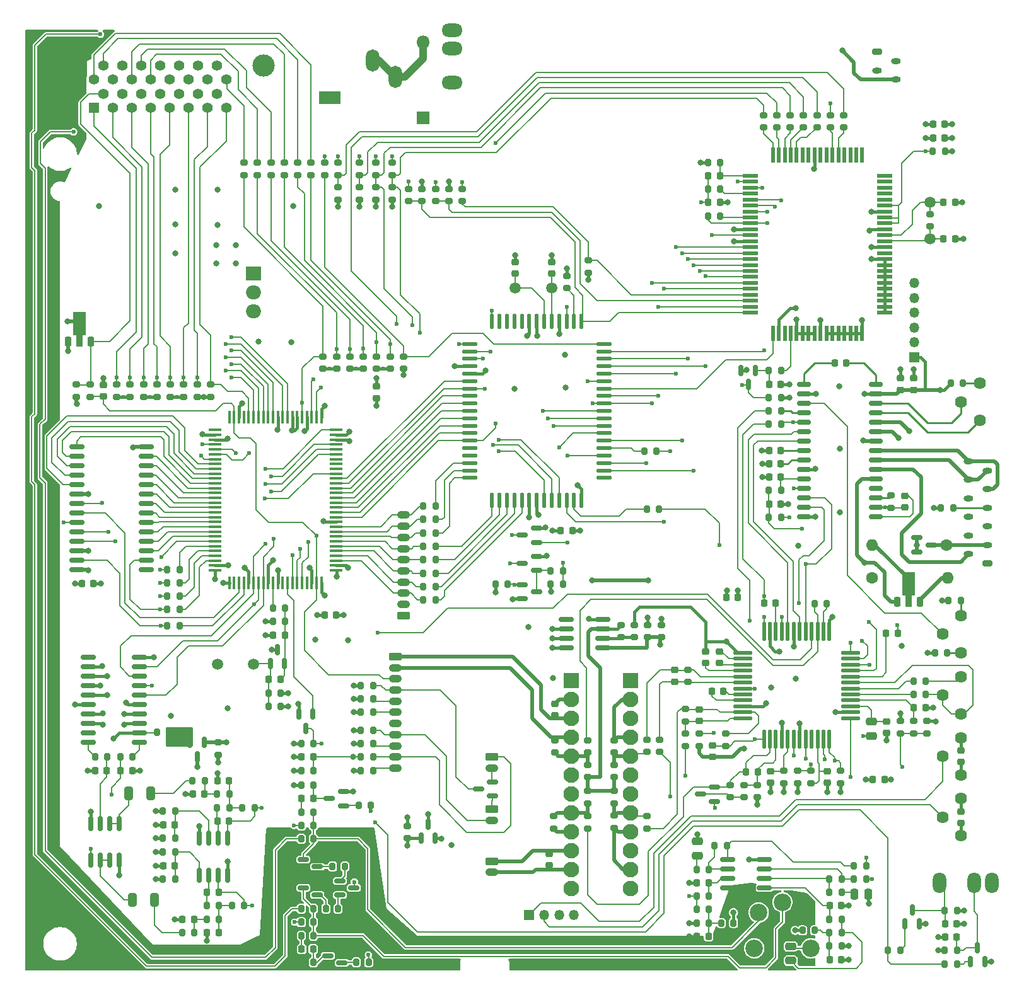
<source format=gbr>
%TF.GenerationSoftware,KiCad,Pcbnew,8.0.9-8.0.9-0~ubuntu24.04.1*%
%TF.CreationDate,2025-02-24T01:21:29+01:00*%
%TF.ProjectId,Main_PCB,4d61696e-5f50-4434-922e-6b696361645f,0.1*%
%TF.SameCoordinates,Original*%
%TF.FileFunction,Copper,L1,Top*%
%TF.FilePolarity,Positive*%
%FSLAX46Y46*%
G04 Gerber Fmt 4.6, Leading zero omitted, Abs format (unit mm)*
G04 Created by KiCad (PCBNEW 8.0.9-8.0.9-0~ubuntu24.04.1) date 2025-02-24 01:21:29*
%MOMM*%
%LPD*%
G01*
G04 APERTURE LIST*
G04 Aperture macros list*
%AMRoundRect*
0 Rectangle with rounded corners*
0 $1 Rounding radius*
0 $2 $3 $4 $5 $6 $7 $8 $9 X,Y pos of 4 corners*
0 Add a 4 corners polygon primitive as box body*
4,1,4,$2,$3,$4,$5,$6,$7,$8,$9,$2,$3,0*
0 Add four circle primitives for the rounded corners*
1,1,$1+$1,$2,$3*
1,1,$1+$1,$4,$5*
1,1,$1+$1,$6,$7*
1,1,$1+$1,$8,$9*
0 Add four rect primitives between the rounded corners*
20,1,$1+$1,$2,$3,$4,$5,0*
20,1,$1+$1,$4,$5,$6,$7,0*
20,1,$1+$1,$6,$7,$8,$9,0*
20,1,$1+$1,$8,$9,$2,$3,0*%
%AMFreePoly0*
4,1,9,3.862500,-0.866500,0.737500,-0.866500,0.737500,-0.450000,-0.737500,-0.450000,-0.737500,0.450000,0.737500,0.450000,0.737500,0.866500,3.862500,0.866500,3.862500,-0.866500,3.862500,-0.866500,$1*%
G04 Aperture macros list end*
%TA.AperFunction,ComponentPad*%
%ADD10C,1.500000*%
%TD*%
%TA.AperFunction,SMDPad,CuDef*%
%ADD11RoundRect,0.225000X-0.250000X0.225000X-0.250000X-0.225000X0.250000X-0.225000X0.250000X0.225000X0*%
%TD*%
%TA.AperFunction,ComponentPad*%
%ADD12C,2.340000*%
%TD*%
%TA.AperFunction,SMDPad,CuDef*%
%ADD13RoundRect,0.200000X0.275000X-0.200000X0.275000X0.200000X-0.275000X0.200000X-0.275000X-0.200000X0*%
%TD*%
%TA.AperFunction,SMDPad,CuDef*%
%ADD14RoundRect,0.225000X0.250000X-0.225000X0.250000X0.225000X-0.250000X0.225000X-0.250000X-0.225000X0*%
%TD*%
%TA.AperFunction,SMDPad,CuDef*%
%ADD15RoundRect,0.200000X-0.200000X-0.275000X0.200000X-0.275000X0.200000X0.275000X-0.200000X0.275000X0*%
%TD*%
%TA.AperFunction,SMDPad,CuDef*%
%ADD16RoundRect,0.200000X0.200000X0.275000X-0.200000X0.275000X-0.200000X-0.275000X0.200000X-0.275000X0*%
%TD*%
%TA.AperFunction,SMDPad,CuDef*%
%ADD17RoundRect,0.225000X0.225000X0.250000X-0.225000X0.250000X-0.225000X-0.250000X0.225000X-0.250000X0*%
%TD*%
%TA.AperFunction,SMDPad,CuDef*%
%ADD18RoundRect,0.150000X0.587500X0.150000X-0.587500X0.150000X-0.587500X-0.150000X0.587500X-0.150000X0*%
%TD*%
%TA.AperFunction,SMDPad,CuDef*%
%ADD19RoundRect,0.200000X-0.275000X0.200000X-0.275000X-0.200000X0.275000X-0.200000X0.275000X0.200000X0*%
%TD*%
%TA.AperFunction,SMDPad,CuDef*%
%ADD20RoundRect,0.150000X-0.587500X-0.150000X0.587500X-0.150000X0.587500X0.150000X-0.587500X0.150000X0*%
%TD*%
%TA.AperFunction,SMDPad,CuDef*%
%ADD21RoundRect,0.150000X-0.825000X-0.150000X0.825000X-0.150000X0.825000X0.150000X-0.825000X0.150000X0*%
%TD*%
%TA.AperFunction,SMDPad,CuDef*%
%ADD22RoundRect,0.250000X-0.250000X-0.475000X0.250000X-0.475000X0.250000X0.475000X-0.250000X0.475000X0*%
%TD*%
%TA.AperFunction,SMDPad,CuDef*%
%ADD23RoundRect,0.225000X-0.225000X-0.250000X0.225000X-0.250000X0.225000X0.250000X-0.225000X0.250000X0*%
%TD*%
%TA.AperFunction,SMDPad,CuDef*%
%ADD24RoundRect,0.137500X0.862500X0.137500X-0.862500X0.137500X-0.862500X-0.137500X0.862500X-0.137500X0*%
%TD*%
%TA.AperFunction,SMDPad,CuDef*%
%ADD25RoundRect,0.137500X0.137500X0.862500X-0.137500X0.862500X-0.137500X-0.862500X0.137500X-0.862500X0*%
%TD*%
%TA.AperFunction,SMDPad,CuDef*%
%ADD26RoundRect,0.137500X0.862500X-0.137500X0.862500X0.137500X-0.862500X0.137500X-0.862500X-0.137500X0*%
%TD*%
%TA.AperFunction,SMDPad,CuDef*%
%ADD27RoundRect,0.250000X0.475000X-0.250000X0.475000X0.250000X-0.475000X0.250000X-0.475000X-0.250000X0*%
%TD*%
%TA.AperFunction,SMDPad,CuDef*%
%ADD28RoundRect,0.100000X0.775000X0.100000X-0.775000X0.100000X-0.775000X-0.100000X0.775000X-0.100000X0*%
%TD*%
%TA.AperFunction,SMDPad,CuDef*%
%ADD29RoundRect,0.100000X0.100000X0.775000X-0.100000X0.775000X-0.100000X-0.775000X0.100000X-0.775000X0*%
%TD*%
%TA.AperFunction,SMDPad,CuDef*%
%ADD30RoundRect,0.150000X-0.150000X0.825000X-0.150000X-0.825000X0.150000X-0.825000X0.150000X0.825000X0*%
%TD*%
%TA.AperFunction,SMDPad,CuDef*%
%ADD31RoundRect,0.250000X0.325000X0.650000X-0.325000X0.650000X-0.325000X-0.650000X0.325000X-0.650000X0*%
%TD*%
%TA.AperFunction,SMDPad,CuDef*%
%ADD32RoundRect,0.150000X-0.150000X0.587500X-0.150000X-0.587500X0.150000X-0.587500X0.150000X0.587500X0*%
%TD*%
%TA.AperFunction,SMDPad,CuDef*%
%ADD33RoundRect,0.150000X0.837500X0.150000X-0.837500X0.150000X-0.837500X-0.150000X0.837500X-0.150000X0*%
%TD*%
%TA.AperFunction,SMDPad,CuDef*%
%ADD34RoundRect,0.150000X0.875000X0.150000X-0.875000X0.150000X-0.875000X-0.150000X0.875000X-0.150000X0*%
%TD*%
%TA.AperFunction,SMDPad,CuDef*%
%ADD35RoundRect,0.150000X0.150000X-0.587500X0.150000X0.587500X-0.150000X0.587500X-0.150000X-0.587500X0*%
%TD*%
%TA.AperFunction,SMDPad,CuDef*%
%ADD36RoundRect,0.150000X0.750000X0.150000X-0.750000X0.150000X-0.750000X-0.150000X0.750000X-0.150000X0*%
%TD*%
%TA.AperFunction,SMDPad,CuDef*%
%ADD37RoundRect,0.225000X0.225000X-0.425000X0.225000X0.425000X-0.225000X0.425000X-0.225000X-0.425000X0*%
%TD*%
%TA.AperFunction,SMDPad,CuDef*%
%ADD38FreePoly0,90.000000*%
%TD*%
%TA.AperFunction,SMDPad,CuDef*%
%ADD39RoundRect,0.137500X-1.112500X-0.137500X1.112500X-0.137500X1.112500X0.137500X-1.112500X0.137500X0*%
%TD*%
%TA.AperFunction,SMDPad,CuDef*%
%ADD40RoundRect,0.137500X0.137500X-1.112500X0.137500X1.112500X-0.137500X1.112500X-0.137500X-1.112500X0*%
%TD*%
%TA.AperFunction,SMDPad,CuDef*%
%ADD41R,2.000000X0.500000*%
%TD*%
%TA.AperFunction,SMDPad,CuDef*%
%ADD42R,0.500000X2.000000*%
%TD*%
%TA.AperFunction,SMDPad,CuDef*%
%ADD43RoundRect,0.250000X-0.475000X0.250000X-0.475000X-0.250000X0.475000X-0.250000X0.475000X0.250000X0*%
%TD*%
%TA.AperFunction,ComponentPad*%
%ADD44R,1.350000X1.350000*%
%TD*%
%TA.AperFunction,ComponentPad*%
%ADD45O,1.350000X1.350000*%
%TD*%
%TA.AperFunction,ComponentPad*%
%ADD46O,2.800000X1.800000*%
%TD*%
%TA.AperFunction,ComponentPad*%
%ADD47RoundRect,0.200000X0.450000X-0.200000X0.450000X0.200000X-0.450000X0.200000X-0.450000X-0.200000X0*%
%TD*%
%TA.AperFunction,ComponentPad*%
%ADD48O,1.300000X0.800000*%
%TD*%
%TA.AperFunction,ComponentPad*%
%ADD49RoundRect,0.250000X0.615000X-0.265000X0.615000X0.265000X-0.615000X0.265000X-0.615000X-0.265000X0*%
%TD*%
%TA.AperFunction,ComponentPad*%
%ADD50O,1.730000X1.030000*%
%TD*%
%TA.AperFunction,ComponentPad*%
%ADD51RoundRect,0.250000X-0.615000X0.265000X-0.615000X-0.265000X0.615000X-0.265000X0.615000X0.265000X0*%
%TD*%
%TA.AperFunction,ComponentPad*%
%ADD52C,1.600000*%
%TD*%
%TA.AperFunction,ComponentPad*%
%ADD53O,1.600000X1.600000*%
%TD*%
%TA.AperFunction,ComponentPad*%
%ADD54C,1.620000*%
%TD*%
%TA.AperFunction,ComponentPad*%
%ADD55R,2.100000X2.100000*%
%TD*%
%TA.AperFunction,ComponentPad*%
%ADD56C,2.100000*%
%TD*%
%TA.AperFunction,ComponentPad*%
%ADD57O,1.800000X2.800000*%
%TD*%
%TA.AperFunction,ComponentPad*%
%ADD58RoundRect,0.200000X-0.450000X0.200000X-0.450000X-0.200000X0.450000X-0.200000X0.450000X0.200000X0*%
%TD*%
%TA.AperFunction,ComponentPad*%
%ADD59R,1.400000X1.400000*%
%TD*%
%TA.AperFunction,ComponentPad*%
%ADD60C,1.400000*%
%TD*%
%TA.AperFunction,ComponentPad*%
%ADD61C,3.000000*%
%TD*%
%TA.AperFunction,ComponentPad*%
%ADD62R,3.000000X1.800000*%
%TD*%
%TA.AperFunction,ComponentPad*%
%ADD63O,1.800000X3.000000*%
%TD*%
%TA.AperFunction,ComponentPad*%
%ADD64R,1.800000X1.800000*%
%TD*%
%TA.AperFunction,ComponentPad*%
%ADD65O,1.800000X1.800000*%
%TD*%
%TA.AperFunction,ComponentPad*%
%ADD66R,2.000000X1.905000*%
%TD*%
%TA.AperFunction,ComponentPad*%
%ADD67O,2.000000X1.905000*%
%TD*%
%TA.AperFunction,ViaPad*%
%ADD68C,0.800000*%
%TD*%
%TA.AperFunction,ViaPad*%
%ADD69C,0.600000*%
%TD*%
%TA.AperFunction,Conductor*%
%ADD70C,0.400000*%
%TD*%
%TA.AperFunction,Conductor*%
%ADD71C,0.200000*%
%TD*%
%TA.AperFunction,Conductor*%
%ADD72C,0.500000*%
%TD*%
%TA.AperFunction,Conductor*%
%ADD73C,0.250000*%
%TD*%
%TA.AperFunction,Conductor*%
%ADD74C,1.000000*%
%TD*%
G04 APERTURE END LIST*
D10*
%TO.P,X101,1,1*%
%TO.N,Net-(IC106-XTAI)*%
X166800000Y-107400000D03*
%TO.P,X101,2,2*%
%TO.N,Net-(IC106-XTAO)*%
X166800000Y-102500000D03*
%TD*%
D11*
%TO.P,C148,1*%
%TO.N,+5V*%
X92500000Y-127225000D03*
%TO.P,C148,2*%
%TO.N,GND*%
X92500000Y-128775000D03*
%TD*%
D12*
%TO.P,RV201,1,1*%
%TO.N,Net-(C219-Pad2)*%
X150800000Y-202700000D03*
%TO.P,RV201,2,2*%
%TO.N,GND*%
X150200000Y-197900000D03*
%TO.P,RV201,3,3*%
%TO.N,/AUDIO/AUDIO_L*%
X147000000Y-196500000D03*
%TO.P,RV201,4,4*%
%TO.N,/AUDIO/AUDIO_R*%
X143800000Y-197900000D03*
%TO.P,RV201,5,5*%
%TO.N,Net-(C220-Pad2)*%
X143200000Y-202700000D03*
%TD*%
D11*
%TO.P,C146,1*%
%TO.N,GND*%
X116000000Y-110525000D03*
%TO.P,C146,2*%
%TO.N,Net-(IC108-X2)*%
X116000000Y-112075000D03*
%TD*%
D13*
%TO.P,R146,1*%
%TO.N,/Servo and Actuator Drivers/VSUP{slash}2*%
X128900000Y-160925000D03*
%TO.P,R146,2*%
%TO.N,+9V*%
X128900000Y-159275000D03*
%TD*%
D14*
%TO.P,C120,1*%
%TO.N,/Servo and Actuator Drivers/TE-*%
X135800000Y-172175000D03*
%TO.P,C120,2*%
%TO.N,/Servo and Actuator Drivers/TAO*%
X135800000Y-170625000D03*
%TD*%
D15*
%TO.P,R222,1*%
%TO.N,Net-(Q205-B)*%
X85675000Y-197400000D03*
%TO.P,R222,2*%
%TO.N,Net-(D203-K-Pad2)*%
X87325000Y-197400000D03*
%TD*%
D16*
%TO.P,R236,1*%
%TO.N,Net-(C226-Pad1)*%
X158225000Y-193400000D03*
%TO.P,R236,2*%
%TO.N,Net-(IC204-Pad7)*%
X156575000Y-193400000D03*
%TD*%
D17*
%TO.P,C204,1*%
%TO.N,GND*%
X59675000Y-178800000D03*
%TO.P,C204,2*%
%TO.N,Net-(IC202B-+)*%
X58125000Y-178800000D03*
%TD*%
D18*
%TO.P,Q206,1,B*%
%TO.N,Net-(Q206-B)*%
X84537500Y-191750000D03*
%TO.P,Q206,2,E*%
%TO.N,GND*%
X84537500Y-189850000D03*
%TO.P,Q206,3,C*%
%TO.N,/AUDIO/AUDIO_R*%
X82662500Y-190800000D03*
%TD*%
D19*
%TO.P,R151,1*%
%TO.N,Net-(IC105-Pad8)*%
X124400000Y-184875000D03*
%TO.P,R151,2*%
%TO.N,Net-(CN101-Pin_3)*%
X124400000Y-186525000D03*
%TD*%
D14*
%TO.P,C145,1*%
%TO.N,Net-(IC108-X1)*%
X111100000Y-112075000D03*
%TO.P,C145,2*%
%TO.N,GND*%
X111100000Y-110525000D03*
%TD*%
D19*
%TO.P,R308,1*%
%TO.N,/SCSI/~{SCSI_RST}*%
X52200000Y-126975000D03*
%TO.P,R308,2*%
%TO.N,+5V*%
X52200000Y-128625000D03*
%TD*%
D20*
%TO.P,D203,1,K*%
%TO.N,Net-(D203-K-Pad1)*%
X87562500Y-193650000D03*
%TO.P,D203,2,K*%
%TO.N,Net-(D203-K-Pad2)*%
X87562500Y-195550000D03*
%TO.P,D203,3,A*%
%TO.N,Net-(D203-A)*%
X89437500Y-194600000D03*
%TD*%
D16*
%TO.P,R127,1*%
%TO.N,Net-(R127-Pad1)*%
X166225000Y-166800000D03*
%TO.P,R127,2*%
%TO.N,Net-(IC102-VCOF)*%
X164575000Y-166800000D03*
%TD*%
D15*
%TO.P,R501,1*%
%TO.N,/MCU/REPEAT*%
X90375000Y-177000000D03*
%TO.P,R501,2*%
%TO.N,Net-(P102-Pin_10)*%
X92025000Y-177000000D03*
%TD*%
D16*
%TO.P,R220,1*%
%TO.N,Net-(Q203-C)*%
X91425000Y-204600000D03*
%TO.P,R220,2*%
%TO.N,Net-(Q201-B)*%
X89775000Y-204600000D03*
%TD*%
D21*
%TO.P,IC103,1*%
%TO.N,unconnected-(IC103-Pad1)*%
X117925000Y-158495000D03*
%TO.P,IC103,2,-*%
%TO.N,GND*%
X117925000Y-159765000D03*
%TO.P,IC103,3,+*%
X117925000Y-161035000D03*
%TO.P,IC103,4,V-*%
X117925000Y-162305000D03*
%TO.P,IC103,5,+*%
%TO.N,/Servo and Actuator Drivers/VSUP{slash}2*%
X122875000Y-162305000D03*
%TO.P,IC103,6,-*%
%TO.N,Net-(IC103B--)*%
X122875000Y-161035000D03*
%TO.P,IC103,7*%
%TO.N,/Servo and Actuator Drivers/VSUP-2.5*%
X122875000Y-159765000D03*
%TO.P,IC103,8,V+*%
%TO.N,+9V*%
X122875000Y-158495000D03*
%TD*%
D14*
%TO.P,C103,1*%
%TO.N,/RF AMP/RFO*%
X163400000Y-143475000D03*
%TO.P,C103,2*%
%TO.N,Net-(IC101-RFI)*%
X163400000Y-141925000D03*
%TD*%
D17*
%TO.P,C108,1*%
%TO.N,Net-(IC101-ASY)*%
X146775000Y-139400000D03*
%TO.P,C108,2*%
%TO.N,GND*%
X145225000Y-139400000D03*
%TD*%
D15*
%TO.P,R164,1*%
%TO.N,GND*%
X115875000Y-153800000D03*
%TO.P,R164,2*%
%TO.N,/AUDIO_EN*%
X117525000Y-153800000D03*
%TD*%
D22*
%TO.P,C223,1*%
%TO.N,Net-(C223-Pad1)*%
X156650000Y-195400000D03*
%TO.P,C223,2*%
%TO.N,GND*%
X158550000Y-195400000D03*
%TD*%
D15*
%TO.P,R130,1*%
%TO.N,GND*%
X136975000Y-97100000D03*
%TO.P,R130,2*%
%TO.N,/FSW*%
X138625000Y-97100000D03*
%TD*%
D13*
%TO.P,R176,1*%
%TO.N,GND*%
X92400000Y-102125000D03*
%TO.P,R176,2*%
%TO.N,/I2S_DAT*%
X92400000Y-100475000D03*
%TD*%
D15*
%TO.P,R508,1*%
%TO.N,/PD3*%
X98775000Y-148700000D03*
%TO.P,R508,2*%
%TO.N,Net-(IC108-PD3)*%
X100425000Y-148700000D03*
%TD*%
D23*
%TO.P,C139,1*%
%TO.N,Net-(Q102-B)*%
X145225000Y-126900000D03*
%TO.P,C139,2*%
%TO.N,GND*%
X146775000Y-126900000D03*
%TD*%
D13*
%TO.P,R134,1*%
%TO.N,/Servo and Actuator Drivers/TAO*%
X128800000Y-186625000D03*
%TO.P,R134,2*%
%TO.N,Net-(IC105-Pad8)*%
X128800000Y-184975000D03*
%TD*%
D18*
%TO.P,D104,1,K*%
%TO.N,Net-(P105-Pin_1)*%
X108037500Y-182250000D03*
%TO.P,D104,2,K*%
%TO.N,Net-(P107-Pin_2)*%
X108037500Y-180350000D03*
%TO.P,D104,3,A*%
%TO.N,/MCU/DIGIT1_EN*%
X106162500Y-181300000D03*
%TD*%
D17*
%TO.P,C130,1*%
%TO.N,/VCOI*%
X162475000Y-160400000D03*
%TO.P,C130,2*%
%TO.N,Net-(IC102-C864)*%
X160925000Y-160400000D03*
%TD*%
D24*
%TO.P,IC108,1,PA6*%
%TO.N,unconnected-(IC108-PA6-Pad1)*%
X123000000Y-139500000D03*
%TO.P,IC108,2,PA7*%
%TO.N,/XRST*%
X123037500Y-138500000D03*
%TO.P,IC108,3,PB0*%
%TO.N,/MODE_SELECT*%
X123037500Y-137500000D03*
%TO.P,IC108,4,PB1*%
%TO.N,/~{DEMP}*%
X123037500Y-136500000D03*
%TO.P,IC108,5,PB2*%
%TO.N,/FAST_SLED*%
X123037500Y-135500000D03*
%TO.P,IC108,6,PB3*%
%TO.N,/MLT*%
X123037500Y-134500000D03*
%TO.P,IC108,7,PB4*%
%TO.N,/AUDIO_EN*%
X123037500Y-133500000D03*
%TO.P,IC108,8,PB5*%
%TO.N,/MCU/DIGIT1_EN*%
X123037500Y-132500000D03*
%TO.P,IC108,9,PB6*%
%TO.N,/MCU/DIGIT2_EN*%
X123037500Y-131500000D03*
%TO.P,IC108,10,PB7*%
%TO.N,/MCU/RS_EN*%
X123037500Y-130500000D03*
%TO.P,IC108,11,PC0/TxD*%
%TO.N,/MUTG*%
X123000000Y-129500000D03*
%TO.P,IC108,12,PC1/RxD*%
%TO.N,/SUBQ*%
X123000000Y-128500000D03*
%TO.P,IC108,13,PC2/~{SCK}*%
%TO.N,/SQCK*%
X123000000Y-127500000D03*
%TO.P,IC108,14,PC3/~{INT2}*%
%TO.N,Net-(IC108-PC3{slash}~{INT2})*%
X123000000Y-126500000D03*
%TO.P,IC108,15,PC4/TO*%
%TO.N,/MCK*%
X123000000Y-125500000D03*
%TO.P,IC108,16,PC5/CI*%
%TO.N,/SENS*%
X123000000Y-124500000D03*
%TO.P,IC108,17,PC6/CO0*%
%TO.N,/MDAT*%
X123000000Y-123500000D03*
%TO.P,IC108,18,PC7/CO1*%
%TO.N,/FOK*%
X123000000Y-122500000D03*
%TO.P,IC108,19,~{NMI}*%
%TO.N,/~{SCSI_SEL}*%
X123000000Y-121500000D03*
D25*
%TO.P,IC108,20,INT1*%
%TO.N,/SBSY*%
X120000000Y-118500000D03*
%TO.P,IC108,21,MODE1*%
%TO.N,Net-(IC108-MODE1)*%
X119000000Y-118500000D03*
%TO.P,IC108,22,~{RESET}*%
%TO.N,/~{MRST}*%
X118000000Y-118500000D03*
%TO.P,IC108,23,MODE0*%
%TO.N,GND*%
X117000000Y-118500000D03*
%TO.P,IC108,24,X2*%
%TO.N,Net-(IC108-X2)*%
X116000000Y-118500000D03*
%TO.P,IC108,25,X1*%
%TO.N,Net-(IC108-X1)*%
X115000000Y-118500000D03*
%TO.P,IC108,26,VSS*%
%TO.N,GND*%
X114000000Y-118500000D03*
%TO.P,IC108,27,AVSS*%
X113000000Y-118500000D03*
%TO.P,IC108,28,AN0*%
%TO.N,unconnected-(IC108-AN0-Pad28)*%
X112000000Y-118500000D03*
%TO.P,IC108,29,AN1*%
%TO.N,unconnected-(IC108-AN1-Pad29)*%
X111000000Y-118500000D03*
%TO.P,IC108,30,AN2*%
%TO.N,unconnected-(IC108-AN2-Pad30)*%
X110000000Y-118500000D03*
%TO.P,IC108,31,AN3*%
%TO.N,unconnected-(IC108-AN3-Pad31)*%
X109000000Y-118500000D03*
%TO.P,IC108,32,AN4*%
%TO.N,/MCU/STOP*%
X108000000Y-118500000D03*
D24*
%TO.P,IC108,33,AN5*%
%TO.N,/MCU/REPEAT*%
X105000000Y-121500000D03*
%TO.P,IC108,34,AN6*%
%TO.N,/MCU/FS_RS*%
X105000000Y-122500000D03*
%TO.P,IC108,35,AN7*%
%TO.N,/MCU/PLAY_PAUSE*%
X105000000Y-123500000D03*
%TO.P,IC108,36,VAREF*%
%TO.N,+5V*%
X105000000Y-124500000D03*
%TO.P,IC108,37,AVDD*%
X105000000Y-125500000D03*
%TO.P,IC108,38,~{RD}*%
%TO.N,/~{RD}*%
X105000000Y-126500000D03*
%TO.P,IC108,39,~{WR}*%
%TO.N,/~{WR}*%
X105000000Y-127500000D03*
%TO.P,IC108,40,ALE*%
%TO.N,/ALE*%
X105000000Y-128500000D03*
%TO.P,IC108,41,PF0*%
%TO.N,/PF0*%
X105000000Y-129500000D03*
%TO.P,IC108,42,PF1*%
%TO.N,/PF1*%
X105000000Y-130500000D03*
%TO.P,IC108,43,PF2*%
%TO.N,/PF2*%
X105000000Y-131500000D03*
%TO.P,IC108,44,PF3*%
%TO.N,/PF3*%
X105000000Y-132500000D03*
%TO.P,IC108,45,PF4*%
%TO.N,/PF4*%
X105000000Y-133500000D03*
%TO.P,IC108,46,PF5*%
%TO.N,/PF5*%
X105000000Y-134500000D03*
%TO.P,IC108,47,PF6*%
%TO.N,unconnected-(IC108-PF6-Pad47)*%
X105000000Y-135500000D03*
%TO.P,IC108,48,PF7*%
%TO.N,unconnected-(IC108-PF7-Pad48)*%
X105000000Y-136500000D03*
D26*
%TO.P,IC108,49,PD0*%
%TO.N,Net-(IC108-PD0)*%
X105000000Y-137500000D03*
%TO.P,IC108,50,PD1*%
%TO.N,Net-(IC108-PD1)*%
X105000000Y-138500000D03*
%TO.P,IC108,51,PD2*%
%TO.N,Net-(IC108-PD2)*%
X105000000Y-139500000D03*
D25*
%TO.P,IC108,52,PD3*%
%TO.N,Net-(IC108-PD3)*%
X108000000Y-142500000D03*
%TO.P,IC108,53,PD4*%
%TO.N,Net-(IC108-PD4)*%
X109000000Y-142500000D03*
%TO.P,IC108,54,PD5*%
%TO.N,Net-(IC108-PD5)*%
X110000000Y-142500000D03*
%TO.P,IC108,55,PD6*%
%TO.N,Net-(IC108-PD6)*%
X111000000Y-142500000D03*
%TO.P,IC108,56,PD7*%
%TO.N,Net-(IC108-PD7)*%
X112000000Y-142500000D03*
%TO.P,IC108,57,~{STOP}*%
%TO.N,+5V*%
X113000000Y-142500000D03*
%TO.P,IC108,58,VDD*%
X114000000Y-142500000D03*
%TO.P,IC108,59,PA0*%
%TO.N,/PA0*%
X115000000Y-142500000D03*
%TO.P,IC108,60,PA1*%
%TO.N,/PA1*%
X116000000Y-142500000D03*
%TO.P,IC108,61,PA2*%
%TO.N,/PA2*%
X117000000Y-142500000D03*
%TO.P,IC108,62,PA3*%
%TO.N,/CRCF*%
X118000000Y-142500000D03*
%TO.P,IC108,63,PA4*%
%TO.N,/~{LDON}*%
X119000000Y-142500000D03*
%TO.P,IC108,64,PA5*%
%TO.N,+5V*%
X120000000Y-142500000D03*
%TD*%
D19*
%TO.P,R175,1*%
%TO.N,/SBCK*%
X120900000Y-110275000D03*
%TO.P,R175,2*%
%TO.N,+5V*%
X120900000Y-111925000D03*
%TD*%
D11*
%TO.P,C138,1*%
%TO.N,/SPL_MOTOR_RED*%
X116400000Y-169875000D03*
%TO.P,C138,2*%
%TO.N,/SPL_MOTOR_BLACK*%
X116400000Y-171425000D03*
%TD*%
D19*
%TO.P,R519,1*%
%TO.N,Net-(JK104D-SBSY)*%
X96800000Y-100675000D03*
%TO.P,R519,2*%
%TO.N,/SBSY*%
X96800000Y-102325000D03*
%TD*%
%TO.P,R521,1*%
%TO.N,Net-(JK104C-~{SCSI_ACK})*%
X83700000Y-97175000D03*
%TO.P,R521,2*%
%TO.N,/SCSI/~{SCSI_ACK}*%
X83700000Y-98825000D03*
%TD*%
%TO.P,R140,1*%
%TO.N,/Servo and Actuator Drivers/VSUP-2.5*%
X125300000Y-159275000D03*
%TO.P,R140,2*%
%TO.N,Net-(IC103B--)*%
X125300000Y-160925000D03*
%TD*%
D15*
%TO.P,R157,1*%
%TO.N,GND*%
X90375000Y-167400000D03*
%TO.P,R157,2*%
%TO.N,/MCU/DIGIT1_EN*%
X92025000Y-167400000D03*
%TD*%
D17*
%TO.P,C214,1*%
%TO.N,Net-(C214-Pad1)*%
X71275000Y-195200000D03*
%TO.P,C214,2*%
%TO.N,Net-(IC203B--)*%
X69725000Y-195200000D03*
%TD*%
D27*
%TO.P,C219,1*%
%TO.N,Net-(C219-Pad1)*%
X148100000Y-204350000D03*
%TO.P,C219,2*%
%TO.N,Net-(C219-Pad2)*%
X148100000Y-202450000D03*
%TD*%
D15*
%TO.P,R126,1*%
%TO.N,Net-(IC102-ISET)*%
X164575000Y-168600000D03*
%TO.P,R126,2*%
%TO.N,Net-(IC102-3.5V)*%
X166225000Y-168600000D03*
%TD*%
D16*
%TO.P,R169,1*%
%TO.N,Net-(IC108-PC3{slash}~{INT2})*%
X84025000Y-175200000D03*
%TO.P,R169,2*%
%TO.N,+5V*%
X82375000Y-175200000D03*
%TD*%
D11*
%TO.P,C124,1*%
%TO.N,Net-(IC102-FSET)*%
X145400000Y-178925000D03*
%TO.P,C124,2*%
%TO.N,+5V*%
X145400000Y-180475000D03*
%TD*%
D13*
%TO.P,R181,1*%
%TO.N,+5V*%
X90700000Y-124825000D03*
%TO.P,R181,2*%
%TO.N,/SCSI/~{SCSI_CD}*%
X90700000Y-123175000D03*
%TD*%
D19*
%TO.P,R194,1*%
%TO.N,/~{SCSI_SEL}*%
X96100000Y-123175000D03*
%TO.P,R194,2*%
%TO.N,+5V*%
X96100000Y-124825000D03*
%TD*%
D17*
%TO.P,C217,1*%
%TO.N,Net-(Q201-C)*%
X83975000Y-202800000D03*
%TO.P,C217,2*%
%TO.N,Net-(C217-Pad2)*%
X82425000Y-202800000D03*
%TD*%
D11*
%TO.P,C111,1*%
%TO.N,/VC*%
X171000000Y-184325000D03*
%TO.P,C111,2*%
%TO.N,Net-(C111-Pad2)*%
X171000000Y-185875000D03*
%TD*%
D17*
%TO.P,C132,1*%
%TO.N,GND*%
X138575000Y-102500000D03*
%TO.P,C132,2*%
%TO.N,Net-(IC102-FSW)*%
X137025000Y-102500000D03*
%TD*%
D28*
%TO.P,IC109,1*%
%TO.N,GND*%
X87025000Y-151925000D03*
%TO.P,IC109,2,VCC*%
%TO.N,+5V*%
X87025000Y-151275000D03*
%TO.P,IC109,3,D7*%
%TO.N,/PD7*%
X87025000Y-150625000D03*
%TO.P,IC109,4,D6*%
%TO.N,/PD6*%
X87025000Y-149975000D03*
%TO.P,IC109,5,D5*%
%TO.N,/PD5*%
X87025000Y-149325000D03*
%TO.P,IC109,6,D4*%
%TO.N,/PD4*%
X87025000Y-148675000D03*
%TO.P,IC109,7,D3*%
%TO.N,/PD3*%
X87025000Y-148025000D03*
%TO.P,IC109,8,D2*%
%TO.N,/PD2*%
X87025000Y-147375000D03*
%TO.P,IC109,9,D1*%
%TO.N,/PD1*%
X87025000Y-146725000D03*
%TO.P,IC109,10,D0*%
%TO.N,/PD0*%
X87025000Y-146075000D03*
%TO.P,IC109,11*%
%TO.N,GND*%
X87025000Y-145425000D03*
%TO.P,IC109,12,F5*%
%TO.N,/PF5*%
X87025000Y-144775000D03*
%TO.P,IC109,13,F4*%
%TO.N,/PF4*%
X87025000Y-144125000D03*
%TO.P,IC109,14,F3*%
%TO.N,/PF3*%
X87025000Y-143475000D03*
%TO.P,IC109,15,F2*%
%TO.N,/PF2*%
X87025000Y-142825000D03*
%TO.P,IC109,16,F1*%
%TO.N,/PF1*%
X87025000Y-142175000D03*
%TO.P,IC109,17,F0*%
%TO.N,/PF0*%
X87025000Y-141525000D03*
%TO.P,IC109,18,ALE*%
%TO.N,/ALE*%
X87025000Y-140875000D03*
%TO.P,IC109,19,~{WR}*%
%TO.N,/~{WR}*%
X87025000Y-140225000D03*
%TO.P,IC109,20,~{RD}*%
%TO.N,/~{RD}*%
X87025000Y-139575000D03*
%TO.P,IC109,21,WE_EN*%
%TO.N,Net-(IC107-~{WE})*%
X87025000Y-138925000D03*
%TO.P,IC109,22*%
%TO.N,unconnected-(IC109-Pad22)*%
X87025000Y-138275000D03*
%TO.P,IC109,23*%
%TO.N,unconnected-(IC109-Pad23)*%
X87025000Y-137625000D03*
%TO.P,IC109,24*%
%TO.N,unconnected-(IC109-Pad24)*%
X87025000Y-136975000D03*
%TO.P,IC109,25,MA12_EN*%
%TO.N,/SCSI/MA12*%
X87025000Y-136325000D03*
%TO.P,IC109,26,MA11_EN*%
%TO.N,/SCSI/MA11*%
X87025000Y-135675000D03*
%TO.P,IC109,27,MA10_EN*%
%TO.N,/SCSI/MA10*%
X87025000Y-135025000D03*
%TO.P,IC109,28*%
%TO.N,GND*%
X87025000Y-134375000D03*
%TO.P,IC109,29,VCC*%
%TO.N,+5V*%
X87025000Y-133725000D03*
%TO.P,IC109,30,MA9_EN*%
%TO.N,/SCSI/MA9*%
X87025000Y-133075000D03*
D29*
%TO.P,IC109,31,VCC*%
%TO.N,+5V*%
X85075000Y-131375000D03*
%TO.P,IC109,32,~{SCSI_REQ}*%
%TO.N,/SCSI/~{SCSI_REQ}*%
X84425000Y-131375000D03*
%TO.P,IC109,33,~{SCSI_ACK}*%
%TO.N,/SCSI/~{SCSI_ACK}*%
X83775000Y-131375000D03*
%TO.P,IC109,34,VCC*%
%TO.N,+5V*%
X83125000Y-131375000D03*
%TO.P,IC109,35,~{SCSI_IO}*%
%TO.N,/SCSI/~{SCSI_IO}*%
X82475000Y-131375000D03*
%TO.P,IC109,36,VCC*%
%TO.N,+5V*%
X81825000Y-131375000D03*
%TO.P,IC109,37,VCC*%
X81175000Y-131375000D03*
%TO.P,IC109,38,SCSI_D7*%
%TO.N,/SCSI/SCSI_D7*%
X80525000Y-131375000D03*
%TO.P,IC109,39,SCSI_D6*%
%TO.N,/SCSI/SCSI_D6*%
X79875000Y-131375000D03*
%TO.P,IC109,40*%
%TO.N,GND*%
X79225000Y-131375000D03*
%TO.P,IC109,41,SCSI_D5*%
%TO.N,/SCSI/SCSI_D5*%
X78575000Y-131375000D03*
%TO.P,IC109,42,SCSI_D4*%
%TO.N,/SCSI/SCSI_D4*%
X77925000Y-131375000D03*
%TO.P,IC109,43,SCSI_D3*%
%TO.N,/SCSI/SCSI_D3*%
X77275000Y-131375000D03*
%TO.P,IC109,44,SCSI_D2*%
%TO.N,/SCSI/SCSI_D2*%
X76625000Y-131375000D03*
%TO.P,IC109,45,SCSI_D1*%
%TO.N,/SCSI/SCSI_D1*%
X75975000Y-131375000D03*
%TO.P,IC109,46,SCSI_D0*%
%TO.N,/SCSI/SCSI_D0*%
X75325000Y-131375000D03*
%TO.P,IC109,47*%
%TO.N,unconnected-(IC109-Pad47)*%
X74675000Y-131375000D03*
%TO.P,IC109,48,VCC*%
%TO.N,+5V*%
X74025000Y-131375000D03*
%TO.P,IC109,49,~{RESET1}*%
%TO.N,/~{MRST}*%
X73375000Y-131375000D03*
%TO.P,IC109,50*%
%TO.N,unconnected-(IC109-Pad50)*%
X72725000Y-131375000D03*
D28*
%TO.P,IC109,51*%
%TO.N,unconnected-(IC109-Pad51)*%
X70775000Y-133075000D03*
%TO.P,IC109,52,VCC*%
%TO.N,+5V*%
X70775000Y-133725000D03*
%TO.P,IC109,53*%
%TO.N,GND*%
X70775000Y-134375000D03*
%TO.P,IC109,54,~{SCSI_IO_2}*%
%TO.N,/SCSI/~{SCSI_IO}*%
X70775000Y-135025000D03*
%TO.P,IC109,55,~{SCSI_CD}*%
%TO.N,/SCSI/~{SCSI_CD}*%
X70775000Y-135675000D03*
%TO.P,IC109,56,~{SCSI_MSG}*%
%TO.N,/SCSI/~{SCSI_MSG}*%
X70775000Y-136325000D03*
%TO.P,IC109,57,~{SCSI_BSY}*%
%TO.N,/SCSI/~{SCSI_BSY}*%
X70775000Y-136975000D03*
%TO.P,IC109,58,MD7*%
%TO.N,/SCSI/MD7*%
X70775000Y-137625000D03*
%TO.P,IC109,59,MD6*%
%TO.N,/SCSI/MD6*%
X70775000Y-138275000D03*
%TO.P,IC109,60,MD5*%
%TO.N,/SCSI/MD5*%
X70775000Y-138925000D03*
%TO.P,IC109,61,MD4*%
%TO.N,/SCSI/MD4*%
X70775000Y-139575000D03*
%TO.P,IC109,62,MD3*%
%TO.N,/SCSI/MD3*%
X70775000Y-140225000D03*
%TO.P,IC109,63,MD2*%
%TO.N,/SCSI/MD2*%
X70775000Y-140875000D03*
%TO.P,IC109,64,MD1*%
%TO.N,/SCSI/MD1*%
X70775000Y-141525000D03*
%TO.P,IC109,65,MD0*%
%TO.N,/SCSI/MD0*%
X70775000Y-142175000D03*
%TO.P,IC109,66,MA0*%
%TO.N,/SCSI/MA0*%
X70775000Y-142825000D03*
%TO.P,IC109,67,MA1*%
%TO.N,/SCSI/MA1*%
X70775000Y-143475000D03*
%TO.P,IC109,68,MA2*%
%TO.N,/SCSI/MA2*%
X70775000Y-144125000D03*
%TO.P,IC109,69,MA3*%
%TO.N,/SCSI/MA3*%
X70775000Y-144775000D03*
%TO.P,IC109,70,MA4*%
%TO.N,/SCSI/MA4*%
X70775000Y-145425000D03*
%TO.P,IC109,71,MA5*%
%TO.N,/SCSI/MA5*%
X70775000Y-146075000D03*
%TO.P,IC109,72,MA6*%
%TO.N,/SCSI/MA6*%
X70775000Y-146725000D03*
%TO.P,IC109,73,MA7*%
%TO.N,/SCSI/MA7*%
X70775000Y-147375000D03*
%TO.P,IC109,74,MA8*%
%TO.N,/SCSI/MA8*%
X70775000Y-148025000D03*
%TO.P,IC109,75,MA9*%
%TO.N,Net-(IC109-MA9)*%
X70775000Y-148675000D03*
%TO.P,IC109,76,MA10*%
%TO.N,Net-(IC109-MA10)*%
X70775000Y-149325000D03*
%TO.P,IC109,77,MA11*%
%TO.N,Net-(IC109-MA11)*%
X70775000Y-149975000D03*
%TO.P,IC109,78,MA12*%
%TO.N,Net-(IC109-MA12)*%
X70775000Y-150625000D03*
%TO.P,IC109,79,VCC*%
%TO.N,+5V*%
X70775000Y-151275000D03*
%TO.P,IC109,80*%
%TO.N,GND*%
X70775000Y-151925000D03*
D29*
%TO.P,IC109,81*%
X72725000Y-153625000D03*
%TO.P,IC109,82*%
%TO.N,unconnected-(IC109-Pad82)*%
X73375000Y-153625000D03*
%TO.P,IC109,83,~{COE}*%
%TO.N,Net-(IC107-~{OE})*%
X74025000Y-153625000D03*
%TO.P,IC109,84,~{CWE}*%
%TO.N,Net-(IC109-~{CWE})*%
X74675000Y-153625000D03*
%TO.P,IC109,85,VCC*%
%TO.N,+5V*%
X75325000Y-153625000D03*
%TO.P,IC109,86,DATA*%
%TO.N,/I2S_DAT*%
X75975000Y-153625000D03*
%TO.P,IC109,87,BCLK*%
%TO.N,/~{I2S_SCLK}*%
X76625000Y-153625000D03*
%TO.P,IC109,88,LRCK*%
%TO.N,/I2S_LRCK*%
X77275000Y-153625000D03*
%TO.P,IC109,89*%
%TO.N,GND*%
X77925000Y-153625000D03*
%TO.P,IC109,90,XIN*%
%TO.N,Net-(IC109-XIN)*%
X78575000Y-153625000D03*
%TO.P,IC109,91,VCC*%
%TO.N,+5V*%
X79225000Y-153625000D03*
%TO.P,IC109,92*%
%TO.N,unconnected-(IC109-Pad92)*%
X79875000Y-153625000D03*
%TO.P,IC109,93,PC3*%
%TO.N,/UPC3*%
X80525000Y-153625000D03*
%TO.P,IC109,94,PA0*%
%TO.N,/PA0*%
X81175000Y-153625000D03*
%TO.P,IC109,95,PA1*%
%TO.N,/PA1*%
X81825000Y-153625000D03*
%TO.P,IC109,96,PA2*%
%TO.N,/PA2*%
X82475000Y-153625000D03*
%TO.P,IC109,97*%
%TO.N,unconnected-(IC109-Pad97)*%
X83125000Y-153625000D03*
%TO.P,IC109,98*%
%TO.N,GND*%
X83775000Y-153625000D03*
%TO.P,IC109,99,~{RESET2}*%
%TO.N,/~{MRST}*%
X84425000Y-153625000D03*
%TO.P,IC109,100,VCC*%
%TO.N,+5V*%
X85075000Y-153625000D03*
%TD*%
D14*
%TO.P,C115,1*%
%TO.N,Net-(IC102-FS3)*%
X138500000Y-164375000D03*
%TO.P,C115,2*%
%TO.N,Net-(IC102-FGD)*%
X138500000Y-162825000D03*
%TD*%
D13*
%TO.P,R111,1*%
%TO.N,Net-(P104-Pin_3)*%
X130500000Y-176325000D03*
%TO.P,R111,2*%
%TO.N,/Servo and Actuator Drivers/FE-*%
X130500000Y-174675000D03*
%TD*%
D17*
%TO.P,C228,1*%
%TO.N,Net-(IC204A-+)*%
X137075000Y-193900000D03*
%TO.P,C228,2*%
%TO.N,GND*%
X135525000Y-193900000D03*
%TD*%
D30*
%TO.P,IC202,1*%
%TO.N,Net-(IC202A--)*%
X57905000Y-185925000D03*
%TO.P,IC202,2,-*%
X56635000Y-185925000D03*
%TO.P,IC202,3,+*%
%TO.N,Net-(IC202A-+)*%
X55365000Y-185925000D03*
%TO.P,IC202,4,V-*%
%TO.N,GND*%
X54095000Y-185925000D03*
%TO.P,IC202,5,+*%
%TO.N,Net-(IC202B-+)*%
X54095000Y-190875000D03*
%TO.P,IC202,6,-*%
%TO.N,Net-(IC202B--)*%
X55365000Y-190875000D03*
%TO.P,IC202,7*%
X56635000Y-190875000D03*
%TO.P,IC202,8,V+*%
%TO.N,+9VA*%
X57905000Y-190875000D03*
%TD*%
D13*
%TO.P,R123,1*%
%TO.N,/PDO*%
X164600000Y-173825000D03*
%TO.P,R123,2*%
%TO.N,Net-(IC102-PDI)*%
X164600000Y-172175000D03*
%TD*%
D11*
%TO.P,C121,1*%
%TO.N,Net-(IC102-SL+)*%
X137600000Y-175425000D03*
%TO.P,C121,2*%
%TO.N,/VC*%
X137600000Y-176975000D03*
%TD*%
D23*
%TO.P,C212,1*%
%TO.N,GND*%
X63825000Y-186110000D03*
%TO.P,C212,2*%
%TO.N,Net-(IC203A-+)*%
X65375000Y-186110000D03*
%TD*%
D19*
%TO.P,R522,1*%
%TO.N,Net-(JK104D-~{SCSI_MSG})*%
X78300000Y-97175000D03*
%TO.P,R522,2*%
%TO.N,/SCSI/~{SCSI_MSG}*%
X78300000Y-98825000D03*
%TD*%
D16*
%TO.P,R219,1*%
%TO.N,/AUDIO/AUDIO_R*%
X84025000Y-188000000D03*
%TO.P,R219,2*%
%TO.N,/AUDIO/LINEOUT_R*%
X82375000Y-188000000D03*
%TD*%
D18*
%TO.P,Q103,1,B*%
%TO.N,Net-(Q103-B)*%
X137837500Y-182950000D03*
%TO.P,Q103,2,E*%
%TO.N,/Servo and Actuator Drivers/SLO*%
X137837500Y-181050000D03*
%TO.P,Q103,3,C*%
%TO.N,Net-(Q103-C)*%
X135962500Y-182000000D03*
%TD*%
D17*
%TO.P,C218,1*%
%TO.N,Net-(Q202-C)*%
X83975000Y-182600000D03*
%TO.P,C218,2*%
%TO.N,Net-(C218-Pad2)*%
X82425000Y-182600000D03*
%TD*%
D19*
%TO.P,R115,1*%
%TO.N,Net-(C122-Pad2)*%
X135800000Y-173875000D03*
%TO.P,R115,2*%
%TO.N,/VC*%
X135800000Y-175525000D03*
%TD*%
D31*
%TO.P,C206,1*%
%TO.N,Net-(C206-Pad1)*%
X62675000Y-196200000D03*
%TO.P,C206,2*%
%TO.N,Net-(IC202B--)*%
X59725000Y-196200000D03*
%TD*%
D15*
%TO.P,R233,1*%
%TO.N,Net-(C224-Pad1)*%
X135475000Y-192100000D03*
%TO.P,R233,2*%
%TO.N,Net-(IC204A--)*%
X137125000Y-192100000D03*
%TD*%
D19*
%TO.P,R515,1*%
%TO.N,Net-(JK104B-SBCK)*%
X104000000Y-100675000D03*
%TO.P,R515,2*%
%TO.N,/SBCK*%
X104000000Y-102325000D03*
%TD*%
%TO.P,R149,1*%
%TO.N,Net-(IC104-Pad8)*%
X116300000Y-184975000D03*
%TO.P,R149,2*%
%TO.N,Net-(P106-Pin_2)*%
X116300000Y-186625000D03*
%TD*%
D23*
%TO.P,C107,1*%
%TO.N,/VC*%
X145225000Y-137600000D03*
%TO.P,C107,2*%
%TO.N,Net-(IC101-CB)*%
X146775000Y-137600000D03*
%TD*%
D19*
%TO.P,R138,1*%
%TO.N,/Servo and Actuator Drivers/SLO*%
X140000000Y-180775000D03*
%TO.P,R138,2*%
%TO.N,Net-(Q103-C)*%
X140000000Y-182425000D03*
%TD*%
D13*
%TO.P,R103,1*%
%TO.N,/RF AMP/RFO*%
X161600000Y-143525000D03*
%TO.P,R103,2*%
%TO.N,Net-(IC101-RF-)*%
X161600000Y-141875000D03*
%TD*%
D19*
%TO.P,R185,1*%
%TO.N,/SCSI/SCSI_D6*%
X59400000Y-126975000D03*
%TO.P,R185,2*%
%TO.N,GND*%
X59400000Y-128625000D03*
%TD*%
D32*
%TO.P,Q307,1,B*%
%TO.N,Net-(Q307-B)*%
X69350000Y-175062500D03*
%TO.P,Q307,2,E*%
%TO.N,+5VA*%
X67450000Y-175062500D03*
%TO.P,Q307,3,C*%
%TO.N,+5V*%
X68400000Y-176937500D03*
%TD*%
D15*
%TO.P,R231,1*%
%TO.N,Net-(C220-Pad1)*%
X135475000Y-197500000D03*
%TO.P,R231,2*%
%TO.N,Net-(C222-Pad1)*%
X137125000Y-197500000D03*
%TD*%
D23*
%TO.P,C119,1*%
%TO.N,GND*%
X139450000Y-155600000D03*
%TO.P,C119,2*%
%TO.N,+5V*%
X141000000Y-155600000D03*
%TD*%
D32*
%TO.P,Q105,1,B*%
%TO.N,/UPC3*%
X83950000Y-171262500D03*
%TO.P,Q105,2,E*%
%TO.N,GND*%
X82050000Y-171262500D03*
%TO.P,Q105,3,C*%
%TO.N,Net-(IC108-PC3{slash}~{INT2})*%
X83000000Y-173137500D03*
%TD*%
D16*
%TO.P,R137,1*%
%TO.N,Net-(Q103-B)*%
X130100000Y-135900000D03*
%TO.P,R137,2*%
%TO.N,/FAST_SLED*%
X128450000Y-135900000D03*
%TD*%
D13*
%TO.P,R197,1*%
%TO.N,/SBSY*%
X98600000Y-102325000D03*
%TO.P,R197,2*%
%TO.N,GND*%
X98600000Y-100675000D03*
%TD*%
D16*
%TO.P,R210,1*%
%TO.N,Net-(IC203B-+)*%
X65425000Y-189800000D03*
%TO.P,R210,2*%
%TO.N,+5VA*%
X63775000Y-189800000D03*
%TD*%
%TO.P,R199,1*%
%TO.N,Net-(IC101-~{LDON})*%
X130425000Y-143700000D03*
%TO.P,R199,2*%
%TO.N,/~{LDON}*%
X128775000Y-143700000D03*
%TD*%
D33*
%TO.P,IC201,1,CH1OUT*%
%TO.N,Net-(IC201-CH1OUT)*%
X60662500Y-175015000D03*
%TO.P,IC201,2,VREFH1*%
%TO.N,Net-(IC201-VREFH1)*%
X60662500Y-173745000D03*
%TO.P,IC201,3,VREFH2*%
%TO.N,+5VA*%
X60662500Y-172475000D03*
%TO.P,IC201,4,VDD*%
X60662500Y-171205000D03*
%TO.P,IC201,5,WCLK2*%
%TO.N,GND*%
X60662500Y-169935000D03*
%TO.P,IC201,6,LRCK*%
%TO.N,/I2S_LRCK*%
X60662500Y-168665000D03*
%TO.P,IC201,7,WCLK1*%
%TO.N,/I2S_WDLK*%
X60662500Y-167395000D03*
%TO.P,IC201,8,DATA*%
%TO.N,/I2S_DAT*%
X60662500Y-166125000D03*
%TO.P,IC201,9,BCLK*%
%TO.N,/~{I2S_SCLK}*%
X60662500Y-164855000D03*
%TO.P,IC201,10,VDD*%
%TO.N,+5VA*%
X60662500Y-163585000D03*
%TO.P,IC201,11,TSTOUT*%
%TO.N,unconnected-(IC201-TSTOUT-Pad11)*%
X53737500Y-163585000D03*
%TO.P,IC201,12,TST1*%
%TO.N,GND*%
X53737500Y-164855000D03*
%TO.P,IC201,13,TST2*%
X53737500Y-166125000D03*
%TO.P,IC201,14,IF*%
%TO.N,+5VA*%
X53737500Y-167395000D03*
%TO.P,IC201,15,GND*%
%TO.N,GND*%
X53737500Y-168665000D03*
%TO.P,IC201,16,VREFL1*%
%TO.N,Net-(IC201-VREFL1)*%
X53737500Y-169935000D03*
%TO.P,IC201,17,GND*%
%TO.N,GND*%
X53737500Y-171205000D03*
%TO.P,IC201,18,VREFL2*%
X53737500Y-172475000D03*
%TO.P,IC201,19,NC*%
%TO.N,unconnected-(IC201-NC-Pad19)*%
X53737500Y-173745000D03*
%TO.P,IC201,20,CH2OUT*%
%TO.N,Net-(IC201-CH2OUT)*%
X53737500Y-175015000D03*
%TD*%
D13*
%TO.P,R113,1*%
%TO.N,Net-(P104-Pin_4)*%
X134000000Y-175525000D03*
%TO.P,R113,2*%
%TO.N,/Servo and Actuator Drivers/TE-*%
X134000000Y-173875000D03*
%TD*%
D19*
%TO.P,R142,1*%
%TO.N,/Servo and Actuator Drivers/VSUP-2.5*%
X120800000Y-181575000D03*
%TO.P,R142,2*%
%TO.N,Net-(IC104-Pad8)*%
X120800000Y-183225000D03*
%TD*%
D11*
%TO.P,C160,1*%
%TO.N,/VC*%
X171000000Y-176125000D03*
%TO.P,C160,2*%
%TO.N,Net-(C112-Pad2)*%
X171000000Y-177675000D03*
%TD*%
D23*
%TO.P,C230,1*%
%TO.N,Net-(Q208-C)*%
X168825000Y-199400000D03*
%TO.P,C230,2*%
%TO.N,GND*%
X170375000Y-199400000D03*
%TD*%
D17*
%TO.P,C123,1*%
%TO.N,Net-(IC102-SL-)*%
X143675000Y-179000000D03*
%TO.P,C123,2*%
%TO.N,/Servo and Actuator Drivers/SLO*%
X142125000Y-179000000D03*
%TD*%
D13*
%TO.P,R163,1*%
%TO.N,Net-(IC106-XTAI)*%
X166800000Y-105725000D03*
%TO.P,R163,2*%
%TO.N,Net-(IC106-XTAO)*%
X166800000Y-104075000D03*
%TD*%
%TO.P,R116,1*%
%TO.N,Net-(Q103-C)*%
X141800000Y-182425000D03*
%TO.P,R116,2*%
%TO.N,Net-(IC102-SL-)*%
X141800000Y-180775000D03*
%TD*%
D15*
%TO.P,R512,1*%
%TO.N,/PD7*%
X98775000Y-155900000D03*
%TO.P,R512,2*%
%TO.N,Net-(IC108-PD7)*%
X100425000Y-155900000D03*
%TD*%
D16*
%TO.P,R204,1*%
%TO.N,Net-(C209-Pad2)*%
X72725000Y-182000000D03*
%TO.P,R204,2*%
%TO.N,Net-(C207-Pad2)*%
X71075000Y-182000000D03*
%TD*%
D17*
%TO.P,C109,1*%
%TO.N,GND*%
X146775000Y-143000000D03*
%TO.P,C109,2*%
%TO.N,Net-(P103-Pin_2)*%
X145225000Y-143000000D03*
%TD*%
%TO.P,C133,1*%
%TO.N,GND*%
X160675000Y-180000000D03*
%TO.P,C133,2*%
%TO.N,+5V*%
X159125000Y-180000000D03*
%TD*%
D13*
%TO.P,R143,1*%
%TO.N,/Servo and Actuator Drivers/VSUP-2.5*%
X120800000Y-179725000D03*
%TO.P,R143,2*%
%TO.N,Net-(IC104-Pad5)*%
X120800000Y-178075000D03*
%TD*%
D34*
%TO.P,IC107,1,N/C*%
%TO.N,unconnected-(IC107-N{slash}C-Pad1)*%
X61550000Y-151855000D03*
%TO.P,IC107,2,A12*%
%TO.N,/SCSI/MA12*%
X61550000Y-150585000D03*
%TO.P,IC107,3,A7*%
%TO.N,/SCSI/MA7*%
X61550000Y-149315000D03*
%TO.P,IC107,4,A6*%
%TO.N,/SCSI/MA6*%
X61550000Y-148045000D03*
%TO.P,IC107,5,A5*%
%TO.N,/SCSI/MA5*%
X61550000Y-146775000D03*
%TO.P,IC107,6,A4*%
%TO.N,/SCSI/MA4*%
X61550000Y-145505000D03*
%TO.P,IC107,7,A3*%
%TO.N,/SCSI/MA3*%
X61550000Y-144235000D03*
%TO.P,IC107,8,A2*%
%TO.N,/SCSI/MA2*%
X61550000Y-142965000D03*
%TO.P,IC107,9,A1*%
%TO.N,/SCSI/MA1*%
X61550000Y-141695000D03*
%TO.P,IC107,10,A0*%
%TO.N,/SCSI/MA0*%
X61550000Y-140425000D03*
%TO.P,IC107,11,D0*%
%TO.N,/SCSI/MD0*%
X61550000Y-139155000D03*
%TO.P,IC107,12,D1*%
%TO.N,/SCSI/MD1*%
X61550000Y-137885000D03*
%TO.P,IC107,13,D2*%
%TO.N,/SCSI/MD2*%
X61550000Y-136615000D03*
%TO.P,IC107,14,VSS*%
%TO.N,GND*%
X61550000Y-135345000D03*
%TO.P,IC107,15,D3*%
%TO.N,/SCSI/MD3*%
X52250000Y-135345000D03*
%TO.P,IC107,16,D4*%
%TO.N,/SCSI/MD4*%
X52250000Y-136615000D03*
%TO.P,IC107,17,D5*%
%TO.N,/SCSI/MD5*%
X52250000Y-137885000D03*
%TO.P,IC107,18,D6*%
%TO.N,/SCSI/MD6*%
X52250000Y-139155000D03*
%TO.P,IC107,19,D7*%
%TO.N,/SCSI/MD7*%
X52250000Y-140425000D03*
%TO.P,IC107,20,~{CE1}*%
%TO.N,GND*%
X52250000Y-141695000D03*
%TO.P,IC107,21,A10*%
%TO.N,/SCSI/MA10*%
X52250000Y-142965000D03*
%TO.P,IC107,22,~{OE}*%
%TO.N,Net-(IC107-~{OE})*%
X52250000Y-144235000D03*
%TO.P,IC107,23,A11*%
%TO.N,/SCSI/MA11*%
X52250000Y-145505000D03*
%TO.P,IC107,24,A9*%
%TO.N,/SCSI/MA9*%
X52250000Y-146775000D03*
%TO.P,IC107,25,A8*%
%TO.N,/SCSI/MA8*%
X52250000Y-148045000D03*
%TO.P,IC107,26,CE2*%
%TO.N,+5V*%
X52250000Y-149315000D03*
%TO.P,IC107,27,~{WE}*%
%TO.N,Net-(IC107-~{WE})*%
X52250000Y-150585000D03*
%TO.P,IC107,28,VCC*%
%TO.N,+5V*%
X52250000Y-151855000D03*
%TD*%
D15*
%TO.P,R201,1*%
%TO.N,Net-(IC202B-+)*%
X58075000Y-177000000D03*
%TO.P,R201,2*%
%TO.N,Net-(IC201-CH1OUT)*%
X59725000Y-177000000D03*
%TD*%
D16*
%TO.P,R227,1*%
%TO.N,GND*%
X154925000Y-202400000D03*
%TO.P,R227,2*%
%TO.N,Net-(C221-Pad1)*%
X153275000Y-202400000D03*
%TD*%
D35*
%TO.P,Q104,1,B*%
%TO.N,Net-(Q104-B)*%
X78250000Y-164437500D03*
%TO.P,Q104,2,E*%
%TO.N,Net-(Q104-E)*%
X80150000Y-164437500D03*
%TO.P,Q104,3,C*%
%TO.N,+5V*%
X79200000Y-162562500D03*
%TD*%
D23*
%TO.P,C203,1*%
%TO.N,GND*%
X54725000Y-178800000D03*
%TO.P,C203,2*%
%TO.N,Net-(IC202A-+)*%
X56275000Y-178800000D03*
%TD*%
D14*
%TO.P,C155,1*%
%TO.N,/~{MRST}*%
X55800000Y-128575000D03*
%TO.P,C155,2*%
%TO.N,GND*%
X55800000Y-127025000D03*
%TD*%
D15*
%TO.P,R226,1*%
%TO.N,+9VA*%
X149675000Y-200300000D03*
%TO.P,R226,2*%
%TO.N,Net-(C221-Pad1)*%
X151325000Y-200300000D03*
%TD*%
D19*
%TO.P,R112,1*%
%TO.N,/Servo and Actuator Drivers/TAO*%
X134000000Y-170575000D03*
%TO.P,R112,2*%
%TO.N,/Servo and Actuator Drivers/TE-*%
X134000000Y-172225000D03*
%TD*%
D36*
%TO.P,IC101,1,RFI*%
%TO.N,Net-(IC101-RFI)*%
X159500000Y-144690000D03*
%TO.P,IC101,2,RFO*%
%TO.N,/RF AMP/RFO*%
X159500000Y-143420000D03*
%TO.P,IC101,3,RF-*%
%TO.N,Net-(IC101-RF-)*%
X159500000Y-142150000D03*
%TO.P,IC101,4,P/N*%
%TO.N,unconnected-(IC101-P{slash}N-Pad4)*%
X159500000Y-140880000D03*
%TO.P,IC101,5,LD*%
%TO.N,Net-(IC101-LD)*%
X159500000Y-139610000D03*
%TO.P,IC101,6,PD*%
%TO.N,Net-(CN102-Pin_2)*%
X159500000Y-138340000D03*
%TO.P,IC101,7,PD1*%
%TO.N,/RF AMP/A+C*%
X159500000Y-137070000D03*
%TO.P,IC101,8,PD2*%
%TO.N,/RF AMP/B+D*%
X159500000Y-135800000D03*
%TO.P,IC101,9,VC*%
%TO.N,/VC*%
X159500000Y-134530000D03*
%TO.P,IC101,10,F*%
%TO.N,Net-(CN102-Pin_5)*%
X159500000Y-133260000D03*
%TO.P,IC101,11,E*%
%TO.N,Net-(CN102-Pin_6)*%
X159500000Y-131990000D03*
%TO.P,IC101,12,E0*%
%TO.N,Net-(IC101-E0)*%
X159500000Y-130720000D03*
%TO.P,IC101,13,E1*%
%TO.N,Net-(IC101-E1)*%
X159500000Y-129450000D03*
%TO.P,IC101,14,VR*%
%TO.N,/VC*%
X159500000Y-128180000D03*
%TO.P,IC101,15,CC2*%
%TO.N,Net-(IC101-CC2)*%
X159500000Y-126910000D03*
%TO.P,IC101,16,CC1*%
%TO.N,Net-(IC101-CC1)*%
X149900000Y-126910000D03*
%TO.P,IC101,17,VEE*%
%TO.N,GND*%
X149900000Y-128180000D03*
%TO.P,IC101,18,FEBIAS*%
%TO.N,Net-(IC101-FEBIAS)*%
X149900000Y-129450000D03*
%TO.P,IC101,19,FE*%
%TO.N,Net-(IC101-FE)*%
X149900000Y-130720000D03*
%TO.P,IC101,20,TE*%
%TO.N,Net-(IC101-TE)*%
X149900000Y-131990000D03*
%TO.P,IC101,21,DEFECT*%
%TO.N,/RF AMP/DEFECT*%
X149900000Y-133260000D03*
%TO.P,IC101,22,MIRROR*%
%TO.N,/RF AMP/MIRROR*%
X149900000Y-134530000D03*
%TO.P,IC101,23,CP*%
%TO.N,Net-(IC101-CP)*%
X149900000Y-135800000D03*
%TO.P,IC101,24,CB*%
%TO.N,Net-(IC101-CB)*%
X149900000Y-137070000D03*
%TO.P,IC101,25,DGND*%
%TO.N,GND*%
X149900000Y-138340000D03*
%TO.P,IC101,26,ASY*%
%TO.N,Net-(IC101-ASY)*%
X149900000Y-139610000D03*
%TO.P,IC101,27,EFM*%
%TO.N,/DSP/EFM*%
X149900000Y-140880000D03*
%TO.P,IC101,28,FOK*%
%TO.N,/FOK*%
X149900000Y-142150000D03*
%TO.P,IC101,29,~{LDON}*%
%TO.N,Net-(IC101-~{LDON})*%
X149900000Y-143420000D03*
%TO.P,IC101,30,VCC*%
%TO.N,+5V*%
X149900000Y-144690000D03*
%TD*%
D15*
%TO.P,R158,1*%
%TO.N,GND*%
X90375000Y-169200000D03*
%TO.P,R158,2*%
%TO.N,/MCU/DIGIT2_EN*%
X92025000Y-169200000D03*
%TD*%
D23*
%TO.P,C210,1*%
%TO.N,GND*%
X69725000Y-200600000D03*
%TO.P,C210,2*%
%TO.N,Net-(C210-Pad2)*%
X71275000Y-200600000D03*
%TD*%
D14*
%TO.P,C116,1*%
%TO.N,Net-(IC102-FLB)*%
X136700000Y-164375000D03*
%TO.P,C116,2*%
%TO.N,/VC*%
X136700000Y-162825000D03*
%TD*%
D35*
%TO.P,Q209,1,B*%
%TO.N,Net-(Q209-B)*%
X172250000Y-204537500D03*
%TO.P,Q209,2,E*%
%TO.N,GND*%
X174150000Y-204537500D03*
%TO.P,Q209,3,C*%
%TO.N,Net-(Q209-C)*%
X173200000Y-202662500D03*
%TD*%
D37*
%TO.P,Q101,1,B*%
%TO.N,Net-(IC101-LD)*%
X162437500Y-156150000D03*
D38*
%TO.P,Q101,2,C*%
%TO.N,Net-(Q101-C)*%
X163937500Y-156062500D03*
D37*
%TO.P,Q101,3,E*%
%TO.N,Net-(Q101-E)*%
X165437500Y-156150000D03*
%TD*%
D16*
%TO.P,R200,1*%
%TO.N,Net-(IC202A-+)*%
X56325000Y-177000000D03*
%TO.P,R200,2*%
%TO.N,Net-(IC201-CH2OUT)*%
X54675000Y-177000000D03*
%TD*%
%TO.P,R168,1*%
%TO.N,/AUDIO_EN*%
X117525000Y-152000000D03*
%TO.P,R168,2*%
%TO.N,Net-(Q204-B)*%
X115875000Y-152000000D03*
%TD*%
%TO.P,R218,1*%
%TO.N,/AUDIO/AUDIO_L*%
X84025000Y-197400000D03*
%TO.P,R218,2*%
%TO.N,/AUDIO/LINEOUT_L*%
X82375000Y-197400000D03*
%TD*%
D21*
%TO.P,IC204,1*%
%TO.N,Net-(IC204-Pad1)*%
X139625000Y-190795000D03*
%TO.P,IC204,2,-*%
%TO.N,Net-(IC204A--)*%
X139625000Y-192065000D03*
%TO.P,IC204,3,+*%
%TO.N,Net-(IC204A-+)*%
X139625000Y-193335000D03*
%TO.P,IC204,4,V-*%
%TO.N,GND*%
X139625000Y-194605000D03*
%TO.P,IC204,5,+*%
%TO.N,Net-(IC204B-+)*%
X144575000Y-194605000D03*
%TO.P,IC204,6,-*%
%TO.N,Net-(IC204B--)*%
X144575000Y-193335000D03*
%TO.P,IC204,7*%
%TO.N,Net-(IC204-Pad7)*%
X144575000Y-192065000D03*
%TO.P,IC204,8,V+*%
%TO.N,+9VA*%
X144575000Y-190795000D03*
%TD*%
D18*
%TO.P,Q204,1,B*%
%TO.N,Net-(Q204-B)*%
X113937500Y-151950000D03*
%TO.P,Q204,2,E*%
%TO.N,+5V*%
X113937500Y-150050000D03*
%TO.P,Q204,3,C*%
%TO.N,Net-(D203-A)*%
X112062500Y-151000000D03*
%TD*%
D13*
%TO.P,R192,1*%
%TO.N,+5V*%
X94300000Y-124825000D03*
%TO.P,R192,2*%
%TO.N,/SCSI/~{SCSI_ACK}*%
X94300000Y-123175000D03*
%TD*%
D15*
%TO.P,R242,1*%
%TO.N,Net-(IC204B-+)*%
X153275000Y-198800000D03*
%TO.P,R242,2*%
%TO.N,Net-(C219-Pad1)*%
X154925000Y-198800000D03*
%TD*%
D13*
%TO.P,R125,1*%
%TO.N,/PDO*%
X162800000Y-173825000D03*
%TO.P,R125,2*%
%TO.N,+5V*%
X162800000Y-172175000D03*
%TD*%
D16*
%TO.P,R213,1*%
%TO.N,/AUDIO/AUDIO_R*%
X84025000Y-186200000D03*
%TO.P,R213,2*%
%TO.N,Net-(C216-Pad2)*%
X82375000Y-186200000D03*
%TD*%
D23*
%TO.P,C141,1*%
%TO.N,Net-(IC106-XTAI)*%
X168625000Y-107400000D03*
%TO.P,C141,2*%
%TO.N,GND*%
X170175000Y-107400000D03*
%TD*%
D15*
%TO.P,R172,1*%
%TO.N,/SCSI/MA10*%
X64375000Y-153600000D03*
%TO.P,R172,2*%
%TO.N,Net-(IC109-MA10)*%
X66025000Y-153600000D03*
%TD*%
D16*
%TO.P,R129,1*%
%TO.N,/MDS*%
X138625000Y-100700000D03*
%TO.P,R129,2*%
%TO.N,Net-(IC102-FSW)*%
X136975000Y-100700000D03*
%TD*%
D17*
%TO.P,C118,1*%
%TO.N,Net-(IC102-TGU)*%
X139075000Y-168200000D03*
%TO.P,C118,2*%
%TO.N,Net-(IC102-TG2)*%
X137525000Y-168200000D03*
%TD*%
D16*
%TO.P,R221,1*%
%TO.N,Net-(Q203-C)*%
X91725000Y-183500000D03*
%TO.P,R221,2*%
%TO.N,Net-(Q202-B)*%
X90075000Y-183500000D03*
%TD*%
D15*
%TO.P,R505,1*%
%TO.N,/PD0*%
X98775000Y-143300000D03*
%TO.P,R505,2*%
%TO.N,Net-(IC108-PD0)*%
X100425000Y-143300000D03*
%TD*%
D19*
%TO.P,R193,1*%
%TO.N,/SCSI/~{SCSI_REQ}*%
X92500000Y-123175000D03*
%TO.P,R193,2*%
%TO.N,+5V*%
X92500000Y-124825000D03*
%TD*%
D15*
%TO.P,R506,1*%
%TO.N,/PD1*%
X98775000Y-145100000D03*
%TO.P,R506,2*%
%TO.N,Net-(IC108-PD1)*%
X100425000Y-145100000D03*
%TD*%
D16*
%TO.P,R128,1*%
%TO.N,/VCOO*%
X138625000Y-104300000D03*
%TO.P,R128,2*%
%TO.N,/VCOI*%
X136975000Y-104300000D03*
%TD*%
D17*
%TO.P,C131,1*%
%TO.N,/FSW*%
X138575000Y-98900000D03*
%TO.P,C131,2*%
%TO.N,Net-(IC102-FSW)*%
X137025000Y-98900000D03*
%TD*%
D13*
%TO.P,R190,1*%
%TO.N,GND*%
X68400000Y-128625000D03*
%TO.P,R190,2*%
%TO.N,/SCSI/SCSI_D1*%
X68400000Y-126975000D03*
%TD*%
D20*
%TO.P,Q207,1,B*%
%TO.N,/MUTG*%
X112062500Y-153850000D03*
%TO.P,Q207,2,E*%
%TO.N,GND*%
X112062500Y-155750000D03*
%TO.P,Q207,3,C*%
%TO.N,Net-(Q204-B)*%
X113937500Y-154800000D03*
%TD*%
D23*
%TO.P,C208,1*%
%TO.N,GND*%
X66425000Y-198800000D03*
%TO.P,C208,2*%
%TO.N,Net-(C208-Pad2)*%
X67975000Y-198800000D03*
%TD*%
D16*
%TO.P,R230,1*%
%TO.N,Net-(C219-Pad1)*%
X154925000Y-200600000D03*
%TO.P,R230,2*%
%TO.N,Net-(C221-Pad1)*%
X153275000Y-200600000D03*
%TD*%
%TO.P,R202,1*%
%TO.N,Net-(C207-Pad2)*%
X69425000Y-180200000D03*
%TO.P,R202,2*%
%TO.N,Net-(C205-Pad1)*%
X67775000Y-180200000D03*
%TD*%
D14*
%TO.P,C105,1*%
%TO.N,/VC*%
X162800000Y-127675000D03*
%TO.P,C105,2*%
%TO.N,GND*%
X162800000Y-126125000D03*
%TD*%
D17*
%TO.P,C151,1*%
%TO.N,Net-(Q104-E)*%
X79575000Y-166600000D03*
%TO.P,C151,2*%
%TO.N,Net-(Q104-B)*%
X78025000Y-166600000D03*
%TD*%
D19*
%TO.P,R191,1*%
%TO.N,/SCSI/SCSI_D0*%
X70200000Y-126975000D03*
%TO.P,R191,2*%
%TO.N,GND*%
X70200000Y-128625000D03*
%TD*%
D16*
%TO.P,R232,1*%
%TO.N,Net-(C223-Pad1)*%
X154925000Y-195200000D03*
%TO.P,R232,2*%
%TO.N,Net-(IC204B--)*%
X153275000Y-195200000D03*
%TD*%
%TO.P,R211,1*%
%TO.N,Net-(IC203A-+)*%
X65425000Y-187910000D03*
%TO.P,R211,2*%
%TO.N,+5VA*%
X63775000Y-187910000D03*
%TD*%
D15*
%TO.P,R159,1*%
%TO.N,GND*%
X90375000Y-171000000D03*
%TO.P,R159,2*%
%TO.N,/MCU/RS_EN*%
X92025000Y-171000000D03*
%TD*%
D16*
%TO.P,R234,1*%
%TO.N,Net-(IC204-Pad7)*%
X154925000Y-193400000D03*
%TO.P,R234,2*%
%TO.N,Net-(IC204B--)*%
X153275000Y-193400000D03*
%TD*%
D18*
%TO.P,Q202,1,B*%
%TO.N,Net-(Q202-B)*%
X88037500Y-183550000D03*
%TO.P,Q202,2,E*%
%TO.N,GND*%
X88037500Y-181650000D03*
%TO.P,Q202,3,C*%
%TO.N,Net-(Q202-C)*%
X86162500Y-182600000D03*
%TD*%
D19*
%TO.P,R189,1*%
%TO.N,/SCSI/SCSI_D2*%
X66600000Y-126975000D03*
%TO.P,R189,2*%
%TO.N,GND*%
X66600000Y-128625000D03*
%TD*%
D16*
%TO.P,R245,1*%
%TO.N,Net-(Q209-B)*%
X170425000Y-204800000D03*
%TO.P,R245,2*%
%TO.N,Net-(D203-A)*%
X168775000Y-204800000D03*
%TD*%
D15*
%TO.P,R173,1*%
%TO.N,/SCSI/MA11*%
X64375000Y-155400000D03*
%TO.P,R173,2*%
%TO.N,Net-(IC109-MA11)*%
X66025000Y-155400000D03*
%TD*%
%TO.P,R209,1*%
%TO.N,Net-(IC203B--)*%
X69675000Y-197000000D03*
%TO.P,R209,2*%
%TO.N,Net-(C210-Pad2)*%
X71325000Y-197000000D03*
%TD*%
D35*
%TO.P,Q208,1,B*%
%TO.N,Net-(Q208-B)*%
X163450000Y-199437500D03*
%TO.P,Q208,2,E*%
%TO.N,GND*%
X165350000Y-199437500D03*
%TO.P,Q208,3,C*%
%TO.N,Net-(Q208-C)*%
X164400000Y-197562500D03*
%TD*%
D17*
%TO.P,C112,1*%
%TO.N,/Servo and Actuator Drivers/TZC*%
X146075000Y-156300000D03*
%TO.P,C112,2*%
%TO.N,Net-(C112-Pad2)*%
X144525000Y-156300000D03*
%TD*%
D16*
%TO.P,R206,1*%
%TO.N,Net-(C213-Pad1)*%
X76125000Y-183800000D03*
%TO.P,R206,2*%
%TO.N,Net-(C209-Pad2)*%
X74475000Y-183800000D03*
%TD*%
D15*
%TO.P,R166,1*%
%TO.N,Net-(Q104-B)*%
X77975000Y-170200000D03*
%TO.P,R166,2*%
%TO.N,GND*%
X79625000Y-170200000D03*
%TD*%
D19*
%TO.P,R528,1*%
%TO.N,/I2S_LRCK*%
X144424000Y-90757000D03*
%TO.P,R528,2*%
%TO.N,Net-(IC106-LRCK)*%
X144424000Y-92407000D03*
%TD*%
D15*
%TO.P,R170,1*%
%TO.N,Net-(IC107-~{WE})*%
X64375000Y-159400000D03*
%TO.P,R170,2*%
%TO.N,Net-(IC109-~{CWE})*%
X66025000Y-159400000D03*
%TD*%
D13*
%TO.P,R150,1*%
%TO.N,Net-(IC105-Pad5)*%
X124400000Y-176425000D03*
%TO.P,R150,2*%
%TO.N,Net-(CN101-Pin_4)*%
X124400000Y-174775000D03*
%TD*%
D19*
%TO.P,R305,1*%
%TO.N,Net-(Q307-B)*%
X71200000Y-175032500D03*
%TO.P,R305,2*%
%TO.N,+5V*%
X71200000Y-176682500D03*
%TD*%
D16*
%TO.P,R207,1*%
%TO.N,Net-(C214-Pad1)*%
X74725000Y-197000000D03*
%TO.P,R207,2*%
%TO.N,Net-(C210-Pad2)*%
X73075000Y-197000000D03*
%TD*%
%TO.P,R152,1*%
%TO.N,/GFS*%
X146825000Y-125100000D03*
%TO.P,R152,2*%
%TO.N,Net-(Q102-B)*%
X145175000Y-125100000D03*
%TD*%
D17*
%TO.P,C144,1*%
%TO.N,GND*%
X118775000Y-146600000D03*
%TO.P,C144,2*%
%TO.N,+5V*%
X117225000Y-146600000D03*
%TD*%
D30*
%TO.P,IC203,1*%
%TO.N,Net-(C213-Pad1)*%
X72505000Y-187925000D03*
%TO.P,IC203,2,-*%
%TO.N,Net-(IC203A--)*%
X71235000Y-187925000D03*
%TO.P,IC203,3,+*%
%TO.N,Net-(IC203A-+)*%
X69965000Y-187925000D03*
%TO.P,IC203,4,V-*%
%TO.N,GND*%
X68695000Y-187925000D03*
%TO.P,IC203,5,+*%
%TO.N,Net-(IC203B-+)*%
X68695000Y-192875000D03*
%TO.P,IC203,6,-*%
%TO.N,Net-(IC203B--)*%
X69965000Y-192875000D03*
%TO.P,IC203,7*%
%TO.N,Net-(C214-Pad1)*%
X71235000Y-192875000D03*
%TO.P,IC203,8,V+*%
%TO.N,+9VA*%
X72505000Y-192875000D03*
%TD*%
D14*
%TO.P,C125,1*%
%TO.N,GND*%
X153000000Y-180475000D03*
%TO.P,C125,2*%
%TO.N,Net-(IC102-XRST)*%
X153000000Y-178925000D03*
%TD*%
D17*
%TO.P,C229,1*%
%TO.N,Net-(Q209-C)*%
X170375000Y-201200000D03*
%TO.P,C229,2*%
%TO.N,GND*%
X168825000Y-201200000D03*
%TD*%
D16*
%TO.P,R198,1*%
%TO.N,Net-(IC101-TE)*%
X146825000Y-132300000D03*
%TO.P,R198,2*%
%TO.N,Net-(C112-Pad2)*%
X145175000Y-132300000D03*
%TD*%
D15*
%TO.P,R108,1*%
%TO.N,Net-(P103-Pin_2)*%
X145175000Y-144800000D03*
%TO.P,R108,2*%
%TO.N,/DSP/ASY*%
X146825000Y-144800000D03*
%TD*%
D13*
%TO.P,R145,1*%
%TO.N,/Servo and Actuator Drivers/VSUP-2.5*%
X124400000Y-179725000D03*
%TO.P,R145,2*%
%TO.N,Net-(IC105-Pad5)*%
X124400000Y-178075000D03*
%TD*%
D16*
%TO.P,R243,1*%
%TO.N,Net-(IC204A-+)*%
X137125000Y-195700000D03*
%TO.P,R243,2*%
%TO.N,Net-(C220-Pad1)*%
X135475000Y-195700000D03*
%TD*%
D18*
%TO.P,Q203,1,B*%
%TO.N,/~{DEMP}*%
X113937500Y-148150000D03*
%TO.P,Q203,2,E*%
%TO.N,+5V*%
X113937500Y-146250000D03*
%TO.P,Q203,3,C*%
%TO.N,Net-(Q203-C)*%
X112062500Y-147200000D03*
%TD*%
D14*
%TO.P,C137,1*%
%TO.N,Net-(P106-Pin_2)*%
X115700000Y-191575000D03*
%TO.P,C137,2*%
%TO.N,Net-(P106-Pin_1)*%
X115700000Y-190025000D03*
%TD*%
D13*
%TO.P,R302,1*%
%TO.N,Net-(Q305-B)*%
X96600000Y-187925000D03*
%TO.P,R302,2*%
%TO.N,+9V*%
X96600000Y-186275000D03*
%TD*%
D19*
%TO.P,R532,1*%
%TO.N,/SFSY*%
X155200000Y-90775000D03*
%TO.P,R532,2*%
%TO.N,Net-(IC106-DA08)*%
X155200000Y-92425000D03*
%TD*%
D23*
%TO.P,C143,1*%
%TO.N,+5V*%
X167225000Y-93800000D03*
%TO.P,C143,2*%
%TO.N,GND*%
X168775000Y-93800000D03*
%TD*%
D15*
%TO.P,R229,1*%
%TO.N,GND*%
X135475000Y-199300000D03*
%TO.P,R229,2*%
%TO.N,Net-(C222-Pad1)*%
X137125000Y-199300000D03*
%TD*%
D19*
%TO.P,R527,1*%
%TO.N,Net-(JK104B-SFSY)*%
X87300000Y-97175000D03*
%TO.P,R527,2*%
%TO.N,/SFSY*%
X87300000Y-98825000D03*
%TD*%
D31*
%TO.P,C205,1*%
%TO.N,Net-(C205-Pad1)*%
X62175000Y-181900000D03*
%TO.P,C205,2*%
%TO.N,Net-(IC202A--)*%
X59225000Y-181900000D03*
%TD*%
D19*
%TO.P,R500,1*%
%TO.N,/DSP/PCLK*%
X153422000Y-90775000D03*
%TO.P,R500,2*%
%TO.N,Net-(IC106-DA09)*%
X153422000Y-92425000D03*
%TD*%
D17*
%TO.P,C140,1*%
%TO.N,GND*%
X170175000Y-102500000D03*
%TO.P,C140,2*%
%TO.N,Net-(IC106-XTAO)*%
X168625000Y-102500000D03*
%TD*%
D11*
%TO.P,C154,1*%
%TO.N,/Servo and Actuator Drivers/FEO*%
X132500000Y-165325000D03*
%TO.P,C154,2*%
%TO.N,/Servo and Actuator Drivers/FE-*%
X132500000Y-166875000D03*
%TD*%
D39*
%TO.P,IC102,1,VC*%
%TO.N,/VC*%
X141650000Y-163000000D03*
%TO.P,IC102,2,FGD*%
%TO.N,Net-(IC102-FGD)*%
X141650000Y-163800000D03*
%TO.P,IC102,3,FS3*%
%TO.N,Net-(IC102-FS3)*%
X141650000Y-164600000D03*
%TO.P,IC102,4,FLB*%
%TO.N,Net-(IC102-FLB)*%
X141650000Y-165400000D03*
%TO.P,IC102,5,FEO*%
%TO.N,/Servo and Actuator Drivers/FEO*%
X141650000Y-166200000D03*
%TO.P,IC102,6,FE-*%
%TO.N,/Servo and Actuator Drivers/FE-*%
X141650000Y-167000000D03*
%TO.P,IC102,7,SRCH*%
%TO.N,Net-(IC102-SRCH)*%
X141650000Y-167800000D03*
%TO.P,IC102,8,TGU*%
%TO.N,Net-(IC102-TGU)*%
X141650000Y-168600000D03*
%TO.P,IC102,9,TG2*%
%TO.N,Net-(IC102-TG2)*%
X141650000Y-169400000D03*
%TO.P,IC102,10,AVCC*%
%TO.N,+5V*%
X141650000Y-170200000D03*
%TO.P,IC102,11,TAO*%
%TO.N,/Servo and Actuator Drivers/TAO*%
X141650000Y-171000000D03*
%TO.P,IC102,12,TA-*%
%TO.N,/Servo and Actuator Drivers/TE-*%
X141650000Y-171800000D03*
D40*
%TO.P,IC102,13,SL+*%
%TO.N,Net-(IC102-SL+)*%
X144500000Y-174650000D03*
%TO.P,IC102,14,SLO*%
%TO.N,/Servo and Actuator Drivers/SLO*%
X145300000Y-174650000D03*
%TO.P,IC102,15,SL-*%
%TO.N,Net-(IC102-SL-)*%
X146100000Y-174650000D03*
%TO.P,IC102,16,SSTOP*%
%TO.N,GND*%
X146900000Y-174650000D03*
%TO.P,IC102,17,FSET*%
%TO.N,Net-(IC102-FSET)*%
X147700000Y-174650000D03*
%TO.P,IC102,18,SENS*%
%TO.N,/SENS*%
X148500000Y-174650000D03*
%TO.P,IC102,19,AVEE*%
%TO.N,GND*%
X149300000Y-174650000D03*
%TO.P,IC102,20,C.OUT*%
%TO.N,/CNIN*%
X150100000Y-174650000D03*
%TO.P,IC102,21,DIRC*%
%TO.N,unconnected-(IC102-DIRC-Pad21)*%
X150900000Y-174650000D03*
%TO.P,IC102,22,XRST*%
%TO.N,Net-(IC102-XRST)*%
X151700000Y-174650000D03*
%TO.P,IC102,23,DATA*%
%TO.N,/MDAT*%
X152500000Y-174650000D03*
%TO.P,IC102,24,XLT*%
%TO.N,/MLT*%
X153300000Y-174650000D03*
D39*
%TO.P,IC102,25,CLK*%
%TO.N,/MCK*%
X156150000Y-171800000D03*
%TO.P,IC102,26,DGND*%
%TO.N,GND*%
X156150000Y-171000000D03*
%TO.P,IC102,27,BW*%
%TO.N,Net-(IC102-BW)*%
X156150000Y-170200000D03*
%TO.P,IC102,28,PDI*%
%TO.N,Net-(IC102-PDI)*%
X156150000Y-169400000D03*
%TO.P,IC102,29,ISET*%
%TO.N,Net-(IC102-ISET)*%
X156150000Y-168600000D03*
%TO.P,IC102,30,VCOF*%
%TO.N,Net-(IC102-VCOF)*%
X156150000Y-167800000D03*
%TO.P,IC102,31,3.5V*%
%TO.N,Net-(IC102-3.5V)*%
X156150000Y-167000000D03*
%TO.P,IC102,32,C864*%
%TO.N,Net-(IC102-C864)*%
X156150000Y-166200000D03*
%TO.P,IC102,33,LOCK*%
%TO.N,/LOCK*%
X156150000Y-165400000D03*
%TO.P,IC102,34,MDP*%
%TO.N,/MDP*%
X156150000Y-164600000D03*
%TO.P,IC102,35,MON*%
%TO.N,/MON*%
X156150000Y-163800000D03*
%TO.P,IC102,36,FSW*%
%TO.N,Net-(IC102-FSW)*%
X156150000Y-163000000D03*
D40*
%TO.P,IC102,37,DVCC*%
%TO.N,+5V*%
X153300000Y-160150000D03*
%TO.P,IC102,38,SPDL-*%
%TO.N,Net-(IC102-SPDL-)*%
X152500000Y-160150000D03*
%TO.P,IC102,39,SPDLO*%
%TO.N,/Servo and Actuator Drivers/SPDLO*%
X151700000Y-160150000D03*
%TO.P,IC102,40,WDCK*%
%TO.N,/I2S_WDLK*%
X150900000Y-160150000D03*
%TO.P,IC102,41,FOK*%
%TO.N,/FOK*%
X150100000Y-160150000D03*
%TO.P,IC102,42,MIRR*%
%TO.N,/RF AMP/MIRROR*%
X149300000Y-160150000D03*
%TO.P,IC102,43,DVEE*%
%TO.N,GND*%
X148500000Y-160150000D03*
%TO.P,IC102,44,DFCT*%
%TO.N,/RF AMP/DEFECT*%
X147700000Y-160150000D03*
%TO.P,IC102,45,TE*%
%TO.N,/Servo and Actuator Drivers/TE*%
X146900000Y-160150000D03*
%TO.P,IC102,46,TZC*%
%TO.N,/Servo and Actuator Drivers/TZC*%
X146100000Y-160150000D03*
%TO.P,IC102,47,ATSC*%
%TO.N,/VC*%
X145300000Y-160150000D03*
%TO.P,IC102,48,FE*%
%TO.N,/Servo and Actuator Drivers/FE*%
X144500000Y-160150000D03*
%TD*%
D19*
%TO.P,R133,1*%
%TO.N,/Servo and Actuator Drivers/FEO*%
X128800000Y-174675000D03*
%TO.P,R133,2*%
%TO.N,Net-(IC105-Pad5)*%
X128800000Y-176325000D03*
%TD*%
%TO.P,R525,1*%
%TO.N,Net-(JK104C-~{SCSI_CD})*%
X80100000Y-97175000D03*
%TO.P,R525,2*%
%TO.N,/SCSI/~{SCSI_CD}*%
X80100000Y-98825000D03*
%TD*%
D15*
%TO.P,R507,1*%
%TO.N,/PD2*%
X98775000Y-146900000D03*
%TO.P,R507,2*%
%TO.N,Net-(IC108-PD2)*%
X100425000Y-146900000D03*
%TD*%
D19*
%TO.P,R517,1*%
%TO.N,Net-(JK104B-I2S_LRCK)*%
X94600000Y-97175000D03*
%TO.P,R517,2*%
%TO.N,/I2S_LRCK*%
X94600000Y-98825000D03*
%TD*%
D13*
%TO.P,R184,1*%
%TO.N,GND*%
X57600000Y-128625000D03*
%TO.P,R184,2*%
%TO.N,/SCSI/SCSI_D7*%
X57600000Y-126975000D03*
%TD*%
D19*
%TO.P,R531,1*%
%TO.N,/I2S_SCLK*%
X149824000Y-90757000D03*
%TO.P,R531,2*%
%TO.N,Net-(IC106-DA15)*%
X149824000Y-92407000D03*
%TD*%
D13*
%TO.P,R136,1*%
%TO.N,/Servo and Actuator Drivers/SLO*%
X120800000Y-186625000D03*
%TO.P,R136,2*%
%TO.N,Net-(IC104-Pad8)*%
X120800000Y-184975000D03*
%TD*%
D19*
%TO.P,R132,1*%
%TO.N,/Servo and Actuator Drivers/SPDLO*%
X120800000Y-174775000D03*
%TO.P,R132,2*%
%TO.N,Net-(IC104-Pad5)*%
X120800000Y-176425000D03*
%TD*%
D37*
%TO.P,IC302,1,VSUP*%
%TO.N,+5V*%
X51100000Y-121150000D03*
D38*
%TO.P,IC302,2,GND*%
%TO.N,GND*%
X52600000Y-121062500D03*
D37*
%TO.P,IC302,3,OUT*%
%TO.N,/SCSI/~{SCSI_RST}*%
X54100000Y-121150000D03*
%TD*%
D19*
%TO.P,R520,1*%
%TO.N,Net-(JK104D-~{SCSI_REQ})*%
X81900000Y-97175000D03*
%TO.P,R520,2*%
%TO.N,/SCSI/~{SCSI_REQ}*%
X81900000Y-98825000D03*
%TD*%
D15*
%TO.P,R174,1*%
%TO.N,/SCSI/MA12*%
X64375000Y-157200000D03*
%TO.P,R174,2*%
%TO.N,Net-(IC109-MA12)*%
X66025000Y-157200000D03*
%TD*%
%TO.P,R153,1*%
%TO.N,GND*%
X90375000Y-178800000D03*
%TO.P,R153,2*%
%TO.N,/MCU/STOP*%
X92025000Y-178800000D03*
%TD*%
D16*
%TO.P,R244,1*%
%TO.N,Net-(Q208-B)*%
X162825000Y-203000000D03*
%TO.P,R244,2*%
%TO.N,Net-(D203-A)*%
X161175000Y-203000000D03*
%TD*%
%TO.P,R228,1*%
%TO.N,+9VA*%
X140425000Y-199300000D03*
%TO.P,R228,2*%
%TO.N,Net-(C222-Pad1)*%
X138775000Y-199300000D03*
%TD*%
D13*
%TO.P,R503,1*%
%TO.N,Net-(IC106-DA16)*%
X148024000Y-92407000D03*
%TO.P,R503,2*%
%TO.N,/I2S_DAT*%
X148024000Y-90757000D03*
%TD*%
D18*
%TO.P,Q201,1,B*%
%TO.N,Net-(Q201-B)*%
X87837500Y-204650000D03*
%TO.P,Q201,2,E*%
%TO.N,GND*%
X87837500Y-202750000D03*
%TO.P,Q201,3,C*%
%TO.N,Net-(Q201-C)*%
X85962500Y-203700000D03*
%TD*%
D23*
%TO.P,C209,1*%
%TO.N,GND*%
X71125000Y-180200000D03*
%TO.P,C209,2*%
%TO.N,Net-(C209-Pad2)*%
X72675000Y-180200000D03*
%TD*%
D19*
%TO.P,R179,1*%
%TO.N,GND*%
X102200000Y-100675000D03*
%TO.P,R179,2*%
%TO.N,/PW*%
X102200000Y-102325000D03*
%TD*%
%TO.P,R124,1*%
%TO.N,GND*%
X166400000Y-172175000D03*
%TO.P,R124,2*%
%TO.N,/PDO*%
X166400000Y-173825000D03*
%TD*%
D16*
%TO.P,R205,1*%
%TO.N,Net-(C210-Pad2)*%
X71325000Y-198800000D03*
%TO.P,R205,2*%
%TO.N,Net-(C208-Pad2)*%
X69675000Y-198800000D03*
%TD*%
D13*
%TO.P,R180,1*%
%TO.N,+5V*%
X85300000Y-124825000D03*
%TO.P,R180,2*%
%TO.N,/SCSI/~{SCSI_IO}*%
X85300000Y-123175000D03*
%TD*%
D27*
%TO.P,C224,1*%
%TO.N,Net-(C224-Pad1)*%
X135600000Y-190250000D03*
%TO.P,C224,2*%
%TO.N,GND*%
X135600000Y-188350000D03*
%TD*%
D19*
%TO.P,R121,1*%
%TO.N,/XRST*%
X149000000Y-178875000D03*
%TO.P,R121,2*%
%TO.N,+5V*%
X149000000Y-180525000D03*
%TD*%
D14*
%TO.P,C110,1*%
%TO.N,/VC*%
X164600000Y-127675000D03*
%TO.P,C110,2*%
%TO.N,+5V*%
X164600000Y-126125000D03*
%TD*%
D15*
%TO.P,R214,1*%
%TO.N,Net-(C217-Pad2)*%
X82375000Y-201000000D03*
%TO.P,R214,2*%
%TO.N,/AUDIO/AUDIO_L*%
X84025000Y-201000000D03*
%TD*%
D16*
%TO.P,R212,1*%
%TO.N,/AUDIO/AUDIO_L*%
X84025000Y-199200000D03*
%TO.P,R212,2*%
%TO.N,Net-(C215-Pad2)*%
X82375000Y-199200000D03*
%TD*%
D13*
%TO.P,R162,1*%
%TO.N,Net-(IC108-MODE1)*%
X118000000Y-114025000D03*
%TO.P,R162,2*%
%TO.N,+5V*%
X118000000Y-112375000D03*
%TD*%
D15*
%TO.P,R171,1*%
%TO.N,/SCSI/MA9*%
X64375000Y-151800000D03*
%TO.P,R171,2*%
%TO.N,Net-(IC109-MA9)*%
X66025000Y-151800000D03*
%TD*%
D13*
%TO.P,R160,1*%
%TO.N,/~{MRST}*%
X54000000Y-128625000D03*
%TO.P,R160,2*%
%TO.N,/SCSI/~{SCSI_RST}*%
X54000000Y-126975000D03*
%TD*%
D17*
%TO.P,C128,1*%
%TO.N,GND*%
X166175000Y-170400000D03*
%TO.P,C128,2*%
%TO.N,Net-(IC102-PDI)*%
X164625000Y-170400000D03*
%TD*%
D16*
%TO.P,R109,1*%
%TO.N,Net-(IC101-FE)*%
X146825000Y-130500000D03*
%TO.P,R109,2*%
%TO.N,Net-(C111-Pad2)*%
X145175000Y-130500000D03*
%TD*%
D13*
%TO.P,R141,1*%
%TO.N,Net-(IC103B--)*%
X127100000Y-160925000D03*
%TO.P,R141,2*%
%TO.N,/VC*%
X127100000Y-159275000D03*
%TD*%
D16*
%TO.P,R161,1*%
%TO.N,/MUTG*%
X110125000Y-153800000D03*
%TO.P,R161,2*%
%TO.N,+5V*%
X108475000Y-153800000D03*
%TD*%
D13*
%TO.P,R504,1*%
%TO.N,Net-(IC106-DA14)*%
X151624000Y-92407000D03*
%TO.P,R504,2*%
%TO.N,/~{I2S_SCLK}*%
X151624000Y-90757000D03*
%TD*%
D17*
%TO.P,C104,1*%
%TO.N,Net-(IC101-CC2)*%
X155575000Y-124100000D03*
%TO.P,C104,2*%
%TO.N,Net-(IC101-CC1)*%
X154025000Y-124100000D03*
%TD*%
%TO.P,C213,1*%
%TO.N,Net-(C213-Pad1)*%
X72675000Y-185600000D03*
%TO.P,C213,2*%
%TO.N,Net-(IC203A--)*%
X71125000Y-185600000D03*
%TD*%
D23*
%TO.P,C142,1*%
%TO.N,+5V*%
X167225000Y-92000000D03*
%TO.P,C142,2*%
%TO.N,GND*%
X168775000Y-92000000D03*
%TD*%
D16*
%TO.P,R106,1*%
%TO.N,Net-(R106-Pad1)*%
X169125000Y-163000000D03*
%TO.P,R106,2*%
%TO.N,+5V*%
X167475000Y-163000000D03*
%TD*%
D13*
%TO.P,R148,1*%
%TO.N,Net-(IC104-Pad5)*%
X116400000Y-176425000D03*
%TO.P,R148,2*%
%TO.N,/SPL_MOTOR_RED*%
X116400000Y-174775000D03*
%TD*%
D19*
%TO.P,R524,1*%
%TO.N,Net-(JK104C-~{SCSI_IO})*%
X74700000Y-97175000D03*
%TO.P,R524,2*%
%TO.N,/SCSI/~{SCSI_IO}*%
X74700000Y-98825000D03*
%TD*%
D23*
%TO.P,C221,1*%
%TO.N,Net-(C221-Pad1)*%
X153325000Y-204200000D03*
%TO.P,C221,2*%
%TO.N,GND*%
X154875000Y-204200000D03*
%TD*%
D17*
%TO.P,C152,1*%
%TO.N,GND*%
X87075000Y-157900000D03*
%TO.P,C152,2*%
%TO.N,+5V*%
X85525000Y-157900000D03*
%TD*%
D41*
%TO.P,IC106,1,FSW*%
%TO.N,/FSW*%
X142700000Y-98900000D03*
%TO.P,IC106,2,MON*%
%TO.N,/MON*%
X142700000Y-99700000D03*
%TO.P,IC106,3,MDP*%
%TO.N,/MDP*%
X142700000Y-100500000D03*
%TO.P,IC106,4,MDS*%
%TO.N,/MDS*%
X142700000Y-101300000D03*
%TO.P,IC106,5,EFM*%
%TO.N,/DSP/EFM*%
X142700000Y-102100000D03*
%TO.P,IC106,6,ASY*%
%TO.N,/DSP/ASY*%
X142700000Y-102900000D03*
%TO.P,IC106,7,LOCK*%
%TO.N,/LOCK*%
X142700000Y-103700000D03*
%TO.P,IC106,8,VCOO*%
%TO.N,/VCOO*%
X142700000Y-104500000D03*
%TO.P,IC106,9,VCOI*%
%TO.N,/VCOI*%
X142700000Y-105300000D03*
%TO.P,IC106,10,TEST*%
%TO.N,GND*%
X142700000Y-106100000D03*
%TO.P,IC106,11,PDO*%
%TO.N,/PDO*%
X142700000Y-106900000D03*
%TO.P,IC106,12,VSS*%
%TO.N,GND*%
X142700000Y-107700000D03*
%TO.P,IC106,13,CLK*%
%TO.N,/MCK*%
X142700000Y-108500000D03*
%TO.P,IC106,14,XLT*%
%TO.N,/MLT*%
X142700000Y-109300000D03*
%TO.P,IC106,15,DATA*%
%TO.N,/MDAT*%
X142700000Y-110100000D03*
%TO.P,IC106,16,XRST*%
%TO.N,/XRST*%
X142700000Y-110900000D03*
%TO.P,IC106,17,CNIN*%
%TO.N,/CNIN*%
X142700000Y-111700000D03*
%TO.P,IC106,18,SENS*%
%TO.N,/SENS*%
X142700000Y-112500000D03*
%TO.P,IC106,19,MUTG*%
%TO.N,/MUTG*%
X142700000Y-113300000D03*
%TO.P,IC106,20,CRCF*%
%TO.N,/CRCF*%
X142700000Y-114100000D03*
%TO.P,IC106,21,EXCK*%
%TO.N,/SBCK*%
X142700000Y-114900000D03*
%TO.P,IC106,22,SBSO*%
%TO.N,/PW*%
X142700000Y-115700000D03*
%TO.P,IC106,23,SUBQ*%
%TO.N,/SUBQ*%
X142700000Y-116500000D03*
%TO.P,IC106,24,SCOR*%
%TO.N,/SBSY*%
X142700000Y-117300000D03*
D42*
%TO.P,IC106,25,SQCK*%
%TO.N,/SQCK*%
X145700000Y-120100000D03*
%TO.P,IC106,26,SQEX*%
%TO.N,+5V*%
X146500000Y-120100000D03*
%TO.P,IC106,27,DOTX*%
%TO.N,unconnected-(IC106-DOTX-Pad27)*%
X147300000Y-120100000D03*
%TO.P,IC106,28,GFS*%
%TO.N,/GFS*%
X148100000Y-120100000D03*
%TO.P,IC106,29,TEST*%
%TO.N,GND*%
X148900000Y-120100000D03*
%TO.P,IC106,30,TEST*%
X149700000Y-120100000D03*
%TO.P,IC106,31,TEST*%
X150500000Y-120100000D03*
%TO.P,IC106,32,TEST*%
X151300000Y-120100000D03*
%TO.P,IC106,33,VDD*%
%TO.N,+5V*%
X152100000Y-120100000D03*
%TO.P,IC106,34,TEST*%
%TO.N,GND*%
X152900000Y-120100000D03*
%TO.P,IC106,35,TEST*%
X153700000Y-120100000D03*
%TO.P,IC106,36,TEST*%
X154500000Y-120100000D03*
%TO.P,IC106,37,TEST*%
X155300000Y-120100000D03*
%TO.P,IC106,38,TEST*%
X156100000Y-120100000D03*
%TO.P,IC106,39,TEST*%
X156900000Y-120100000D03*
%TO.P,IC106,40,TEST*%
X157700000Y-120100000D03*
D41*
%TO.P,IC106,41,TEST*%
X160700000Y-117300000D03*
%TO.P,IC106,42,TEST*%
X160700000Y-116500000D03*
%TO.P,IC106,43,TEST*%
X160700000Y-115700000D03*
%TO.P,IC106,44,TEST*%
X160700000Y-114900000D03*
%TO.P,IC106,45,TEST*%
X160700000Y-114100000D03*
%TO.P,IC106,46,TEST*%
X160700000Y-113300000D03*
%TO.P,IC106,47,TEST*%
X160700000Y-112500000D03*
%TO.P,IC106,48,TEST*%
X160700000Y-111700000D03*
%TO.P,IC106,49,TEST*%
X160700000Y-110900000D03*
%TO.P,IC106,50,TEST*%
X160700000Y-110100000D03*
%TO.P,IC106,51,C4M*%
%TO.N,unconnected-(IC106-C4M-Pad51)*%
X160700000Y-109300000D03*
%TO.P,IC106,52,VSS*%
%TO.N,GND*%
X160700000Y-108500000D03*
%TO.P,IC106,53,XTAI*%
%TO.N,Net-(IC106-XTAI)*%
X160700000Y-107700000D03*
%TO.P,IC106,54,XTAO*%
%TO.N,Net-(IC106-XTAO)*%
X160700000Y-106900000D03*
%TO.P,IC106,55,MD1*%
%TO.N,+5V*%
X160700000Y-106100000D03*
%TO.P,IC106,56,MD2*%
%TO.N,/MODE_SELECT*%
X160700000Y-105300000D03*
%TO.P,IC106,57,MD3*%
X160700000Y-104500000D03*
%TO.P,IC106,58,SLOB*%
%TO.N,GND*%
X160700000Y-103700000D03*
%TO.P,IC106,59,PSSL*%
%TO.N,/MODE_SELECT*%
X160700000Y-102900000D03*
%TO.P,IC106,60,APTR*%
%TO.N,unconnected-(IC106-APTR-Pad60)*%
X160700000Y-102100000D03*
%TO.P,IC106,61,APTL*%
%TO.N,unconnected-(IC106-APTL-Pad61)*%
X160700000Y-101300000D03*
%TO.P,IC106,62,DA01*%
%TO.N,unconnected-(IC106-DA01-Pad62)*%
X160700000Y-100500000D03*
%TO.P,IC106,63,DA02*%
%TO.N,unconnected-(IC106-DA02-Pad63)*%
X160700000Y-99700000D03*
%TO.P,IC106,64,DA03*%
%TO.N,unconnected-(IC106-DA03-Pad64)*%
X160700000Y-98900000D03*
D42*
%TO.P,IC106,65,DA04*%
%TO.N,unconnected-(IC106-DA04-Pad65)*%
X157700000Y-96100000D03*
%TO.P,IC106,66,DA05*%
%TO.N,unconnected-(IC106-DA05-Pad66)*%
X156900000Y-96100000D03*
%TO.P,IC106,67,DA06*%
%TO.N,unconnected-(IC106-DA06-Pad67)*%
X156100000Y-96100000D03*
%TO.P,IC106,68,DA07*%
%TO.N,unconnected-(IC106-DA07-Pad68)*%
X155300000Y-96100000D03*
%TO.P,IC106,69,DA08*%
%TO.N,Net-(IC106-DA08)*%
X154500000Y-96100000D03*
%TO.P,IC106,70,DA09*%
%TO.N,Net-(IC106-DA09)*%
X153700000Y-96100000D03*
%TO.P,IC106,71,DA10*%
%TO.N,unconnected-(IC106-DA10-Pad71)*%
X152900000Y-96100000D03*
%TO.P,IC106,72,DA11*%
%TO.N,unconnected-(IC106-DA11-Pad72)*%
X152100000Y-96100000D03*
%TO.P,IC106,73,VDD*%
%TO.N,+5V*%
X151300000Y-96100000D03*
%TO.P,IC106,74,DA12*%
%TO.N,unconnected-(IC106-DA12-Pad74)*%
X150500000Y-96100000D03*
%TO.P,IC106,75,DA13*%
%TO.N,unconnected-(IC106-DA13-Pad75)*%
X149700000Y-96100000D03*
%TO.P,IC106,76,DA14*%
%TO.N,Net-(IC106-DA14)*%
X148900000Y-96100000D03*
%TO.P,IC106,77,DA15*%
%TO.N,Net-(IC106-DA15)*%
X148100000Y-96100000D03*
%TO.P,IC106,78,DA16*%
%TO.N,Net-(IC106-DA16)*%
X147300000Y-96100000D03*
%TO.P,IC106,79,WDCK*%
%TO.N,Net-(IC106-WDCK)*%
X146500000Y-96100000D03*
%TO.P,IC106,80,LRCK*%
%TO.N,Net-(IC106-LRCK)*%
X145700000Y-96100000D03*
%TD*%
D13*
%TO.P,R186,1*%
%TO.N,GND*%
X61200000Y-128625000D03*
%TO.P,R186,2*%
%TO.N,/SCSI/SCSI_D5*%
X61200000Y-126975000D03*
%TD*%
D15*
%TO.P,R104,1*%
%TO.N,/VC*%
X169575000Y-126800000D03*
%TO.P,R104,2*%
%TO.N,Net-(R104-Pad2)*%
X171225000Y-126800000D03*
%TD*%
D13*
%TO.P,R177,1*%
%TO.N,GND*%
X94600000Y-102125000D03*
%TO.P,R177,2*%
%TO.N,/I2S_LRCK*%
X94600000Y-100475000D03*
%TD*%
D15*
%TO.P,R208,1*%
%TO.N,Net-(IC203A--)*%
X71075000Y-183800000D03*
%TO.P,R208,2*%
%TO.N,Net-(C209-Pad2)*%
X72725000Y-183800000D03*
%TD*%
D13*
%TO.P,R118,1*%
%TO.N,+5V*%
X147200000Y-180525000D03*
%TO.P,R118,2*%
%TO.N,Net-(IC102-FSET)*%
X147200000Y-178875000D03*
%TD*%
D16*
%TO.P,R122,1*%
%TO.N,GND*%
X146825000Y-128700000D03*
%TO.P,R122,2*%
%TO.N,Net-(Q102-C)*%
X145175000Y-128700000D03*
%TD*%
D32*
%TO.P,Q102,1,B*%
%TO.N,Net-(Q102-B)*%
X143350000Y-125062500D03*
%TO.P,Q102,2,E*%
%TO.N,GND*%
X141450000Y-125062500D03*
%TO.P,Q102,3,C*%
%TO.N,Net-(Q102-C)*%
X142400000Y-126937500D03*
%TD*%
D15*
%TO.P,R154,1*%
%TO.N,GND*%
X82375000Y-178800000D03*
%TO.P,R154,2*%
%TO.N,/MCU/REPEAT*%
X84025000Y-178800000D03*
%TD*%
D23*
%TO.P,C207,1*%
%TO.N,GND*%
X67825000Y-182000000D03*
%TO.P,C207,2*%
%TO.N,Net-(C207-Pad2)*%
X69375000Y-182000000D03*
%TD*%
D16*
%TO.P,R537,1*%
%TO.N,GND*%
X168825000Y-95600000D03*
%TO.P,R537,2*%
%TO.N,/MODE_SELECT*%
X167175000Y-95600000D03*
%TD*%
D19*
%TO.P,R196,1*%
%TO.N,/I2S_SCLK*%
X90200000Y-100475000D03*
%TO.P,R196,2*%
%TO.N,GND*%
X90200000Y-102125000D03*
%TD*%
D15*
%TO.P,R239,1*%
%TO.N,GND*%
X168775000Y-203000000D03*
%TO.P,R239,2*%
%TO.N,Net-(Q209-C)*%
X170425000Y-203000000D03*
%TD*%
%TO.P,R509,1*%
%TO.N,/PD4*%
X98775000Y-150500000D03*
%TO.P,R509,2*%
%TO.N,Net-(IC108-PD4)*%
X100425000Y-150500000D03*
%TD*%
D13*
%TO.P,R183,1*%
%TO.N,+5V*%
X87100000Y-124825000D03*
%TO.P,R183,2*%
%TO.N,/SCSI/~{SCSI_BSY}*%
X87100000Y-123175000D03*
%TD*%
D19*
%TO.P,R516,1*%
%TO.N,Net-(JK104B-I2S_DAT)*%
X92400000Y-97175000D03*
%TO.P,R516,2*%
%TO.N,/I2S_DAT*%
X92400000Y-98825000D03*
%TD*%
%TO.P,R529,1*%
%TO.N,/I2S_WDLK*%
X146224000Y-90757000D03*
%TO.P,R529,2*%
%TO.N,Net-(IC106-WDCK)*%
X146224000Y-92407000D03*
%TD*%
D17*
%TO.P,C222,1*%
%TO.N,Net-(C222-Pad1)*%
X137075000Y-201100000D03*
%TO.P,C222,2*%
%TO.N,GND*%
X135525000Y-201100000D03*
%TD*%
D19*
%TO.P,R523,1*%
%TO.N,Net-(JK104C-~{SCSI_BSY})*%
X76500000Y-97175000D03*
%TO.P,R523,2*%
%TO.N,/SCSI/~{SCSI_BSY}*%
X76500000Y-98825000D03*
%TD*%
D15*
%TO.P,R215,1*%
%TO.N,Net-(C218-Pad2)*%
X82375000Y-184400000D03*
%TO.P,R215,2*%
%TO.N,/AUDIO/AUDIO_R*%
X84025000Y-184400000D03*
%TD*%
D16*
%TO.P,R217,1*%
%TO.N,Net-(Q202-C)*%
X84025000Y-180800000D03*
%TO.P,R217,2*%
%TO.N,GND*%
X82375000Y-180800000D03*
%TD*%
%TO.P,R107,1*%
%TO.N,Net-(IC101-ASY)*%
X146825000Y-141200000D03*
%TO.P,R107,2*%
%TO.N,Net-(P103-Pin_2)*%
X145175000Y-141200000D03*
%TD*%
%TO.P,R238,1*%
%TO.N,GND*%
X170425000Y-197600000D03*
%TO.P,R238,2*%
%TO.N,Net-(Q208-C)*%
X168775000Y-197600000D03*
%TD*%
D19*
%TO.P,R120,1*%
%TO.N,/XRST*%
X150800000Y-178875000D03*
%TO.P,R120,2*%
%TO.N,Net-(IC102-XRST)*%
X150800000Y-180525000D03*
%TD*%
%TO.P,R147,1*%
%TO.N,GND*%
X130700000Y-159275000D03*
%TO.P,R147,2*%
%TO.N,/Servo and Actuator Drivers/VSUP{slash}2*%
X130700000Y-160925000D03*
%TD*%
%TO.P,R187,1*%
%TO.N,/SCSI/SCSI_D4*%
X63000000Y-126975000D03*
%TO.P,R187,2*%
%TO.N,GND*%
X63000000Y-128625000D03*
%TD*%
D35*
%TO.P,Q305,1,B*%
%TO.N,Net-(Q305-B)*%
X98450000Y-187937500D03*
%TO.P,Q305,2,E*%
%TO.N,+9VA*%
X100350000Y-187937500D03*
%TO.P,Q305,3,C*%
%TO.N,+9V*%
X99400000Y-186062500D03*
%TD*%
D16*
%TO.P,R102,1*%
%TO.N,Net-(CN102-Pin_7)*%
X169925000Y-143500000D03*
%TO.P,R102,2*%
%TO.N,+5V*%
X168275000Y-143500000D03*
%TD*%
D15*
%TO.P,R510,1*%
%TO.N,/PD5*%
X98775000Y-152300000D03*
%TO.P,R510,2*%
%TO.N,Net-(IC108-PD5)*%
X100425000Y-152300000D03*
%TD*%
D19*
%TO.P,R514,1*%
%TO.N,Net-(JK104C-I2S_SCLK)*%
X90200000Y-97175000D03*
%TO.P,R514,2*%
%TO.N,/I2S_SCLK*%
X90200000Y-98825000D03*
%TD*%
D15*
%TO.P,R131,1*%
%TO.N,/Servo and Actuator Drivers/SPDLO*%
X151275000Y-156400000D03*
%TO.P,R131,2*%
%TO.N,Net-(IC102-SPDL-)*%
X152925000Y-156400000D03*
%TD*%
D19*
%TO.P,R119,1*%
%TO.N,/MLT*%
X154800000Y-178875000D03*
%TO.P,R119,2*%
%TO.N,+5V*%
X154800000Y-180525000D03*
%TD*%
D20*
%TO.P,D101,1,A*%
%TO.N,GND*%
X165062500Y-147550000D03*
%TO.P,D101,2,A*%
X165062500Y-149450000D03*
%TO.P,D101,3,K*%
%TO.N,Net-(CN102-Pin_3)*%
X166937500Y-148500000D03*
%TD*%
D16*
%TO.P,R237,1*%
%TO.N,Net-(C225-Pad1)*%
X158225000Y-191600000D03*
%TO.P,R237,2*%
%TO.N,Net-(IC204-Pad1)*%
X156575000Y-191600000D03*
%TD*%
D15*
%TO.P,R105,1*%
%TO.N,GND*%
X169275000Y-156000000D03*
%TO.P,R105,2*%
%TO.N,Net-(R105-Pad2)*%
X170925000Y-156000000D03*
%TD*%
D23*
%TO.P,C106,1*%
%TO.N,/VC*%
X145225000Y-135800000D03*
%TO.P,C106,2*%
%TO.N,Net-(IC101-CP)*%
X146775000Y-135800000D03*
%TD*%
D13*
%TO.P,R110,1*%
%TO.N,/Servo and Actuator Drivers/FE-*%
X134300000Y-166925000D03*
%TO.P,R110,2*%
%TO.N,/Servo and Actuator Drivers/FEO*%
X134300000Y-165275000D03*
%TD*%
D16*
%TO.P,R235,1*%
%TO.N,Net-(IC204-Pad1)*%
X139525000Y-188900000D03*
%TO.P,R235,2*%
%TO.N,Net-(IC204A--)*%
X137875000Y-188900000D03*
%TD*%
D23*
%TO.P,C227,1*%
%TO.N,Net-(IC204B-+)*%
X153325000Y-197000000D03*
%TO.P,C227,2*%
%TO.N,GND*%
X154875000Y-197000000D03*
%TD*%
D18*
%TO.P,Q205,1,B*%
%TO.N,Net-(Q205-B)*%
X84537500Y-195550000D03*
%TO.P,Q205,2,E*%
%TO.N,GND*%
X84537500Y-193650000D03*
%TO.P,Q205,3,C*%
%TO.N,/AUDIO/AUDIO_L*%
X82662500Y-194600000D03*
%TD*%
D15*
%TO.P,R246,1*%
%TO.N,Net-(IC201-VREFH1)*%
X62975000Y-173700000D03*
%TO.P,R246,2*%
%TO.N,+5VA*%
X64625000Y-173700000D03*
%TD*%
%TO.P,R155,1*%
%TO.N,GND*%
X90375000Y-175200000D03*
%TO.P,R155,2*%
%TO.N,/MCU/FS_RS*%
X92025000Y-175200000D03*
%TD*%
D16*
%TO.P,R240,1*%
%TO.N,Net-(IC203B-+)*%
X65425000Y-193400000D03*
%TO.P,R240,2*%
%TO.N,GND*%
X63775000Y-193400000D03*
%TD*%
D23*
%TO.P,C211,1*%
%TO.N,GND*%
X63825000Y-191600000D03*
%TO.P,C211,2*%
%TO.N,Net-(IC203B-+)*%
X65375000Y-191600000D03*
%TD*%
D15*
%TO.P,R223,1*%
%TO.N,Net-(Q206-B)*%
X86575000Y-191700000D03*
%TO.P,R223,2*%
%TO.N,Net-(D203-K-Pad1)*%
X88225000Y-191700000D03*
%TD*%
D23*
%TO.P,C150,1*%
%TO.N,GND*%
X78625000Y-160600000D03*
%TO.P,C150,2*%
%TO.N,Net-(Q104-E)*%
X80175000Y-160600000D03*
%TD*%
D19*
%TO.P,R144,1*%
%TO.N,/Servo and Actuator Drivers/VSUP-2.5*%
X124400000Y-181575000D03*
%TO.P,R144,2*%
%TO.N,Net-(IC105-Pad8)*%
X124400000Y-183225000D03*
%TD*%
D13*
%TO.P,R178,1*%
%TO.N,GND*%
X87300000Y-102125000D03*
%TO.P,R178,2*%
%TO.N,/SFSY*%
X87300000Y-100475000D03*
%TD*%
D16*
%TO.P,R216,1*%
%TO.N,Net-(Q201-C)*%
X84025000Y-204600000D03*
%TO.P,R216,2*%
%TO.N,GND*%
X82375000Y-204600000D03*
%TD*%
D19*
%TO.P,R117,1*%
%TO.N,Net-(IC102-SL-)*%
X143600000Y-180775000D03*
%TO.P,R117,2*%
%TO.N,/VC*%
X143600000Y-182425000D03*
%TD*%
D13*
%TO.P,R114,1*%
%TO.N,Net-(IC102-SL+)*%
X139400000Y-175525000D03*
%TO.P,R114,2*%
%TO.N,/Servo and Actuator Drivers/TAO*%
X139400000Y-173875000D03*
%TD*%
D15*
%TO.P,R534,1*%
%TO.N,Net-(IC109-XIN)*%
X78575000Y-157000000D03*
%TO.P,R534,2*%
%TO.N,Net-(Q104-E)*%
X80225000Y-157000000D03*
%TD*%
D16*
%TO.P,R241,1*%
%TO.N,Net-(IC203A-+)*%
X65425000Y-184300000D03*
%TO.P,R241,2*%
%TO.N,GND*%
X63775000Y-184300000D03*
%TD*%
D15*
%TO.P,R511,1*%
%TO.N,/PD6*%
X98775000Y-154100000D03*
%TO.P,R511,2*%
%TO.N,Net-(IC108-PD6)*%
X100425000Y-154100000D03*
%TD*%
D23*
%TO.P,C153,1*%
%TO.N,+5V*%
X52925000Y-153700000D03*
%TO.P,C153,2*%
%TO.N,GND*%
X54475000Y-153700000D03*
%TD*%
D15*
%TO.P,R167,1*%
%TO.N,GND*%
X78575000Y-158800000D03*
%TO.P,R167,2*%
%TO.N,Net-(Q104-E)*%
X80225000Y-158800000D03*
%TD*%
D19*
%TO.P,R518,1*%
%TO.N,Net-(JK104B-PW)*%
X100400000Y-100675000D03*
%TO.P,R518,2*%
%TO.N,/PW*%
X100400000Y-102325000D03*
%TD*%
D14*
%TO.P,C126,1*%
%TO.N,GND*%
X161000000Y-173775000D03*
%TO.P,C126,2*%
%TO.N,Net-(IC102-BW)*%
X161000000Y-172225000D03*
%TD*%
D16*
%TO.P,R165,1*%
%TO.N,+5V*%
X79625000Y-168400000D03*
%TO.P,R165,2*%
%TO.N,Net-(Q104-B)*%
X77975000Y-168400000D03*
%TD*%
D43*
%TO.P,C127,1*%
%TO.N,Net-(IC102-BW)*%
X158900000Y-172250000D03*
%TO.P,C127,2*%
%TO.N,Net-(Q102-C)*%
X158900000Y-174150000D03*
%TD*%
D19*
%TO.P,R526,1*%
%TO.N,Net-(JK104B-~{SCSI_SEL})*%
X85500000Y-97175000D03*
%TO.P,R526,2*%
%TO.N,/~{SCSI_SEL}*%
X85500000Y-98825000D03*
%TD*%
D15*
%TO.P,R156,1*%
%TO.N,GND*%
X90375000Y-173400000D03*
%TO.P,R156,2*%
%TO.N,/MCU/PLAY_PAUSE*%
X92025000Y-173400000D03*
%TD*%
D13*
%TO.P,R188,1*%
%TO.N,GND*%
X64800000Y-128625000D03*
%TO.P,R188,2*%
%TO.N,/SCSI/SCSI_D3*%
X64800000Y-126975000D03*
%TD*%
D16*
%TO.P,R203,1*%
%TO.N,Net-(C208-Pad2)*%
X68025000Y-200600000D03*
%TO.P,R203,2*%
%TO.N,Net-(C206-Pad1)*%
X66375000Y-200600000D03*
%TD*%
D13*
%TO.P,R182,1*%
%TO.N,+5V*%
X88900000Y-124825000D03*
%TO.P,R182,2*%
%TO.N,/SCSI/~{SCSI_MSG}*%
X88900000Y-123175000D03*
%TD*%
D17*
%TO.P,C158,1*%
%TO.N,/MCU/REPEAT*%
X83975000Y-177000000D03*
%TO.P,C158,2*%
%TO.N,GND*%
X82425000Y-177000000D03*
%TD*%
D44*
%TO.P,P104,1,Pin_1*%
%TO.N,/Servo and Actuator Drivers/TE*%
X113000000Y-198200000D03*
D45*
%TO.P,P104,2,Pin_2*%
%TO.N,/Servo and Actuator Drivers/FE*%
X115000000Y-198200000D03*
%TO.P,P104,3,Pin_3*%
%TO.N,Net-(P104-Pin_3)*%
X117000000Y-198200000D03*
%TO.P,P104,4,Pin_4*%
%TO.N,Net-(P104-Pin_4)*%
X119000000Y-198200000D03*
%TD*%
D10*
%TO.P,CF101,1,1*%
%TO.N,Net-(IC108-X1)*%
X111100000Y-114000000D03*
%TO.P,CF101,2,2*%
%TO.N,Net-(IC108-X2)*%
X116000000Y-114000000D03*
%TD*%
D46*
%TO.P,JK101,R*%
%TO.N,/AUDIO/LINEOUT_R*%
X102600000Y-81800000D03*
%TO.P,JK101,S*%
%TO.N,GND*%
X102600000Y-79400000D03*
%TO.P,JK101,T*%
%TO.N,/AUDIO/LINEOUT_L*%
X102600000Y-86400000D03*
%TD*%
D47*
%TO.P,CN102,1,Pin_1*%
%TO.N,GND*%
X174500000Y-151000000D03*
D48*
%TO.P,CN102,2,Pin_2*%
%TO.N,Net-(CN102-Pin_2)*%
X172000000Y-149750000D03*
%TO.P,CN102,3,Pin_3*%
%TO.N,Net-(CN102-Pin_3)*%
X174500000Y-148500000D03*
%TO.P,CN102,4,Pin_4*%
%TO.N,GND*%
X172000000Y-147250000D03*
%TO.P,CN102,5,Pin_5*%
%TO.N,Net-(CN102-Pin_5)*%
X174500000Y-146000000D03*
%TO.P,CN102,6,Pin_6*%
%TO.N,Net-(CN102-Pin_6)*%
X172000000Y-144750000D03*
%TO.P,CN102,7,Pin_7*%
%TO.N,Net-(CN102-Pin_7)*%
X174500000Y-143500000D03*
%TO.P,CN102,8,Pin_8*%
%TO.N,GND*%
X172000000Y-142250000D03*
%TO.P,CN102,9,Pin_9*%
%TO.N,/RF AMP/B+D*%
X174500000Y-141000000D03*
%TO.P,CN102,10,Pin_10*%
%TO.N,/RF AMP/A+C*%
X172000000Y-139750000D03*
%TO.P,CN102,11,Pin_11*%
X174500000Y-138500000D03*
%TO.P,CN102,12,Pin_12*%
%TO.N,/RF AMP/B+D*%
X172000000Y-137250000D03*
%TD*%
D44*
%TO.P,P103,1,Pin_1*%
%TO.N,/VC*%
X164700000Y-123300000D03*
D45*
%TO.P,P103,2,Pin_2*%
%TO.N,Net-(P103-Pin_2)*%
X164700000Y-121300000D03*
%TO.P,P103,3,Pin_3*%
%TO.N,Net-(IC101-TE)*%
X164700000Y-119300000D03*
%TO.P,P103,4,Pin_4*%
%TO.N,GND*%
X164700000Y-117300000D03*
%TO.P,P103,5,Pin_5*%
%TO.N,/RF AMP/RFO*%
X164700000Y-115300000D03*
%TO.P,P103,6,Pin_6*%
%TO.N,/DSP/PCLK*%
X164700000Y-113300000D03*
%TD*%
D49*
%TO.P,P101,1,Pin_1*%
%TO.N,+5V*%
X96100000Y-158000000D03*
D50*
%TO.P,P101,2,Pin_2*%
%TO.N,GND*%
X96100000Y-156500000D03*
%TO.P,P101,3,Pin_3*%
%TO.N,/PD7*%
X96100000Y-155000000D03*
%TO.P,P101,4,Pin_4*%
%TO.N,/PD6*%
X96100000Y-153500000D03*
%TO.P,P101,5,Pin_5*%
%TO.N,/PD5*%
X96100000Y-152000000D03*
%TO.P,P101,6,Pin_6*%
%TO.N,/PD4*%
X96100000Y-150500000D03*
%TO.P,P101,7,Pin_7*%
%TO.N,/PD3*%
X96100000Y-149000000D03*
%TO.P,P101,8,Pin_8*%
%TO.N,/PD2*%
X96100000Y-147500000D03*
%TO.P,P101,9,Pin_9*%
%TO.N,/PD1*%
X96100000Y-146000000D03*
%TO.P,P101,10,Pin_10*%
%TO.N,/PD0*%
X96100000Y-144500000D03*
%TD*%
D51*
%TO.P,P105,1,Pin_1*%
%TO.N,Net-(P105-Pin_1)*%
X108000000Y-184000000D03*
D50*
%TO.P,P105,2,Pin_2*%
%TO.N,/MCU/PLAY_PAUSE*%
X108000000Y-185500000D03*
%TD*%
D52*
%TO.P,L101,1,1*%
%TO.N,Net-(CN102-Pin_3)*%
X169000000Y-148500000D03*
D53*
%TO.P,L101,2,2*%
%TO.N,Net-(Q101-C)*%
X159000000Y-148500000D03*
%TD*%
D52*
%TO.P,R101,1*%
%TO.N,+5V*%
X159000000Y-152900000D03*
D53*
%TO.P,R101,2*%
%TO.N,Net-(Q101-E)*%
X169160000Y-152900000D03*
%TD*%
D51*
%TO.P,P102,1,Pin_1*%
%TO.N,/SPL_MOTOR_BLACK*%
X95000000Y-163500000D03*
D50*
%TO.P,P102,2,Pin_2*%
%TO.N,/SPL_MOTOR_RED*%
X95000000Y-165000000D03*
%TO.P,P102,3,Pin_3*%
%TO.N,/~{MRST}*%
X95000000Y-166500000D03*
%TO.P,P102,4,Pin_4*%
%TO.N,/MCU/DIGIT1_EN*%
X95000000Y-168000000D03*
%TO.P,P102,5,Pin_5*%
%TO.N,/MCU/DIGIT2_EN*%
X95000000Y-169500000D03*
%TO.P,P102,6,Pin_6*%
%TO.N,/MCU/RS_EN*%
X95000000Y-171000000D03*
%TO.P,P102,7,Pin_7*%
%TO.N,/MCU/DISP_LATCH*%
X95000000Y-172500000D03*
%TO.P,P102,8,Pin_8*%
%TO.N,/MCU/PLAY_PAUSE*%
X95000000Y-174000000D03*
%TO.P,P102,9,Pin_9*%
%TO.N,/MCU/FS_RS*%
X95000000Y-175500000D03*
%TO.P,P102,10,Pin_10*%
%TO.N,Net-(P102-Pin_10)*%
X95000000Y-177000000D03*
%TO.P,P102,11,Pin_11*%
%TO.N,/MCU/STOP*%
X95000000Y-178500000D03*
%TD*%
D54*
%TO.P,VR102,1,1*%
%TO.N,Net-(R105-Pad2)*%
X171000000Y-158000000D03*
%TO.P,VR102,2,2*%
%TO.N,Net-(IC101-FEBIAS)*%
X168500000Y-160500000D03*
%TO.P,VR102,3,3*%
%TO.N,Net-(R106-Pad1)*%
X171000000Y-163000000D03*
%TD*%
D51*
%TO.P,P106,1,Pin_1*%
%TO.N,Net-(P106-Pin_1)*%
X108000000Y-191000000D03*
D50*
%TO.P,P106,2,Pin_2*%
%TO.N,Net-(P106-Pin_2)*%
X108000000Y-192500000D03*
%TD*%
D54*
%TO.P,VR105,1,1*%
%TO.N,Net-(R127-Pad1)*%
X171000000Y-166200000D03*
%TO.P,VR105,2,2*%
%TO.N,Net-(IC102-3.5V)*%
X168500000Y-168700000D03*
%TO.P,VR105,3,3*%
X171000000Y-171200000D03*
%TD*%
%TO.P,VR101,1,1*%
%TO.N,Net-(R104-Pad2)*%
X173500000Y-126800000D03*
%TO.P,VR101,2,2*%
%TO.N,Net-(IC101-E1)*%
X171000000Y-129300000D03*
%TO.P,VR101,3,3*%
%TO.N,Net-(IC101-E0)*%
X173500000Y-131800000D03*
%TD*%
D55*
%TO.P,IC105,1,VCC*%
%TO.N,+9V*%
X126600000Y-166700000D03*
D56*
%TO.P,IC105,2*%
%TO.N,Net-(CN101-Pin_4)*%
X126600000Y-169240000D03*
%TO.P,IC105,3*%
%TO.N,Net-(CN101-Pin_1)*%
X126600000Y-171780000D03*
%TO.P,IC105,4*%
%TO.N,Net-(CN101-Pin_4)*%
X126600000Y-174320000D03*
%TO.P,IC105,5*%
%TO.N,Net-(IC105-Pad5)*%
X126600000Y-176860000D03*
%TO.P,IC105,6*%
%TO.N,/Servo and Actuator Drivers/VSUP{slash}2*%
X126600000Y-179400000D03*
%TO.P,IC105,7,MUTE*%
%TO.N,unconnected-(IC105-MUTE-Pad7)*%
X126600000Y-181940000D03*
%TO.P,IC105,8*%
%TO.N,Net-(IC105-Pad8)*%
X126600000Y-184480000D03*
%TO.P,IC105,9*%
%TO.N,Net-(CN101-Pin_3)*%
X126600000Y-187020000D03*
%TO.P,IC105,10*%
%TO.N,Net-(CN101-Pin_2)*%
X126600000Y-189560000D03*
%TO.P,IC105,11*%
%TO.N,Net-(CN101-Pin_3)*%
X126600000Y-192100000D03*
%TO.P,IC105,12,GND*%
%TO.N,GND*%
X126600000Y-194640000D03*
%TD*%
D57*
%TO.P,JK102,R*%
%TO.N,Net-(Q209-C)*%
X172700000Y-193900000D03*
%TO.P,JK102,S*%
%TO.N,GND*%
X175100000Y-193900000D03*
%TO.P,JK102,T*%
%TO.N,Net-(Q208-C)*%
X168100000Y-193900000D03*
%TD*%
D58*
%TO.P,CN101,1,Pin_1*%
%TO.N,Net-(CN101-Pin_1)*%
X159700000Y-82250000D03*
D48*
%TO.P,CN101,2,Pin_2*%
%TO.N,Net-(CN101-Pin_2)*%
X162200000Y-83500000D03*
%TO.P,CN101,3,Pin_3*%
%TO.N,Net-(CN101-Pin_3)*%
X159700000Y-84750000D03*
%TO.P,CN101,4,Pin_4*%
%TO.N,Net-(CN101-Pin_4)*%
X162200000Y-86000000D03*
%TD*%
D59*
%TO.P,JK104,A1,SCSI_D7*%
%TO.N,/SCSI/SCSI_D7*%
X54500000Y-89810000D03*
D60*
%TO.P,JK104,A2,~{SCSI_RST}*%
%TO.N,/SCSI/~{SCSI_RST}*%
X55770000Y-87905000D03*
%TO.P,JK104,A3,SCSI_D6*%
%TO.N,/SCSI/SCSI_D6*%
X57040000Y-89810000D03*
%TO.P,JK104,A4,~{SCSI_SEL}*%
%TO.N,Net-(JK104B-~{SCSI_SEL})*%
X58310000Y-87905000D03*
%TO.P,JK104,A5,SCSI_D5*%
%TO.N,/SCSI/SCSI_D5*%
X59580000Y-89810000D03*
%TO.P,JK104,A6,SFSY*%
%TO.N,Net-(JK104B-SFSY)*%
X60850000Y-87905000D03*
%TO.P,JK104,A7,SCSI_D4*%
%TO.N,/SCSI/SCSI_D4*%
X62120000Y-89810000D03*
%TO.P,JK104,A8,I2S_LRCK*%
%TO.N,Net-(JK104B-I2S_LRCK)*%
X63390000Y-87905000D03*
%TO.P,JK104,A9,SCSI_D3*%
%TO.N,/SCSI/SCSI_D3*%
X64660000Y-89810000D03*
%TO.P,JK104,A10,I2S_DAT*%
%TO.N,Net-(JK104B-I2S_DAT)*%
X65930000Y-87905000D03*
%TO.P,JK104,A11,SCSI_D2*%
%TO.N,/SCSI/SCSI_D2*%
X67200000Y-89810000D03*
%TO.P,JK104,A12,PW*%
%TO.N,Net-(JK104B-PW)*%
X68470000Y-87905000D03*
%TO.P,JK104,A13,SCSI_D1*%
%TO.N,/SCSI/SCSI_D1*%
X69740000Y-89810000D03*
%TO.P,JK104,A14,SBCK*%
%TO.N,Net-(JK104B-SBCK)*%
X71010000Y-87905000D03*
%TO.P,JK104,A15,SCSI_D0*%
%TO.N,/SCSI/SCSI_D0*%
X72280000Y-89810000D03*
%TO.P,JK104,B1,~{SCSI_ACK}*%
%TO.N,Net-(JK104C-~{SCSI_ACK})*%
X54500000Y-86000000D03*
%TO.P,JK104,B2,~{SCSI_REQ}*%
%TO.N,Net-(JK104D-~{SCSI_REQ})*%
X55770000Y-84095000D03*
%TO.P,JK104,B3,I2S_SCLK*%
%TO.N,Net-(JK104C-I2S_SCLK)*%
X57040000Y-86000000D03*
%TO.P,JK104,B4,SBSY*%
%TO.N,Net-(JK104D-SBSY)*%
X58310000Y-84095000D03*
%TO.P,JK104,B5,~{SCSI_CD}*%
%TO.N,Net-(JK104C-~{SCSI_CD})*%
X59580000Y-86000000D03*
%TO.P,JK104,B6,~{SCSI_MSG}*%
%TO.N,Net-(JK104D-~{SCSI_MSG})*%
X60850000Y-84095000D03*
%TO.P,JK104,B7,~{SCSI_BSY}*%
%TO.N,Net-(JK104C-~{SCSI_BSY})*%
X62120000Y-86000000D03*
%TO.P,JK104,B8,+9V*%
%TO.N,+9V*%
X63390000Y-84095000D03*
%TO.P,JK104,B9,+9V*%
X64660000Y-86000000D03*
%TO.P,JK104,B10,AUDIO_R*%
%TO.N,/AUDIO/LINEOUT_R*%
X65930000Y-84095000D03*
%TO.P,JK104,B11,GNDA*%
%TO.N,GND*%
X67200000Y-86000000D03*
%TO.P,JK104,B12,AUDIO_L*%
%TO.N,/AUDIO/LINEOUT_L*%
X68470000Y-84095000D03*
%TO.P,JK104,B13,GND*%
%TO.N,GND*%
X69740000Y-86000000D03*
%TO.P,JK104,B14,GND*%
X71010000Y-84095000D03*
%TO.P,JK104,B15,~{SCSI_IO}*%
%TO.N,Net-(JK104C-~{SCSI_IO})*%
X72280000Y-86000000D03*
D61*
%TO.P,JK104,MH,MH*%
%TO.N,GND*%
X49440000Y-84095000D03*
X77340000Y-84095000D03*
%TD*%
D62*
%TO.P,JK103,1*%
%TO.N,GND*%
X86200000Y-88400000D03*
D63*
%TO.P,JK103,2*%
%TO.N,Net-(D301-A)*%
X92000000Y-83400000D03*
%TO.P,JK103,3*%
X95000000Y-85600000D03*
%TD*%
D55*
%TO.P,IC104,1,VCC*%
%TO.N,+9V*%
X118600000Y-166700000D03*
D56*
%TO.P,IC104,2*%
%TO.N,/SPL_MOTOR_RED*%
X118600000Y-169240000D03*
%TO.P,IC104,3*%
%TO.N,/SPL_MOTOR_BLACK*%
X118600000Y-171780000D03*
%TO.P,IC104,4*%
%TO.N,/SPL_MOTOR_RED*%
X118600000Y-174320000D03*
%TO.P,IC104,5*%
%TO.N,Net-(IC104-Pad5)*%
X118600000Y-176860000D03*
%TO.P,IC104,6*%
%TO.N,/Servo and Actuator Drivers/VSUP{slash}2*%
X118600000Y-179400000D03*
%TO.P,IC104,7,MUTE*%
%TO.N,unconnected-(IC104-MUTE-Pad7)*%
X118600000Y-181940000D03*
%TO.P,IC104,8*%
%TO.N,Net-(IC104-Pad8)*%
X118600000Y-184480000D03*
%TO.P,IC104,9*%
%TO.N,Net-(P106-Pin_2)*%
X118600000Y-187020000D03*
%TO.P,IC104,10*%
%TO.N,Net-(P106-Pin_1)*%
X118600000Y-189560000D03*
%TO.P,IC104,11*%
%TO.N,Net-(P106-Pin_2)*%
X118600000Y-192100000D03*
%TO.P,IC104,12,GND*%
%TO.N,GND*%
X118600000Y-194640000D03*
%TD*%
D64*
%TO.P,D301,1,K*%
%TO.N,+9V*%
X98700000Y-91100000D03*
D65*
%TO.P,D301,2,A*%
%TO.N,Net-(D301-A)*%
X98700000Y-80940000D03*
%TD*%
D66*
%TO.P,IC301,1,IN*%
%TO.N,+9V*%
X76000000Y-112000000D03*
D67*
%TO.P,IC301,2,GND*%
%TO.N,GND*%
X76000000Y-114540000D03*
%TO.P,IC301,3,OUT*%
%TO.N,+5V*%
X76000000Y-117080000D03*
%TD*%
D54*
%TO.P,VR103,1,1*%
%TO.N,/VC*%
X171000000Y-174400000D03*
%TO.P,VR103,2,2*%
%TO.N,/Servo and Actuator Drivers/TE*%
X168500000Y-176900000D03*
%TO.P,VR103,3,3*%
%TO.N,Net-(C112-Pad2)*%
X171000000Y-179400000D03*
%TD*%
D10*
%TO.P,CF102,1,1*%
%TO.N,GND*%
X71100000Y-164500000D03*
%TO.P,CF102,2,2*%
%TO.N,Net-(Q104-B)*%
X76000000Y-164500000D03*
%TD*%
D54*
%TO.P,VR104,1,1*%
%TO.N,/VC*%
X171000000Y-182600000D03*
%TO.P,VR104,2,2*%
%TO.N,/Servo and Actuator Drivers/FE*%
X168500000Y-185100000D03*
%TO.P,VR104,3,3*%
%TO.N,Net-(C111-Pad2)*%
X171000000Y-187600000D03*
%TD*%
D51*
%TO.P,P107,1,Pin_1*%
%TO.N,Net-(P102-Pin_10)*%
X108000000Y-177000000D03*
D50*
%TO.P,P107,2,Pin_2*%
%TO.N,Net-(P107-Pin_2)*%
X108000000Y-178500000D03*
%TD*%
D68*
%TO.N,GND*%
X169800000Y-95600000D03*
D69*
%TO.N,/MODE_SELECT*%
X166200000Y-95600000D03*
D68*
%TO.N,GND*%
X92500000Y-129800000D03*
%TO.N,+5V*%
X92500000Y-126100000D03*
%TO.N,Net-(CN101-Pin_4)*%
X155000000Y-82100000D03*
%TO.N,GND*%
X66800000Y-182000000D03*
X85400000Y-145300000D03*
X62800000Y-191600000D03*
D69*
X51700000Y-196800000D03*
D68*
X141400000Y-194600000D03*
X110800000Y-155800000D03*
X148500000Y-162200000D03*
D69*
X45800000Y-151300000D03*
X62100000Y-128600000D03*
D68*
X139525000Y-154600000D03*
X87100000Y-152800000D03*
X151400000Y-138300000D03*
X89400000Y-169200000D03*
X135600000Y-187400000D03*
X55600000Y-164800000D03*
X102550000Y-188837500D03*
D69*
X48700000Y-126500000D03*
D68*
X82000000Y-169900000D03*
X83500000Y-151600000D03*
X72500000Y-170500000D03*
X155900000Y-204200000D03*
X139600000Y-102500000D03*
X77600000Y-158800000D03*
X162800000Y-124900000D03*
X112700000Y-120400000D03*
X147900000Y-126900000D03*
D69*
X48700000Y-153200000D03*
X47300000Y-148200000D03*
D68*
X89400000Y-171000000D03*
X171100000Y-102500000D03*
X119800000Y-146600000D03*
X64900000Y-171500000D03*
D69*
X125400000Y-203200000D03*
D68*
X116100000Y-159765000D03*
X169800000Y-92000000D03*
X55500000Y-153700000D03*
X151500000Y-128200000D03*
D69*
X77600000Y-199100000D03*
D68*
X154100000Y-171000000D03*
X148900000Y-118200000D03*
D69*
X47300000Y-180700000D03*
D68*
X167900000Y-203000000D03*
X130700000Y-158400000D03*
D69*
X58500000Y-128625000D03*
D68*
X85800000Y-189800000D03*
X53700000Y-178800000D03*
X53800000Y-141700000D03*
X146900000Y-172400000D03*
X163000000Y-162100000D03*
X158900000Y-103700000D03*
D69*
X99700000Y-201600000D03*
D68*
X158600000Y-196700000D03*
X48900000Y-170000000D03*
X88700000Y-161300000D03*
X60700000Y-178800000D03*
X171400000Y-199400000D03*
X62800000Y-186100000D03*
X117800000Y-123000000D03*
D69*
X48800000Y-185600000D03*
D68*
X69300000Y-128625000D03*
X144300000Y-139400000D03*
X158900000Y-110100000D03*
X89300000Y-181600000D03*
X168400000Y-156000000D03*
D69*
X60600000Y-203200000D03*
D68*
X68700000Y-186300000D03*
D69*
X80600000Y-196000000D03*
D68*
X89400000Y-173400000D03*
X71900000Y-153600000D03*
D69*
X120600000Y-204900000D03*
D68*
X81400000Y-180800000D03*
X114100000Y-120400000D03*
X115900000Y-154800000D03*
X89400000Y-175200000D03*
X81000000Y-121300000D03*
X167900000Y-201200000D03*
X54095000Y-184305000D03*
X94600000Y-103100000D03*
X169800000Y-93800000D03*
X167600000Y-172200000D03*
X117000000Y-120200000D03*
X154700000Y-144100000D03*
D69*
X47300000Y-121500000D03*
D68*
X149300000Y-172500000D03*
X161000000Y-174800000D03*
X55200000Y-103000000D03*
D69*
X123800000Y-201700000D03*
D68*
X98600000Y-99700000D03*
X136000000Y-97100000D03*
X62800000Y-193400000D03*
X89400000Y-178800000D03*
D69*
X105700000Y-203200000D03*
D68*
X155900000Y-202400000D03*
X167200000Y-170400000D03*
D69*
X78100000Y-189100000D03*
D68*
X80600000Y-170200000D03*
X161600000Y-180000000D03*
X88100000Y-157900000D03*
D69*
X103000000Y-204900000D03*
D68*
X175000000Y-204500000D03*
X158900000Y-108500000D03*
X134500000Y-201100000D03*
X65400000Y-198800000D03*
X134500000Y-199300000D03*
X116000000Y-109600000D03*
X87300000Y-103100000D03*
X92400000Y-103100000D03*
D69*
X45800000Y-124600000D03*
X45800000Y-101000000D03*
D68*
X147800000Y-143000000D03*
X171300000Y-107400000D03*
D69*
X52100000Y-94300000D03*
D68*
X56300000Y-168700000D03*
X88800000Y-134600000D03*
D69*
X65700000Y-128625000D03*
D68*
X171400000Y-197600000D03*
X72500000Y-134200000D03*
D69*
X47300000Y-99400000D03*
X80500000Y-189700000D03*
D68*
X89400000Y-167400000D03*
D69*
X48400000Y-190900000D03*
D68*
X85800000Y-193650000D03*
X48900000Y-173300000D03*
X79200000Y-133000000D03*
X81300000Y-103000000D03*
X69700000Y-201700000D03*
X77600000Y-160600000D03*
X153000000Y-181700000D03*
X78600000Y-150600000D03*
X140500000Y-107700000D03*
D69*
X67500000Y-202800000D03*
X54900000Y-195400000D03*
D68*
X90200000Y-103100000D03*
X70800000Y-153100000D03*
X81400000Y-177000000D03*
D69*
X48700000Y-102800000D03*
D68*
X89100000Y-202700000D03*
X59800000Y-135400000D03*
X147900000Y-128700000D03*
X55800000Y-126100000D03*
X155900000Y-197000000D03*
X56300000Y-166100000D03*
D69*
X56900000Y-205100000D03*
D68*
X166200000Y-199437500D03*
X142200000Y-125000000D03*
X112900000Y-159500000D03*
D69*
X92800000Y-201000000D03*
D68*
X58900000Y-169700000D03*
X71100000Y-179200000D03*
X55700000Y-171100000D03*
X134500000Y-193900000D03*
X165062500Y-148500000D03*
X157700000Y-118300000D03*
X102200000Y-99700000D03*
X116100000Y-162305000D03*
D69*
X76700000Y-204500000D03*
D68*
X81400000Y-204600000D03*
D69*
X145000000Y-201500000D03*
D68*
X140500000Y-106100000D03*
X62800000Y-184300000D03*
X55700000Y-172700000D03*
X50962500Y-118500000D03*
X116100000Y-161035000D03*
X111100000Y-109600000D03*
X81400000Y-178800000D03*
%TO.N,Net-(CN102-Pin_6)*%
X164000000Y-133200000D03*
%TO.N,Net-(CN102-Pin_5)*%
X162600000Y-134100000D03*
D69*
%TO.N,/MCU/DIGIT1_EN*%
X116300000Y-132500000D03*
%TO.N,/~{WR}*%
X107000000Y-127500000D03*
%TO.N,/PF5*%
X108500000Y-132200000D03*
D68*
%TO.N,+5VA*%
X62600000Y-163600000D03*
X62800000Y-189800000D03*
X58600000Y-171200000D03*
X64900000Y-175100000D03*
X62800000Y-187900000D03*
X66200000Y-175100000D03*
X55400000Y-167400000D03*
X58600000Y-172700000D03*
D69*
%TO.N,/I2S_WDLK*%
X108500000Y-94500000D03*
X92600000Y-160300000D03*
X62300000Y-167395000D03*
D68*
%TO.N,Net-(IC201-VREFL1)*%
X52000000Y-169935000D03*
%TO.N,Net-(IC201-VREFH1)*%
X57200000Y-174500000D03*
D69*
%TO.N,/~{I2S_SCLK}*%
X76050000Y-156450000D03*
X95200000Y-118800000D03*
%TO.N,/I2S_LRCK*%
X98300000Y-120000000D03*
X78700000Y-147700000D03*
%TO.N,/I2S_DAT*%
X97300000Y-119000000D03*
X77600000Y-148400000D03*
D68*
%TO.N,+5V*%
X118000000Y-111400000D03*
X84300000Y-161200000D03*
X88700000Y-151600000D03*
X81100000Y-133100000D03*
X145500000Y-167700000D03*
X120900000Y-112900000D03*
X71200000Y-177700000D03*
X53800000Y-151900000D03*
D69*
X89800000Y-124800000D03*
D68*
X162800000Y-171100000D03*
X147200000Y-181700000D03*
X166200000Y-92000000D03*
X74800000Y-151600000D03*
X115200000Y-146200000D03*
X158700000Y-106300000D03*
X167300000Y-143500000D03*
X79300000Y-151900000D03*
X80600000Y-168400000D03*
X111000000Y-127500000D03*
D69*
X86200000Y-124800000D03*
D68*
X88800000Y-133300000D03*
X154653553Y-127153553D03*
X166500000Y-163000000D03*
X103000000Y-124500000D03*
X52237500Y-129550000D03*
X148800000Y-116700000D03*
X158200000Y-180000000D03*
X107100000Y-125100000D03*
X114200000Y-144500000D03*
X68400000Y-178300000D03*
X52000000Y-153700000D03*
X154800000Y-181700000D03*
X74400000Y-129500000D03*
X149100000Y-148600000D03*
X96100000Y-125700000D03*
X115300000Y-150000000D03*
X53800000Y-149300000D03*
X76600000Y-121200000D03*
X151400000Y-144700000D03*
X72600000Y-151200000D03*
X78400000Y-162600000D03*
X85500000Y-129800000D03*
X144800000Y-169800000D03*
X108500000Y-154900000D03*
X145400000Y-181700000D03*
X151200000Y-98000000D03*
X141025000Y-154600000D03*
X82800000Y-133200000D03*
X153700000Y-158200000D03*
X116100000Y-146600000D03*
X117900000Y-127400000D03*
X84500000Y-157900000D03*
X51100000Y-122450000D03*
X113000000Y-144800000D03*
D69*
X93400000Y-124800000D03*
D68*
X152100000Y-118300000D03*
X69100000Y-133600000D03*
X119500000Y-140500000D03*
X149000000Y-181700000D03*
X85500000Y-155300000D03*
X164600000Y-124900000D03*
X166200000Y-93800000D03*
X81400000Y-175200000D03*
D69*
%TO.N,/AUDIO/LINEOUT_R*%
X51800000Y-93000000D03*
%TO.N,/AUDIO/LINEOUT_L*%
X55400000Y-79900000D03*
%TO.N,/~{MRST}*%
X84400000Y-147300000D03*
X118000000Y-116500000D03*
%TO.N,/MCU/FS_RS*%
X107800000Y-122500000D03*
%TO.N,/MCU/PLAY_PAUSE*%
X106800000Y-123500000D03*
%TO.N,/AUDIO_EN*%
X117000000Y-135400000D03*
X117500000Y-150900000D03*
%TO.N,/MCU/STOP*%
X108000000Y-117000000D03*
%TO.N,Net-(Q102-C)*%
X157800000Y-174150000D03*
X141600000Y-127000000D03*
%TO.N,Net-(Q103-B)*%
X131900000Y-135900000D03*
X137900000Y-183800000D03*
%TO.N,Net-(IC108-PC3{slash}~{INT2})*%
X120800000Y-126500000D03*
X85100000Y-175200000D03*
%TO.N,/MCU/DIGIT2_EN*%
X115500000Y-131500000D03*
%TO.N,Net-(Q203-C)*%
X110700000Y-147200000D03*
X91725000Y-184300000D03*
X91400000Y-203600000D03*
%TO.N,Net-(D203-A)*%
X92300000Y-185800000D03*
X89500000Y-193800000D03*
X110400000Y-151000000D03*
%TO.N,/MUTG*%
X129500000Y-129500000D03*
X121500000Y-129500000D03*
X129500000Y-113300000D03*
X111000000Y-153850000D03*
D68*
%TO.N,+9V*%
X121000000Y-158400000D03*
X96600000Y-185100000D03*
X71100000Y-105500000D03*
X71000000Y-110700000D03*
X65500000Y-105400000D03*
X65500000Y-100800000D03*
X71000000Y-108200000D03*
X65500000Y-109300000D03*
X116200000Y-166400000D03*
X73600000Y-108200000D03*
X99400000Y-184700000D03*
X128900000Y-158300000D03*
X73600000Y-110700000D03*
X71100000Y-100800000D03*
%TO.N,Net-(Q305-B)*%
X96600000Y-188900000D03*
%TO.N,+9VA*%
X101200000Y-188000000D03*
X140425000Y-197900000D03*
X57900000Y-192900000D03*
X142500000Y-190795000D03*
X72500000Y-191000000D03*
X148700000Y-200300000D03*
%TO.N,Net-(Q307-B)*%
X72332500Y-175032500D03*
D69*
%TO.N,/RF AMP/RFO*%
X160800000Y-143425000D03*
D68*
%TO.N,/VC*%
X143600000Y-183400000D03*
X139500000Y-161500000D03*
X146600000Y-162800000D03*
X154700000Y-135600000D03*
X144200000Y-135800000D03*
X148800000Y-166500000D03*
X144300000Y-137600000D03*
X141800000Y-175900000D03*
X157800000Y-134500000D03*
X158000000Y-128200000D03*
X168200000Y-127700000D03*
D69*
%TO.N,/DSP/ASY*%
X146000000Y-103100000D03*
X147900000Y-144800000D03*
%TO.N,Net-(C111-Pad2)*%
X142600000Y-158700000D03*
%TO.N,Net-(P104-Pin_3)*%
X131900000Y-182300000D03*
%TO.N,Net-(P104-Pin_4)*%
X134000000Y-179500000D03*
%TO.N,Net-(IC102-SL+)*%
X143300000Y-174600000D03*
%TO.N,Net-(C122-Pad2)*%
X137800000Y-173800000D03*
%TO.N,/MLT*%
X154000000Y-177500000D03*
X133500000Y-134500000D03*
X133500000Y-109300000D03*
%TO.N,/XRST*%
X135100000Y-138500000D03*
X150800000Y-178000000D03*
X135100000Y-110900000D03*
%TO.N,/PDO*%
X163100000Y-178300000D03*
X137500000Y-106900000D03*
%TO.N,/VCOI*%
X162400000Y-159300000D03*
X145000000Y-105300000D03*
%TO.N,Net-(IC102-FSW)*%
X156150000Y-161650000D03*
X136100000Y-102500000D03*
%TO.N,/MCU/RS_EN*%
X114800000Y-130500000D03*
D68*
%TO.N,/Servo and Actuator Drivers/VSUP{slash}2*%
X129000000Y-153300000D03*
X130600000Y-161900000D03*
X121400000Y-153300000D03*
%TO.N,/MCU/REPEAT*%
X89300000Y-177000000D03*
D69*
X103600000Y-121500000D03*
%TO.N,/~{DEMP}*%
X118100000Y-136500000D03*
X118100000Y-148200000D03*
%TO.N,Net-(IC107-~{WE})*%
X63500000Y-159400000D03*
X77500000Y-142300000D03*
%TO.N,/SCSI/MA9*%
X63400000Y-151800000D03*
X56500000Y-146775000D03*
X77600000Y-138300000D03*
%TO.N,/SCSI/MA10*%
X78300000Y-139300000D03*
X55600000Y-142900000D03*
X63400000Y-153600000D03*
%TO.N,/SCSI/MA11*%
X50500000Y-145505000D03*
X63400000Y-155400000D03*
X77600000Y-140300000D03*
%TO.N,/SCSI/MA12*%
X78300000Y-141300000D03*
X63400000Y-157200000D03*
%TO.N,/SCSI/~{SCSI_IO}*%
X69100000Y-135000000D03*
X82500000Y-129400000D03*
%TO.N,/SCSI/~{SCSI_CD}*%
X90700000Y-122100000D03*
X73600000Y-136200000D03*
%TO.N,/SCSI/~{SCSI_MSG}*%
X88900000Y-122200000D03*
X75400000Y-136200000D03*
%TO.N,/SCSI/~{SCSI_BSY}*%
X68900000Y-136500000D03*
X87100000Y-122200000D03*
%TO.N,/SCSI/SCSI_D7*%
X73000000Y-120600000D03*
X57600000Y-126000000D03*
%TO.N,/SCSI/SCSI_D6*%
X72200000Y-121500000D03*
X59400000Y-126000000D03*
%TO.N,/SCSI/SCSI_D5*%
X61200000Y-126000000D03*
X73000000Y-122400000D03*
%TO.N,/SCSI/SCSI_D4*%
X72200000Y-123300000D03*
X63000000Y-126000000D03*
%TO.N,/SCSI/SCSI_D3*%
X64800000Y-126000000D03*
X73000000Y-124200000D03*
%TO.N,/SCSI/SCSI_D2*%
X66600000Y-126000000D03*
X72200000Y-125100000D03*
%TO.N,/SCSI/SCSI_D1*%
X73000000Y-126000000D03*
X68400000Y-126000000D03*
%TO.N,/SCSI/~{SCSI_ACK}*%
X84000000Y-126300000D03*
X94300000Y-121500000D03*
%TO.N,/SCSI/~{SCSI_REQ}*%
X85000000Y-127400000D03*
X92500000Y-121300000D03*
%TO.N,Net-(IC101-TE)*%
X148400000Y-132000000D03*
%TO.N,Net-(C112-Pad2)*%
X144500000Y-155400000D03*
%TO.N,Net-(IC101-~{LDON})*%
X138500000Y-148500000D03*
X149200000Y-156300000D03*
%TO.N,Net-(IC202B-+)*%
X54100000Y-189300000D03*
X56900000Y-182100000D03*
%TO.N,Net-(C213-Pad1)*%
X77100000Y-183800000D03*
%TO.N,Net-(C214-Pad1)*%
X75800000Y-197000000D03*
%TO.N,Net-(C215-Pad2)*%
X81500000Y-199200000D03*
%TO.N,Net-(C216-Pad2)*%
X81400000Y-186200000D03*
%TO.N,Net-(C226-Pad1)*%
X159000000Y-193400000D03*
%TO.N,Net-(C225-Pad1)*%
X158300000Y-190500000D03*
%TO.N,/DSP/PCLK*%
X153400000Y-89200000D03*
%TO.N,Net-(JK104C-I2S_SCLK)*%
X90200000Y-96300000D03*
%TO.N,Net-(JK104B-SBCK)*%
X104000000Y-99800000D03*
%TO.N,Net-(JK104B-I2S_DAT)*%
X92400000Y-96300000D03*
%TO.N,Net-(JK104B-I2S_LRCK)*%
X94600000Y-96300000D03*
%TO.N,Net-(JK104B-PW)*%
X100400000Y-99800000D03*
%TO.N,Net-(JK104D-SBSY)*%
X96800000Y-99700000D03*
%TO.N,Net-(JK104B-~{SCSI_SEL})*%
X85500000Y-96300000D03*
%TO.N,Net-(JK104B-SFSY)*%
X87300000Y-96300000D03*
D68*
%TO.N,Net-(IC101-LD)*%
X158000000Y-150900000D03*
D69*
%TO.N,Net-(IC102-SRCH)*%
X143300000Y-167800000D03*
%TO.N,Net-(C220-Pad1)*%
X134500000Y-195700000D03*
%TO.N,/FOK*%
X150100000Y-151100000D03*
X144500000Y-122400000D03*
%TO.N,/DSP/EFM*%
X148480000Y-140880000D03*
X146800000Y-102200000D03*
%TO.N,/LOCK*%
X145000000Y-103700000D03*
X158600000Y-158900000D03*
%TO.N,/MDAT*%
X152700000Y-177300000D03*
X134300000Y-110100000D03*
X134300000Y-123500000D03*
%TO.N,/MDP*%
X158700000Y-164600000D03*
X144300000Y-100500000D03*
%TO.N,/MCK*%
X132700000Y-108500000D03*
X132700000Y-125500000D03*
X156150000Y-179700000D03*
%TO.N,/CNIN*%
X135900000Y-111700000D03*
X150100000Y-177200000D03*
%TO.N,/Servo and Actuator Drivers/TE*%
X146900000Y-158200000D03*
%TO.N,/MON*%
X157700000Y-161400000D03*
X141000000Y-99700000D03*
%TO.N,/Servo and Actuator Drivers/FE*%
X144500000Y-158200000D03*
%TO.N,/SENS*%
X148500000Y-176800000D03*
X136700000Y-124500000D03*
X136700000Y-112400000D03*
%TO.N,/MODE_SELECT*%
X128700000Y-137500000D03*
%TO.N,/CRCF*%
X131100000Y-114100000D03*
X131100000Y-145400000D03*
%TO.N,/SUBQ*%
X130300000Y-116500000D03*
X130300000Y-128500000D03*
%TO.N,/PA1*%
X108100000Y-135100000D03*
X82200000Y-149000000D03*
%TO.N,/PA0*%
X81200000Y-149900000D03*
X108900000Y-135900000D03*
%TO.N,/PA2*%
X108900000Y-134400000D03*
X83300000Y-148100000D03*
%TO.N,/SCSI/MA8*%
X63600000Y-150100000D03*
X57400000Y-148000000D03*
%TO.N,Net-(P103-Pin_2)*%
X149600000Y-146300000D03*
%TD*%
D70*
%TO.N,GND*%
X168825000Y-95600000D02*
X169800000Y-95600000D01*
D71*
%TO.N,Net-(IC106-XTAO)*%
X162900000Y-106900000D02*
X164400000Y-105400000D01*
X166800000Y-102500000D02*
X165500000Y-102500000D01*
X165500000Y-102500000D02*
X164400000Y-103600000D01*
X164400000Y-103600000D02*
X164400000Y-105400000D01*
%TO.N,Net-(IC106-XTAI)*%
X160700000Y-107700000D02*
X160800000Y-107600000D01*
X166600000Y-107600000D02*
X166800000Y-107400000D01*
X160800000Y-107600000D02*
X166600000Y-107600000D01*
%TO.N,Net-(IC106-XTAO)*%
X166800000Y-102500000D02*
X168625000Y-102500000D01*
%TO.N,Net-(IC106-XTAI)*%
X168625000Y-107400000D02*
X166800000Y-107400000D01*
X166800000Y-107400000D02*
X166800000Y-105725000D01*
%TO.N,Net-(IC106-XTAO)*%
X166800000Y-104075000D02*
X166800000Y-102500000D01*
X160700000Y-106900000D02*
X162900000Y-106900000D01*
D70*
%TO.N,GND*%
X171100000Y-102500000D02*
X170175000Y-102500000D01*
D71*
%TO.N,/MODE_SELECT*%
X166200000Y-95600000D02*
X164600000Y-95600000D01*
X163000000Y-102500000D02*
X162600000Y-102900000D01*
X164600000Y-95600000D02*
X163000000Y-97200000D01*
X163000000Y-97200000D02*
X163000000Y-102500000D01*
X166200000Y-95600000D02*
X167175000Y-95600000D01*
%TO.N,Net-(IC101-TE)*%
X148410000Y-131990000D02*
X149900000Y-131990000D01*
X147135000Y-131990000D02*
X146825000Y-132300000D01*
X148400000Y-132000000D02*
X148410000Y-131990000D01*
X148390000Y-131990000D02*
X147135000Y-131990000D01*
X148400000Y-132000000D02*
X148390000Y-131990000D01*
D72*
%TO.N,Net-(CN101-Pin_4)*%
X155000000Y-82100000D02*
X156600000Y-83700000D01*
X156600000Y-83700000D02*
X156600000Y-85100000D01*
X156600000Y-85100000D02*
X157500000Y-86000000D01*
X157500000Y-86000000D02*
X162200000Y-86000000D01*
D70*
%TO.N,GND*%
X92500000Y-128775000D02*
X92500000Y-129800000D01*
%TO.N,+5V*%
X92500000Y-127225000D02*
X92500000Y-126100000D01*
D71*
%TO.N,Net-(Q102-C)*%
X142400000Y-126937500D02*
X142400000Y-128000000D01*
X143100000Y-128700000D02*
X145175000Y-128700000D01*
X142400000Y-128000000D02*
X143100000Y-128700000D01*
X141600000Y-127000000D02*
X142337500Y-127000000D01*
X142337500Y-127000000D02*
X142400000Y-126937500D01*
%TO.N,Net-(Q102-B)*%
X143350000Y-125062500D02*
X143387500Y-125100000D01*
X143387500Y-125100000D02*
X145175000Y-125100000D01*
D70*
%TO.N,GND*%
X147900000Y-126900000D02*
X146775000Y-126900000D01*
D71*
%TO.N,/GFS*%
X148100000Y-120100000D02*
X148100000Y-124500000D01*
X148100000Y-124500000D02*
X147500000Y-125100000D01*
X147500000Y-125100000D02*
X146825000Y-125100000D01*
%TO.N,Net-(Q102-B)*%
X145225000Y-126900000D02*
X145225000Y-125150000D01*
X145225000Y-125150000D02*
X145175000Y-125100000D01*
D70*
%TO.N,GND*%
X147900000Y-128700000D02*
X146825000Y-128700000D01*
D71*
%TO.N,Net-(C111-Pad2)*%
X142600000Y-158700000D02*
X142600000Y-153300000D01*
X141000000Y-132800000D02*
X143300000Y-130500000D01*
D73*
%TO.N,Net-(IC101-FE)*%
X149900000Y-130720000D02*
X148320000Y-130720000D01*
X148100000Y-130500000D02*
X146825000Y-130500000D01*
X148320000Y-130720000D02*
X148100000Y-130500000D01*
D71*
%TO.N,Net-(C111-Pad2)*%
X142600000Y-153300000D02*
X141000000Y-151700000D01*
X141000000Y-151700000D02*
X141000000Y-132800000D01*
X143300000Y-130500000D02*
X145175000Y-130500000D01*
%TO.N,Net-(C112-Pad2)*%
X141700000Y-133700000D02*
X143100000Y-132300000D01*
X143100000Y-132300000D02*
X145175000Y-132300000D01*
X144500000Y-155400000D02*
X144500000Y-153200000D01*
X144500000Y-153200000D02*
X141700000Y-150400000D01*
X141700000Y-150400000D02*
X141700000Y-133700000D01*
%TO.N,/RF AMP/DEFECT*%
X147700000Y-159650000D02*
X147700000Y-150900000D01*
X147700000Y-150900000D02*
X142400000Y-145600000D01*
X148200000Y-133600000D02*
X148540000Y-133260000D01*
X148540000Y-133260000D02*
X149900000Y-133260000D01*
X142400000Y-145600000D02*
X142400000Y-134400000D01*
X142400000Y-134400000D02*
X143200000Y-133600000D01*
X143200000Y-133600000D02*
X148200000Y-133600000D01*
%TO.N,Net-(P103-Pin_2)*%
X149600000Y-146300000D02*
X145900000Y-146300000D01*
X145900000Y-146300000D02*
X145175000Y-145575000D01*
X145175000Y-145575000D02*
X145175000Y-144800000D01*
D70*
%TO.N,GND*%
X142200000Y-125000000D02*
X142137500Y-125062500D01*
X142137500Y-125062500D02*
X141450000Y-125062500D01*
%TO.N,+5V*%
X153300000Y-159650000D02*
X153300000Y-158600000D01*
X153300000Y-158600000D02*
X153700000Y-158200000D01*
D72*
%TO.N,Net-(CN101-Pin_4)*%
X125460000Y-169240000D02*
X126600000Y-169240000D01*
X124400000Y-174775000D02*
X124400000Y-170300000D01*
X126600000Y-174320000D02*
X124855000Y-174320000D01*
X124400000Y-170300000D02*
X125460000Y-169240000D01*
X124855000Y-174320000D02*
X124400000Y-174775000D01*
%TO.N,Net-(CN101-Pin_3)*%
X126600000Y-187020000D02*
X124895000Y-187020000D01*
X125600000Y-192100000D02*
X126600000Y-192100000D01*
X124400000Y-186525000D02*
X124400000Y-190900000D01*
X124895000Y-187020000D02*
X124400000Y-186525000D01*
X124400000Y-190900000D02*
X125600000Y-192100000D01*
D70*
%TO.N,GND*%
X148900000Y-120100000D02*
X148900000Y-118200000D01*
X141400000Y-194600000D02*
X139630000Y-194600000D01*
X56265000Y-168665000D02*
X53737500Y-168665000D01*
X90375000Y-169200000D02*
X89400000Y-169200000D01*
X158550000Y-196650000D02*
X158600000Y-196700000D01*
D72*
X52600000Y-118500000D02*
X50962500Y-118500000D01*
D70*
X155900000Y-202400000D02*
X154925000Y-202400000D01*
X87300000Y-103100000D02*
X87300000Y-102125000D01*
D72*
X53795000Y-141695000D02*
X53800000Y-141700000D01*
D70*
X87075000Y-157900000D02*
X88100000Y-157900000D01*
X149900000Y-128180000D02*
X151480000Y-128180000D01*
X83500000Y-151600000D02*
X83775000Y-151875000D01*
X62100000Y-128600000D02*
X62075000Y-128625000D01*
X117000000Y-118500000D02*
X117000000Y-120200000D01*
X54725000Y-178800000D02*
X53700000Y-178800000D01*
X63775000Y-184300000D02*
X62800000Y-184300000D01*
X70775000Y-134375000D02*
X72325000Y-134375000D01*
D72*
X55800000Y-127025000D02*
X55800000Y-126200000D01*
D70*
X112700000Y-120400000D02*
X113000000Y-120100000D01*
X90200000Y-103100000D02*
X90200000Y-102125000D01*
X160675000Y-180000000D02*
X161600000Y-180000000D01*
X156650000Y-171000000D02*
X154100000Y-171000000D01*
X153000000Y-181700000D02*
X153000000Y-180475000D01*
X62810000Y-186110000D02*
X62800000Y-186100000D01*
X70775000Y-151925000D02*
X70775000Y-153075000D01*
X57600000Y-128625000D02*
X58500000Y-128625000D01*
X64800000Y-128625000D02*
X65700000Y-128625000D01*
X69300000Y-128625000D02*
X68400000Y-128625000D01*
X87100000Y-152800000D02*
X87100000Y-152000000D01*
X66600000Y-128625000D02*
X65700000Y-128625000D01*
X77600000Y-158800000D02*
X78575000Y-158800000D01*
X170275000Y-107350000D02*
X170325000Y-107400000D01*
X72325000Y-134375000D02*
X72500000Y-134200000D01*
X174187500Y-204500000D02*
X174150000Y-204537500D01*
X78625000Y-160600000D02*
X77600000Y-160600000D01*
X139450000Y-154675000D02*
X139525000Y-154600000D01*
X146900000Y-175150000D02*
X146900000Y-172400000D01*
X70200000Y-128625000D02*
X69300000Y-128625000D01*
X155900000Y-197000000D02*
X154875000Y-197000000D01*
X138575000Y-102500000D02*
X139600000Y-102500000D01*
X171400000Y-199400000D02*
X170375000Y-199400000D01*
X79225000Y-131375000D02*
X79225000Y-132975000D01*
X171400000Y-197600000D02*
X170425000Y-197600000D01*
X80600000Y-170200000D02*
X79625000Y-170200000D01*
X82000000Y-169900000D02*
X82050000Y-169950000D01*
X59675000Y-178800000D02*
X60700000Y-178800000D01*
X94600000Y-102125000D02*
X94600000Y-103100000D01*
X117925000Y-162305000D02*
X116100000Y-162305000D01*
X146775000Y-143000000D02*
X147800000Y-143000000D01*
X83775000Y-151875000D02*
X83775000Y-153625000D01*
X168775000Y-92000000D02*
X169800000Y-92000000D01*
X135600000Y-188350000D02*
X135600000Y-187400000D01*
X169800000Y-93800000D02*
X168775000Y-93800000D01*
X88087500Y-181600000D02*
X88037500Y-181650000D01*
X69725000Y-200600000D02*
X69725000Y-201675000D01*
X135525000Y-193900000D02*
X134500000Y-193900000D01*
X68695000Y-186305000D02*
X68700000Y-186300000D01*
X55545000Y-164855000D02*
X55600000Y-164800000D01*
X70775000Y-153075000D02*
X70800000Y-153100000D01*
X58500000Y-128625000D02*
X59400000Y-128625000D01*
X160700000Y-110100000D02*
X158900000Y-110100000D01*
X130700000Y-159275000D02*
X130700000Y-158400000D01*
X116000000Y-110525000D02*
X116000000Y-109600000D01*
X67825000Y-182000000D02*
X66800000Y-182000000D01*
X88575000Y-134375000D02*
X88800000Y-134600000D01*
X151300000Y-120100000D02*
X148900000Y-120100000D01*
X111100000Y-110525000D02*
X111100000Y-109600000D01*
X139450000Y-155600000D02*
X139450000Y-154675000D01*
X87100000Y-152000000D02*
X87025000Y-151925000D01*
X167200000Y-170400000D02*
X166175000Y-170400000D01*
X115875000Y-154775000D02*
X115900000Y-154800000D01*
D72*
X52250000Y-141695000D02*
X53795000Y-141695000D01*
D70*
X87887500Y-202700000D02*
X87837500Y-202750000D01*
X78600000Y-150600000D02*
X77925000Y-151275000D01*
X85800000Y-189800000D02*
X85750000Y-189850000D01*
X53737500Y-164855000D02*
X55545000Y-164855000D01*
X162800000Y-126125000D02*
X162800000Y-124900000D01*
X62800000Y-193400000D02*
X63775000Y-193400000D01*
X71925000Y-153625000D02*
X72725000Y-153625000D01*
X118775000Y-146600000D02*
X119800000Y-146600000D01*
X113000000Y-120100000D02*
X113000000Y-118500000D01*
X175000000Y-204500000D02*
X174187500Y-204500000D01*
X139630000Y-194600000D02*
X139625000Y-194605000D01*
X160700000Y-103700000D02*
X158900000Y-103700000D01*
X90375000Y-173400000D02*
X89400000Y-173400000D01*
X116100000Y-161035000D02*
X117925000Y-161035000D01*
X161000000Y-174800000D02*
X161000000Y-173775000D01*
X54475000Y-153700000D02*
X55500000Y-153700000D01*
X62100000Y-128600000D02*
X62125000Y-128625000D01*
X154875000Y-204200000D02*
X155900000Y-204200000D01*
X167600000Y-172200000D02*
X167575000Y-172175000D01*
X56275000Y-166125000D02*
X53737500Y-166125000D01*
X62125000Y-128625000D02*
X63000000Y-128625000D01*
D72*
X165062500Y-147550000D02*
X165062500Y-149450000D01*
D70*
X169275000Y-156000000D02*
X168400000Y-156000000D01*
X56300000Y-166100000D02*
X56275000Y-166125000D01*
X102200000Y-100675000D02*
X102200000Y-99700000D01*
X92400000Y-102125000D02*
X92400000Y-103100000D01*
X157700000Y-120100000D02*
X157700000Y-118300000D01*
X53737500Y-171205000D02*
X55595000Y-171205000D01*
X69725000Y-201675000D02*
X69700000Y-201700000D01*
X82375000Y-178800000D02*
X81400000Y-178800000D01*
X98600000Y-100675000D02*
X98600000Y-99700000D01*
X167900000Y-203000000D02*
X168775000Y-203000000D01*
X160700000Y-108500000D02*
X158900000Y-108500000D01*
D71*
X55800000Y-126200000D02*
X55800000Y-126100000D01*
D70*
X149300000Y-175150000D02*
X149300000Y-172500000D01*
X142700000Y-107700000D02*
X140500000Y-107700000D01*
X55475000Y-172475000D02*
X55700000Y-172700000D01*
X166200000Y-199437500D02*
X165350000Y-199437500D01*
X71125000Y-179225000D02*
X71100000Y-179200000D01*
X114100000Y-120400000D02*
X114000000Y-120300000D01*
X85800000Y-193650000D02*
X84537500Y-193650000D01*
X149900000Y-138340000D02*
X151360000Y-138340000D01*
X89100000Y-202700000D02*
X87887500Y-202700000D01*
X81400000Y-180800000D02*
X82375000Y-180800000D01*
X135475000Y-199300000D02*
X134500000Y-199300000D01*
X85750000Y-189850000D02*
X84537500Y-189850000D01*
X114000000Y-120300000D02*
X114000000Y-118500000D01*
X60662500Y-169935000D02*
X59135000Y-169935000D01*
X87025000Y-145425000D02*
X85525000Y-145425000D01*
X136975000Y-97100000D02*
X136000000Y-97100000D01*
X55595000Y-171205000D02*
X55700000Y-171100000D01*
X116100000Y-159765000D02*
X117925000Y-159765000D01*
X112062500Y-155750000D02*
X110850000Y-155750000D01*
X167575000Y-172175000D02*
X166400000Y-172175000D01*
X77925000Y-151275000D02*
X77925000Y-153625000D01*
X151480000Y-128180000D02*
X151500000Y-128200000D01*
X89400000Y-167400000D02*
X90375000Y-167400000D01*
X90375000Y-171000000D02*
X89400000Y-171000000D01*
X82425000Y-177000000D02*
X81400000Y-177000000D01*
X79225000Y-132975000D02*
X79200000Y-133000000D01*
X87025000Y-134375000D02*
X88575000Y-134375000D01*
X90375000Y-178800000D02*
X89400000Y-178800000D01*
X142700000Y-106100000D02*
X140500000Y-106100000D01*
X167900000Y-201200000D02*
X168825000Y-201200000D01*
X82375000Y-204600000D02*
X81400000Y-204600000D01*
X71900000Y-153600000D02*
X71925000Y-153625000D01*
X170325000Y-107400000D02*
X171300000Y-107400000D01*
X89300000Y-181600000D02*
X88087500Y-181600000D01*
X110850000Y-155750000D02*
X110800000Y-155800000D01*
X56300000Y-168700000D02*
X56265000Y-168665000D01*
X158550000Y-195400000D02*
X158550000Y-196650000D01*
X71125000Y-180200000D02*
X71125000Y-179225000D01*
X89400000Y-175200000D02*
X90375000Y-175200000D01*
X53737500Y-172475000D02*
X55475000Y-172475000D01*
X59135000Y-169935000D02*
X58900000Y-169700000D01*
X63825000Y-191600000D02*
X62800000Y-191600000D01*
X135525000Y-201100000D02*
X134500000Y-201100000D01*
X63825000Y-186110000D02*
X62810000Y-186110000D01*
X148500000Y-159650000D02*
X148500000Y-162200000D01*
X148500000Y-162200000D02*
X148500000Y-160150000D01*
X115875000Y-153800000D02*
X115875000Y-154775000D01*
X68695000Y-187925000D02*
X68695000Y-186305000D01*
X152900000Y-120100000D02*
X157700000Y-120100000D01*
X54095000Y-184305000D02*
X54095000Y-185925000D01*
X62075000Y-128625000D02*
X61200000Y-128625000D01*
D72*
X59855000Y-135345000D02*
X59800000Y-135400000D01*
D70*
X82050000Y-169950000D02*
X82050000Y-171262500D01*
X85525000Y-145425000D02*
X85400000Y-145300000D01*
X160700000Y-110100000D02*
X160700000Y-117300000D01*
D72*
X61550000Y-135345000D02*
X59855000Y-135345000D01*
D70*
X66425000Y-198800000D02*
X65400000Y-198800000D01*
X145225000Y-139400000D02*
X144300000Y-139400000D01*
X151360000Y-138340000D02*
X151400000Y-138300000D01*
D72*
%TO.N,Net-(CN102-Pin_6)*%
X162790000Y-131990000D02*
X159500000Y-131990000D01*
X164000000Y-133200000D02*
X162790000Y-131990000D01*
D73*
%TO.N,Net-(CN102-Pin_7)*%
X169925000Y-143500000D02*
X174500000Y-143500000D01*
D72*
%TO.N,Net-(CN102-Pin_3)*%
X169000000Y-148500000D02*
X174500000Y-148500000D01*
X169000000Y-148500000D02*
X166937500Y-148500000D01*
D73*
X166937500Y-148500000D02*
X174500000Y-148500000D01*
D72*
%TO.N,Net-(CN102-Pin_2)*%
X159500000Y-138340000D02*
X164540000Y-138340000D01*
X164540000Y-138340000D02*
X165600000Y-139400000D01*
X163000000Y-146900000D02*
X163000000Y-149800000D01*
X165600000Y-139400000D02*
X165600000Y-144300000D01*
X170950000Y-150800000D02*
X172000000Y-149750000D01*
X165600000Y-144300000D02*
X163000000Y-146900000D01*
X164000000Y-150800000D02*
X170950000Y-150800000D01*
X163000000Y-149800000D02*
X164000000Y-150800000D01*
%TO.N,/RF AMP/A+C*%
X169320000Y-137070000D02*
X172000000Y-139750000D01*
X173250000Y-139750000D02*
X172000000Y-139750000D01*
X159500000Y-137070000D02*
X169320000Y-137070000D01*
X174500000Y-138500000D02*
X173250000Y-139750000D01*
%TO.N,/RF AMP/B+D*%
X175450000Y-137250000D02*
X172000000Y-137250000D01*
X175900000Y-140400000D02*
X175900000Y-137700000D01*
X175900000Y-137700000D02*
X175450000Y-137250000D01*
X175300000Y-141000000D02*
X175900000Y-140400000D01*
X170550000Y-135800000D02*
X172000000Y-137250000D01*
X159500000Y-135800000D02*
X170550000Y-135800000D01*
X174500000Y-141000000D02*
X175300000Y-141000000D01*
%TO.N,Net-(CN102-Pin_5)*%
X161760000Y-133260000D02*
X159500000Y-133260000D01*
X162600000Y-134100000D02*
X161760000Y-133260000D01*
D71*
%TO.N,/MCU/DIGIT1_EN*%
X92025000Y-167400000D02*
X93100000Y-167400000D01*
X93100000Y-167400000D02*
X93700000Y-168000000D01*
X93700000Y-168000000D02*
X95000000Y-168000000D01*
X101000000Y-168000000D02*
X95000000Y-168000000D01*
X106162500Y-181300000D02*
X104800000Y-181300000D01*
X104800000Y-181300000D02*
X103162500Y-179662500D01*
X123037500Y-132500000D02*
X116300000Y-132500000D01*
X103162500Y-170162500D02*
X101000000Y-168000000D01*
X103162500Y-179662500D02*
X103162500Y-170162500D01*
%TO.N,Net-(P107-Pin_2)*%
X108000000Y-180100000D02*
X108000000Y-178500000D01*
X108037500Y-180350000D02*
X108037500Y-180137500D01*
X108037500Y-180137500D02*
X108000000Y-180100000D01*
%TO.N,Net-(P105-Pin_1)*%
X108037500Y-182250000D02*
X108037500Y-182862500D01*
X108037500Y-182862500D02*
X108000000Y-182900000D01*
X108000000Y-182900000D02*
X108000000Y-184000000D01*
%TO.N,/~{WR}*%
X101500000Y-127500000D02*
X88775000Y-140225000D01*
X105000000Y-127500000D02*
X101500000Y-127500000D01*
X88775000Y-140225000D02*
X87025000Y-140225000D01*
X107000000Y-127500000D02*
X105000000Y-127500000D01*
%TO.N,/PF5*%
X108500000Y-132200000D02*
X108500000Y-132800000D01*
X100800000Y-134500000D02*
X105000000Y-134500000D01*
X87025000Y-144775000D02*
X90525000Y-144775000D01*
X90525000Y-144775000D02*
X100800000Y-134500000D01*
X108500000Y-132800000D02*
X106800000Y-134500000D01*
X106800000Y-134500000D02*
X105000000Y-134500000D01*
D70*
%TO.N,+5VA*%
X53742500Y-167400000D02*
X53737500Y-167395000D01*
X58605000Y-171205000D02*
X58600000Y-171200000D01*
X60662500Y-171205000D02*
X58605000Y-171205000D01*
D72*
X66237500Y-175062500D02*
X66200000Y-175100000D01*
D70*
X62810000Y-187910000D02*
X62800000Y-187900000D01*
X62600000Y-163600000D02*
X60677500Y-163600000D01*
D72*
X66250000Y-175150000D02*
X66200000Y-175100000D01*
D70*
X63775000Y-187910000D02*
X62810000Y-187910000D01*
D72*
X67450000Y-175062500D02*
X66237500Y-175062500D01*
D70*
X55400000Y-167400000D02*
X53742500Y-167400000D01*
X60677500Y-163600000D02*
X60662500Y-163585000D01*
X58825000Y-172475000D02*
X58600000Y-172700000D01*
X60662500Y-172475000D02*
X58825000Y-172475000D01*
X63775000Y-189800000D02*
X62800000Y-189800000D01*
D71*
%TO.N,/I2S_WDLK*%
X102000000Y-157000000D02*
X98700000Y-160300000D01*
X108500000Y-94500000D02*
X115200000Y-87800000D01*
X150900000Y-162400000D02*
X149400000Y-163900000D01*
X144900000Y-87800000D02*
X146224000Y-89124000D01*
X146224000Y-89124000D02*
X146224000Y-90757000D01*
X98700000Y-160300000D02*
X92600000Y-160300000D01*
X136950000Y-155100000D02*
X118100000Y-155100000D01*
X149400000Y-163900000D02*
X145750000Y-163900000D01*
X116200000Y-157000000D02*
X102000000Y-157000000D01*
X118100000Y-155100000D02*
X116200000Y-157000000D01*
X150900000Y-160150000D02*
X150900000Y-162400000D01*
X115200000Y-87800000D02*
X144900000Y-87800000D01*
X62300000Y-167395000D02*
X60662500Y-167395000D01*
X145750000Y-163900000D02*
X136950000Y-155100000D01*
%TO.N,Net-(IC201-CH2OUT)*%
X53737500Y-176062500D02*
X53737500Y-175015000D01*
X54675000Y-177000000D02*
X53737500Y-176062500D01*
D70*
%TO.N,Net-(IC201-VREFL1)*%
X52000000Y-169935000D02*
X53737500Y-169935000D01*
%TO.N,Net-(IC201-VREFH1)*%
X57200000Y-174500000D02*
X57955000Y-173745000D01*
D71*
X62975000Y-173700000D02*
X62930000Y-173745000D01*
D70*
X57955000Y-173745000D02*
X60662500Y-173745000D01*
D71*
X62930000Y-173745000D02*
X60662500Y-173745000D01*
%TO.N,/~{I2S_SCLK}*%
X71100000Y-161400000D02*
X76050000Y-156450000D01*
X149700000Y-85700000D02*
X151624000Y-87624000D01*
X95200000Y-117800000D02*
X89100000Y-111700000D01*
X90500000Y-93700000D02*
X106100000Y-93700000D01*
X76050000Y-156450000D02*
X76625000Y-155875000D01*
X89100000Y-111700000D02*
X89100000Y-95100000D01*
X66500000Y-161400000D02*
X71100000Y-161400000D01*
X95200000Y-118800000D02*
X95200000Y-117800000D01*
X76625000Y-155875000D02*
X76625000Y-153625000D01*
X114100000Y-85700000D02*
X149700000Y-85700000D01*
X60662500Y-164855000D02*
X63045000Y-164855000D01*
X106100000Y-93700000D02*
X114100000Y-85700000D01*
X151624000Y-87624000D02*
X151624000Y-90757000D01*
X89100000Y-95100000D02*
X90500000Y-93700000D01*
X63045000Y-164855000D02*
X66500000Y-161400000D01*
%TO.N,/I2S_LRCK*%
X95700000Y-114900000D02*
X95700000Y-100900000D01*
X95475000Y-98825000D02*
X95700000Y-98600000D01*
X108600000Y-95800000D02*
X115900000Y-88500000D01*
X77275000Y-156625000D02*
X71800000Y-162100000D01*
X95275000Y-100475000D02*
X94600000Y-100475000D01*
X77275000Y-150125000D02*
X77275000Y-153625000D01*
X96400000Y-95800000D02*
X108600000Y-95800000D01*
X95700000Y-96500000D02*
X96400000Y-95800000D01*
X65700000Y-163600000D02*
X65700000Y-167200000D01*
X67200000Y-162100000D02*
X65700000Y-163600000D01*
X98300000Y-117500000D02*
X95700000Y-114900000D01*
X95700000Y-100900000D02*
X95275000Y-100475000D01*
X64235000Y-168665000D02*
X60662500Y-168665000D01*
X115900000Y-88500000D02*
X143500000Y-88500000D01*
X78700000Y-147700000D02*
X78700000Y-148700000D01*
X65700000Y-167200000D02*
X64235000Y-168665000D01*
X95700000Y-98600000D02*
X95700000Y-96500000D01*
X71800000Y-162100000D02*
X67200000Y-162100000D01*
X78700000Y-148700000D02*
X77275000Y-150125000D01*
X94600000Y-100475000D02*
X94600000Y-98825000D01*
X77275000Y-153625000D02*
X77275000Y-156625000D01*
X98300000Y-120000000D02*
X98300000Y-117500000D01*
X144424000Y-89424000D02*
X144424000Y-90757000D01*
X143500000Y-88500000D02*
X144424000Y-89424000D01*
X94600000Y-98825000D02*
X95475000Y-98825000D01*
%TO.N,/I2S_DAT*%
X92400000Y-98825000D02*
X93175000Y-98825000D01*
X75975000Y-153625000D02*
X75975000Y-155025000D01*
X75975000Y-150025000D02*
X75975000Y-153625000D01*
X93500000Y-98500000D02*
X93500000Y-95900000D01*
X77600000Y-148400000D02*
X75975000Y-150025000D01*
X93500000Y-95900000D02*
X94300000Y-95100000D01*
X93500000Y-114100000D02*
X93500000Y-100800000D01*
X114500000Y-87100000D02*
X147000000Y-87100000D01*
X59325000Y-166125000D02*
X60662500Y-166125000D01*
X75975000Y-155025000D02*
X70300000Y-160700000D01*
X147000000Y-87100000D02*
X148024000Y-88124000D01*
X106500000Y-95100000D02*
X114500000Y-87100000D01*
X93175000Y-98825000D02*
X93500000Y-98500000D01*
X148024000Y-88124000D02*
X148024000Y-90757000D01*
X93500000Y-100800000D02*
X93175000Y-100475000D01*
X58100000Y-162100000D02*
X58100000Y-164900000D01*
X97300000Y-119000000D02*
X97300000Y-117900000D01*
X97300000Y-117900000D02*
X93500000Y-114100000D01*
X93175000Y-100475000D02*
X92400000Y-100475000D01*
X59500000Y-160700000D02*
X58100000Y-162100000D01*
X58100000Y-164900000D02*
X59325000Y-166125000D01*
X94300000Y-95100000D02*
X106500000Y-95100000D01*
X70300000Y-160700000D02*
X59500000Y-160700000D01*
X92400000Y-98825000D02*
X92400000Y-100475000D01*
%TO.N,Net-(IC201-CH1OUT)*%
X60662500Y-176062500D02*
X59725000Y-177000000D01*
X60662500Y-175015000D02*
X60662500Y-176062500D01*
%TO.N,/SCSI/~{SCSI_RST}*%
X54100000Y-121150000D02*
X54100000Y-126875000D01*
X54000000Y-126900000D02*
X54000000Y-126975000D01*
X52750000Y-89050000D02*
X52750000Y-91950000D01*
X54100000Y-126875000D02*
X54000000Y-126975000D01*
X59400000Y-118375000D02*
X56625000Y-121150000D01*
X53895000Y-87905000D02*
X52750000Y-89050000D01*
X52750000Y-91950000D02*
X59400000Y-98600000D01*
X55770000Y-87905000D02*
X53895000Y-87905000D01*
X59400000Y-98600000D02*
X59400000Y-118375000D01*
X56625000Y-121150000D02*
X54100000Y-121150000D01*
X52250000Y-127000000D02*
X54000000Y-127000000D01*
D70*
%TO.N,+5V*%
X114000000Y-144300000D02*
X114000000Y-142500000D01*
D71*
X94400000Y-124825000D02*
X94300000Y-124925000D01*
D70*
X167225000Y-92000000D02*
X166200000Y-92000000D01*
X160700000Y-106100000D02*
X158900000Y-106100000D01*
X80600000Y-168400000D02*
X79625000Y-168400000D01*
D72*
X52250000Y-151855000D02*
X53755000Y-151855000D01*
D70*
X168275000Y-143500000D02*
X167300000Y-143500000D01*
D72*
X68400000Y-176937500D02*
X68400000Y-178300000D01*
D70*
X120900000Y-112900000D02*
X120900000Y-111925000D01*
X120000000Y-141000000D02*
X119500000Y-140500000D01*
X108475000Y-154875000D02*
X108500000Y-154900000D01*
D72*
X53755000Y-151855000D02*
X53800000Y-151900000D01*
D70*
X85300000Y-124825000D02*
X87100000Y-124825000D01*
X81825000Y-132775000D02*
X81500000Y-133100000D01*
X88375000Y-133725000D02*
X88800000Y-133300000D01*
X75325000Y-152125000D02*
X75325000Y-153625000D01*
X88375000Y-151275000D02*
X88700000Y-151600000D01*
X151300000Y-97900000D02*
X151200000Y-98000000D01*
X79162500Y-162600000D02*
X79200000Y-162562500D01*
X96100000Y-124825000D02*
X96100000Y-125700000D01*
X79225000Y-151975000D02*
X79300000Y-151900000D01*
X83125000Y-132875000D02*
X83125000Y-131375000D01*
X146500000Y-120100000D02*
X146500000Y-118200000D01*
X166200000Y-93800000D02*
X167225000Y-93800000D01*
X108475000Y-153800000D02*
X108475000Y-154875000D01*
X74400000Y-129500000D02*
X74025000Y-129875000D01*
D72*
X53785000Y-149315000D02*
X53800000Y-149300000D01*
D70*
X144400000Y-170200000D02*
X141150000Y-170200000D01*
X148000000Y-116700000D02*
X148800000Y-116700000D01*
X158900000Y-106100000D02*
X158700000Y-106300000D01*
X151300000Y-96100000D02*
X151300000Y-97900000D01*
X82800000Y-133200000D02*
X83125000Y-132875000D01*
X114200000Y-144500000D02*
X114000000Y-144300000D01*
X166500000Y-163000000D02*
X167475000Y-163000000D01*
X106700000Y-125500000D02*
X107100000Y-125100000D01*
X105000000Y-125500000D02*
X106700000Y-125500000D01*
X87025000Y-133725000D02*
X88375000Y-133725000D01*
X87025000Y-151275000D02*
X88375000Y-151275000D01*
X120000000Y-142500000D02*
X120000000Y-141000000D01*
D72*
X71200000Y-176682500D02*
X71200000Y-177700000D01*
D70*
X85075000Y-154875000D02*
X85075000Y-153625000D01*
D72*
X52200000Y-129512500D02*
X52237500Y-129550000D01*
D70*
X154800000Y-181700000D02*
X154800000Y-180525000D01*
X115150000Y-146250000D02*
X113937500Y-146250000D01*
X72525000Y-151275000D02*
X72600000Y-151200000D01*
D72*
X52250000Y-149315000D02*
X53785000Y-149315000D01*
D70*
X149900000Y-144690000D02*
X151390000Y-144690000D01*
X81825000Y-131375000D02*
X81825000Y-132775000D01*
X74025000Y-129875000D02*
X74025000Y-131375000D01*
X152100000Y-120100000D02*
X152100000Y-118300000D01*
X85075000Y-130225000D02*
X85500000Y-129800000D01*
X74800000Y-151600000D02*
X75325000Y-152125000D01*
X151390000Y-144690000D02*
X151400000Y-144700000D01*
X141000000Y-155600000D02*
X141000000Y-154625000D01*
X81400000Y-175200000D02*
X82375000Y-175200000D01*
X147200000Y-181700000D02*
X147200000Y-180525000D01*
X141000000Y-154625000D02*
X141025000Y-154600000D01*
X85525000Y-157900000D02*
X84500000Y-157900000D01*
X78400000Y-162600000D02*
X79162500Y-162600000D01*
X115200000Y-146200000D02*
X115150000Y-146250000D01*
X113937500Y-150050000D02*
X115250000Y-150050000D01*
X92500000Y-124825000D02*
X94300000Y-124825000D01*
X81175000Y-131375000D02*
X81175000Y-133025000D01*
X115250000Y-150050000D02*
X115300000Y-150000000D01*
X144800000Y-169800000D02*
X144400000Y-170200000D01*
X88900000Y-124825000D02*
X90700000Y-124825000D01*
X149000000Y-181700000D02*
X149000000Y-180525000D01*
X162800000Y-171100000D02*
X162800000Y-172175000D01*
X85075000Y-131375000D02*
X85075000Y-130225000D01*
X81175000Y-133025000D02*
X81100000Y-133100000D01*
X79225000Y-153625000D02*
X79225000Y-151975000D01*
X145400000Y-181700000D02*
X145400000Y-180475000D01*
X118000000Y-111400000D02*
X118000000Y-112375000D01*
X164600000Y-126125000D02*
X164600000Y-124900000D01*
D72*
X51100000Y-121150000D02*
X51100000Y-122450000D01*
D70*
X52925000Y-153700000D02*
X52000000Y-153700000D01*
X105000000Y-124500000D02*
X103000000Y-124500000D01*
X117225000Y-146600000D02*
X116100000Y-146600000D01*
X81500000Y-133100000D02*
X81100000Y-133100000D01*
X70775000Y-151275000D02*
X72525000Y-151275000D01*
X85500000Y-155300000D02*
X85075000Y-154875000D01*
X146500000Y-118200000D02*
X148000000Y-116700000D01*
X70775000Y-133725000D02*
X69225000Y-133725000D01*
X158200000Y-180000000D02*
X159125000Y-180000000D01*
X113000000Y-144800000D02*
X113000000Y-142500000D01*
X69225000Y-133725000D02*
X69100000Y-133600000D01*
D72*
X52200000Y-128625000D02*
X52200000Y-129512500D01*
D71*
%TO.N,/AUDIO/LINEOUT_R*%
X47350000Y-94350000D02*
X48700000Y-93000000D01*
X48000000Y-140200000D02*
X47300000Y-139500000D01*
X82375000Y-188000000D02*
X80400000Y-188000000D01*
X48000000Y-97900000D02*
X47350000Y-97250000D01*
X80400000Y-188000000D02*
X78900000Y-189500000D01*
X47350000Y-97250000D02*
X47350000Y-94350000D01*
X47300000Y-132300000D02*
X48000000Y-131600000D01*
X78900000Y-202600000D02*
X77600000Y-203900000D01*
X77600000Y-203900000D02*
X62300000Y-203900000D01*
X48000000Y-189600000D02*
X48000000Y-140200000D01*
X78900000Y-189500000D02*
X78900000Y-202600000D01*
X62300000Y-203900000D02*
X48000000Y-189600000D01*
X48000000Y-131600000D02*
X48000000Y-97900000D01*
X102900000Y-81400000D02*
X102600000Y-81400000D01*
X48700000Y-93000000D02*
X51800000Y-93000000D01*
X47300000Y-139500000D02*
X47300000Y-132300000D01*
%TO.N,/AUDIO/LINEOUT_L*%
X46600000Y-140400000D02*
X46200000Y-140000000D01*
X46600000Y-81400000D02*
X48100000Y-79900000D01*
X46200000Y-131300000D02*
X46600000Y-130900000D01*
X46200000Y-97800000D02*
X46200000Y-93200000D01*
X80200000Y-203750000D02*
X78850000Y-205100000D01*
X48100000Y-79900000D02*
X55400000Y-79900000D01*
X46200000Y-140000000D02*
X46200000Y-131300000D01*
X46600000Y-130900000D02*
X46600000Y-98200000D01*
X78850000Y-205100000D02*
X61600000Y-205100000D01*
X82375000Y-197400000D02*
X81100000Y-197400000D01*
X46200000Y-93200000D02*
X46600000Y-92800000D01*
X46600000Y-92800000D02*
X46600000Y-81400000D01*
X81100000Y-197400000D02*
X80200000Y-198300000D01*
X61600000Y-205100000D02*
X46600000Y-190100000D01*
X46600000Y-98200000D02*
X46200000Y-97800000D01*
X80200000Y-198300000D02*
X80200000Y-203750000D01*
X46600000Y-190100000D02*
X46600000Y-140400000D01*
%TO.N,/PD4*%
X92875000Y-148675000D02*
X87025000Y-148675000D01*
X94700000Y-150500000D02*
X92875000Y-148675000D01*
X98775000Y-150500000D02*
X96100000Y-150500000D01*
X96100000Y-150500000D02*
X94700000Y-150500000D01*
%TO.N,/PD5*%
X97100000Y-152000000D02*
X96100000Y-152000000D01*
X92100000Y-149300000D02*
X87050000Y-149300000D01*
X96100000Y-152000000D02*
X94800000Y-152000000D01*
X98775000Y-152300000D02*
X97400000Y-152300000D01*
X87050000Y-149300000D02*
X87025000Y-149325000D01*
X97400000Y-152300000D02*
X97100000Y-152000000D01*
X94800000Y-152000000D02*
X92100000Y-149300000D01*
%TO.N,/PD3*%
X93625000Y-148025000D02*
X87025000Y-148025000D01*
X98775000Y-148700000D02*
X97500000Y-148700000D01*
X94600000Y-149000000D02*
X93625000Y-148025000D01*
X97200000Y-149000000D02*
X96100000Y-149000000D01*
X96100000Y-149000000D02*
X94600000Y-149000000D01*
X97500000Y-148700000D02*
X97200000Y-149000000D01*
%TO.N,/PD7*%
X97100000Y-155000000D02*
X96100000Y-155000000D01*
X98775000Y-155900000D02*
X98000000Y-155900000D01*
X94800000Y-155000000D02*
X90425000Y-150625000D01*
X90425000Y-150625000D02*
X87025000Y-150625000D01*
X96100000Y-155000000D02*
X94800000Y-155000000D01*
X98000000Y-155900000D02*
X97100000Y-155000000D01*
%TO.N,/PD2*%
X97700000Y-146900000D02*
X98775000Y-146900000D01*
X97100000Y-147500000D02*
X97700000Y-146900000D01*
X87025000Y-147375000D02*
X94375000Y-147375000D01*
X94500000Y-147500000D02*
X96100000Y-147500000D01*
X94375000Y-147375000D02*
X94500000Y-147500000D01*
X96100000Y-147500000D02*
X97100000Y-147500000D01*
%TO.N,/PD1*%
X93875000Y-146725000D02*
X94600000Y-146000000D01*
X94600000Y-146000000D02*
X96100000Y-146000000D01*
X97975000Y-145100000D02*
X98775000Y-145100000D01*
X96100000Y-146000000D02*
X97075000Y-146000000D01*
X87025000Y-146725000D02*
X93875000Y-146725000D01*
X97075000Y-146000000D02*
X97975000Y-145100000D01*
%TO.N,/PD0*%
X94600000Y-144500000D02*
X96100000Y-144500000D01*
X93025000Y-146075000D02*
X94600000Y-144500000D01*
X98300000Y-143300000D02*
X98775000Y-143300000D01*
X87025000Y-146075000D02*
X93025000Y-146075000D01*
X97100000Y-144500000D02*
X98300000Y-143300000D01*
X96100000Y-144500000D02*
X97100000Y-144500000D01*
%TO.N,/PD6*%
X97800000Y-154100000D02*
X97200000Y-153500000D01*
X96100000Y-153500000D02*
X94800000Y-153500000D01*
X98775000Y-154100000D02*
X97800000Y-154100000D01*
X94800000Y-153500000D02*
X91275000Y-149975000D01*
X91275000Y-149975000D02*
X87025000Y-149975000D01*
X97200000Y-153500000D02*
X96100000Y-153500000D01*
%TO.N,Net-(P102-Pin_10)*%
X109600000Y-177000000D02*
X110500000Y-177900000D01*
X100400000Y-177000000D02*
X95000000Y-177000000D01*
X104600000Y-187100000D02*
X100900000Y-183400000D01*
X92025000Y-177000000D02*
X95000000Y-177000000D01*
X108000000Y-177000000D02*
X109600000Y-177000000D01*
X100900000Y-183400000D02*
X100900000Y-177500000D01*
X109600000Y-187100000D02*
X104600000Y-187100000D01*
X110500000Y-177900000D02*
X110500000Y-186200000D01*
X110500000Y-186200000D02*
X109600000Y-187100000D01*
X100900000Y-177500000D02*
X100400000Y-177000000D01*
%TO.N,/~{MRST}*%
X84400000Y-147300000D02*
X84425000Y-147325000D01*
X73375000Y-133475000D02*
X73375000Y-131375000D01*
X73375000Y-129875000D02*
X73375000Y-131375000D01*
X92850000Y-165950000D02*
X93400000Y-166500000D01*
X86050000Y-165950000D02*
X92850000Y-165950000D01*
X82600000Y-145500000D02*
X78000000Y-145500000D01*
X76300000Y-143800000D02*
X76300000Y-134900000D01*
X74000000Y-134100000D02*
X73375000Y-133475000D01*
X84425000Y-155900000D02*
X82800000Y-157525000D01*
X78000000Y-145500000D02*
X76300000Y-143800000D01*
X118000000Y-118500000D02*
X118000000Y-116500000D01*
X54050000Y-128575000D02*
X54000000Y-128625000D01*
X82800000Y-157525000D02*
X82800000Y-162700000D01*
X82800000Y-162700000D02*
X86050000Y-165950000D01*
X75500000Y-134100000D02*
X74000000Y-134100000D01*
X56700000Y-130500000D02*
X70900000Y-130500000D01*
X71900000Y-129500000D02*
X73000000Y-129500000D01*
X73000000Y-129500000D02*
X73375000Y-129875000D01*
X93400000Y-166500000D02*
X95000000Y-166500000D01*
X55800000Y-128575000D02*
X54050000Y-128575000D01*
X55800000Y-129600000D02*
X56700000Y-130500000D01*
X70900000Y-130500000D02*
X71900000Y-129500000D01*
X76300000Y-134900000D02*
X75500000Y-134100000D01*
X84400000Y-147300000D02*
X82600000Y-145500000D01*
X53950000Y-128575000D02*
X54000000Y-128625000D01*
X84425000Y-153625000D02*
X84425000Y-155900000D01*
X55800000Y-128575000D02*
X55800000Y-129600000D01*
X84425000Y-147325000D02*
X84425000Y-153625000D01*
%TO.N,/MCU/FS_RS*%
X92325000Y-175500000D02*
X95000000Y-175500000D01*
X105000000Y-122500000D02*
X107800000Y-122500000D01*
X92025000Y-175200000D02*
X92325000Y-175500000D01*
%TO.N,/MCU/PLAY_PAUSE*%
X93000000Y-173400000D02*
X93600000Y-174000000D01*
X101900000Y-182700000D02*
X101900000Y-176900000D01*
X104700000Y-185500000D02*
X101900000Y-182700000D01*
X99000000Y-174000000D02*
X95000000Y-174000000D01*
X108000000Y-185500000D02*
X104700000Y-185500000D01*
X106800000Y-123500000D02*
X105000000Y-123500000D01*
X93600000Y-174000000D02*
X95000000Y-174000000D01*
X101900000Y-176900000D02*
X99000000Y-174000000D01*
X92025000Y-173400000D02*
X93000000Y-173400000D01*
%TO.N,/AUDIO_EN*%
X117525000Y-152000000D02*
X117525000Y-150925000D01*
X117000000Y-135400000D02*
X118900000Y-133500000D01*
X118900000Y-133500000D02*
X123037500Y-133500000D01*
X117525000Y-150925000D02*
X117500000Y-150900000D01*
X117525000Y-153800000D02*
X117525000Y-152000000D01*
D72*
%TO.N,/SPL_MOTOR_BLACK*%
X114600000Y-170600000D02*
X115780000Y-171780000D01*
X110800000Y-163500000D02*
X114600000Y-167300000D01*
X115780000Y-171780000D02*
X118600000Y-171780000D01*
X95000000Y-163500000D02*
X110800000Y-163500000D01*
X114600000Y-167300000D02*
X114600000Y-170600000D01*
%TO.N,/SPL_MOTOR_RED*%
X113400000Y-168000000D02*
X113400000Y-171775000D01*
X117035000Y-169240000D02*
X116400000Y-169875000D01*
X118600000Y-169240000D02*
X117035000Y-169240000D01*
X115945000Y-174320000D02*
X118600000Y-174320000D01*
X113400000Y-171775000D02*
X115945000Y-174320000D01*
X95000000Y-165000000D02*
X110400000Y-165000000D01*
X110400000Y-165000000D02*
X113400000Y-168000000D01*
D71*
%TO.N,/MCU/STOP*%
X92325000Y-178500000D02*
X95000000Y-178500000D01*
X108000000Y-118500000D02*
X108000000Y-117000000D01*
X95000000Y-178500000D02*
X94200000Y-178500000D01*
X92025000Y-178800000D02*
X92325000Y-178500000D01*
%TO.N,Net-(Q102-C)*%
X157800000Y-174150000D02*
X158900000Y-174150000D01*
%TO.N,Net-(Q103-B)*%
X137837500Y-183737500D02*
X137837500Y-182950000D01*
X137900000Y-183800000D02*
X137837500Y-183737500D01*
X130100000Y-135900000D02*
X131900000Y-135900000D01*
%TO.N,/Servo and Actuator Drivers/SLO*%
X140000000Y-180775000D02*
X140000000Y-180200000D01*
X145300000Y-174650000D02*
X145300000Y-176400000D01*
X142125000Y-177775000D02*
X142125000Y-179000000D01*
X129000000Y-195600000D02*
X129000000Y-189700000D01*
X127800000Y-196800000D02*
X129000000Y-195600000D01*
X120800000Y-195500000D02*
X122100000Y-196800000D01*
X122100000Y-196800000D02*
X127800000Y-196800000D01*
X133700000Y-182400000D02*
X135050000Y-181050000D01*
X139725000Y-181050000D02*
X140000000Y-180775000D01*
X143100000Y-176800000D02*
X142125000Y-177775000D01*
X145300000Y-176400000D02*
X144900000Y-176800000D01*
X144900000Y-176800000D02*
X143100000Y-176800000D01*
X141200000Y-179000000D02*
X142125000Y-179000000D01*
X129000000Y-189700000D02*
X133700000Y-185000000D01*
X137837500Y-181050000D02*
X139725000Y-181050000D01*
X140000000Y-180200000D02*
X141200000Y-179000000D01*
X120800000Y-186625000D02*
X120800000Y-195500000D01*
X135050000Y-181050000D02*
X137837500Y-181050000D01*
X133700000Y-185000000D02*
X133700000Y-182400000D01*
%TO.N,Net-(Q103-C)*%
X140000000Y-182425000D02*
X141800000Y-182425000D01*
X139575000Y-182000000D02*
X140000000Y-182425000D01*
X135962500Y-182000000D02*
X139575000Y-182000000D01*
%TO.N,Net-(Q104-E)*%
X79575000Y-166600000D02*
X80150000Y-166025000D01*
X80150000Y-166025000D02*
X80150000Y-164437500D01*
X80175000Y-160600000D02*
X80175000Y-164412500D01*
X80225000Y-157000000D02*
X80225000Y-158800000D01*
X80175000Y-164412500D02*
X80150000Y-164437500D01*
X80225000Y-158800000D02*
X80175000Y-158850000D01*
X80175000Y-158850000D02*
X80175000Y-160600000D01*
%TO.N,Net-(Q104-B)*%
X78025000Y-166600000D02*
X78250000Y-166375000D01*
X78025000Y-166600000D02*
X77975000Y-166650000D01*
X77975000Y-170200000D02*
X77975000Y-168400000D01*
X77975000Y-166650000D02*
X77975000Y-168400000D01*
X78250000Y-166375000D02*
X78250000Y-164437500D01*
X76012500Y-164437500D02*
X75900000Y-164550000D01*
X78250000Y-164437500D02*
X76012500Y-164437500D01*
%TO.N,/UPC3*%
X83950000Y-168750000D02*
X81400000Y-166200000D01*
X81400000Y-156000000D02*
X80525000Y-155125000D01*
X83950000Y-171262500D02*
X83950000Y-168750000D01*
X81400000Y-166200000D02*
X81400000Y-156000000D01*
X80525000Y-155125000D02*
X80525000Y-153625000D01*
%TO.N,Net-(IC108-PC3{slash}~{INT2})*%
X85100000Y-175200000D02*
X84025000Y-175200000D01*
X120800000Y-126500000D02*
X123000000Y-126500000D01*
X84000000Y-175175000D02*
X84025000Y-175200000D01*
X83000000Y-173137500D02*
X83637500Y-173137500D01*
X84000000Y-173500000D02*
X84000000Y-175175000D01*
X83637500Y-173137500D02*
X84000000Y-173500000D01*
%TO.N,Net-(Q201-C)*%
X84025000Y-204600000D02*
X84500000Y-204600000D01*
X84025000Y-202850000D02*
X84025000Y-204600000D01*
X84500000Y-204600000D02*
X85400000Y-203700000D01*
X83975000Y-202800000D02*
X84025000Y-202850000D01*
X85400000Y-203700000D02*
X85962500Y-203700000D01*
%TO.N,Net-(Q201-B)*%
X87837500Y-204650000D02*
X87887500Y-204600000D01*
X87887500Y-204600000D02*
X89775000Y-204600000D01*
%TO.N,Net-(Q202-B)*%
X88037500Y-183550000D02*
X88087500Y-183500000D01*
X88087500Y-183500000D02*
X90075000Y-183500000D01*
%TO.N,Net-(Q202-C)*%
X86162500Y-182600000D02*
X84025000Y-182600000D01*
X84025000Y-180800000D02*
X84025000Y-182550000D01*
X84025000Y-182600000D02*
X84025000Y-180800000D01*
X84025000Y-182550000D02*
X83975000Y-182600000D01*
%TO.N,/MCU/DIGIT2_EN*%
X123037500Y-131500000D02*
X115500000Y-131500000D01*
X92325000Y-169500000D02*
X95000000Y-169500000D01*
X92025000Y-169200000D02*
X92325000Y-169500000D01*
%TO.N,Net-(Q203-C)*%
X91425000Y-203625000D02*
X91425000Y-204600000D01*
X110700000Y-147200000D02*
X112062500Y-147200000D01*
X91725000Y-184300000D02*
X91725000Y-183500000D01*
X91400000Y-203600000D02*
X91425000Y-203625000D01*
%TO.N,Net-(Q204-B)*%
X115825000Y-151950000D02*
X113937500Y-151950000D01*
X113937500Y-152000000D02*
X113937500Y-154800000D01*
X115875000Y-152000000D02*
X115825000Y-151950000D01*
%TO.N,Net-(D203-A)*%
X131100000Y-190300000D02*
X135100000Y-186300000D01*
X112062500Y-151000000D02*
X110400000Y-151000000D01*
X89500000Y-193800000D02*
X89500000Y-194537500D01*
X128600000Y-200500000D02*
X131100000Y-198000000D01*
X131100000Y-198000000D02*
X131100000Y-190300000D01*
X157400000Y-184100000D02*
X161175000Y-187875000D01*
X92300000Y-185800000D02*
X94000000Y-187500000D01*
X149200000Y-184100000D02*
X157400000Y-184100000D01*
X147000000Y-186300000D02*
X149200000Y-184100000D01*
X161175000Y-187875000D02*
X161175000Y-203000000D01*
X94000000Y-196500000D02*
X98000000Y-200500000D01*
X161175000Y-203000000D02*
X161175000Y-204375000D01*
X161175000Y-204375000D02*
X161600000Y-204800000D01*
X98000000Y-200500000D02*
X128600000Y-200500000D01*
X161600000Y-204800000D02*
X168775000Y-204800000D01*
X89500000Y-194537500D02*
X89437500Y-194600000D01*
X94000000Y-187500000D02*
X94000000Y-196500000D01*
X135100000Y-186300000D02*
X147000000Y-186300000D01*
%TO.N,/AUDIO/AUDIO_R*%
X90000000Y-188000000D02*
X84025000Y-188000000D01*
X140200000Y-202600000D02*
X96400000Y-202600000D01*
X82662500Y-190800000D02*
X82662500Y-190018750D01*
X143800000Y-197900000D02*
X143800000Y-199000000D01*
X91300000Y-197500000D02*
X91300000Y-189300000D01*
X143800000Y-199000000D02*
X140200000Y-202600000D01*
X84025000Y-186200000D02*
X84025000Y-188000000D01*
X82662500Y-190018750D02*
X84025000Y-188656250D01*
X91300000Y-189300000D02*
X90000000Y-188000000D01*
X84025000Y-184400000D02*
X84025000Y-186200000D01*
X84025000Y-188656250D02*
X84025000Y-188000000D01*
X96400000Y-202600000D02*
X91300000Y-197500000D01*
%TO.N,Net-(Q205-B)*%
X85675000Y-196275000D02*
X85675000Y-197400000D01*
X84950000Y-195550000D02*
X85675000Y-196275000D01*
X84537500Y-195550000D02*
X84950000Y-195550000D01*
%TO.N,Net-(Q206-B)*%
X84537500Y-191750000D02*
X86525000Y-191750000D01*
X86525000Y-191750000D02*
X86575000Y-191700000D01*
%TO.N,/AUDIO/AUDIO_L*%
X84025000Y-201000000D02*
X90700000Y-201000000D01*
X146100000Y-200100000D02*
X147000000Y-199200000D01*
X144800000Y-205300000D02*
X146100000Y-204000000D01*
X141200000Y-205300000D02*
X144800000Y-205300000D01*
X93500000Y-203800000D02*
X139700000Y-203800000D01*
X82662500Y-194600000D02*
X82662500Y-196037500D01*
X84025000Y-199200000D02*
X84025000Y-197400000D01*
X147000000Y-199200000D02*
X147000000Y-196500000D01*
X90700000Y-201000000D02*
X93500000Y-203800000D01*
X139700000Y-203800000D02*
X141200000Y-205300000D01*
X84025000Y-201000000D02*
X84025000Y-197400000D01*
X82662500Y-196037500D02*
X84025000Y-197400000D01*
X146100000Y-204000000D02*
X146100000Y-200100000D01*
%TO.N,/MUTG*%
X112062500Y-153850000D02*
X111000000Y-153850000D01*
X110950000Y-153800000D02*
X111000000Y-153850000D01*
X121500000Y-129500000D02*
X123000000Y-129500000D01*
X129500000Y-129500000D02*
X123000000Y-129500000D01*
X110125000Y-153800000D02*
X110950000Y-153800000D01*
X142700000Y-113300000D02*
X129500000Y-113300000D01*
%TO.N,Net-(Q208-B)*%
X162825000Y-203000000D02*
X163450000Y-202375000D01*
X163450000Y-202375000D02*
X163450000Y-199437500D01*
%TO.N,Net-(Q208-C)*%
X168825000Y-199400000D02*
X168825000Y-197650000D01*
X168775000Y-197600000D02*
X168775000Y-194575000D01*
X164400000Y-197562500D02*
X164437500Y-197600000D01*
X164437500Y-197600000D02*
X168775000Y-197600000D01*
X168825000Y-197650000D02*
X168775000Y-197600000D01*
X168775000Y-194575000D02*
X168100000Y-193900000D01*
%TO.N,Net-(Q209-B)*%
X171300000Y-204800000D02*
X171562500Y-204537500D01*
X171562500Y-204537500D02*
X172250000Y-204537500D01*
X170425000Y-204800000D02*
X171300000Y-204800000D01*
%TO.N,Net-(Q209-C)*%
X170425000Y-203000000D02*
X171300000Y-203000000D01*
X170375000Y-201200000D02*
X170375000Y-202950000D01*
X172700000Y-193900000D02*
X172700000Y-197700000D01*
X171637500Y-202662500D02*
X173200000Y-202662500D01*
X173200000Y-198200000D02*
X173200000Y-202662500D01*
X172700000Y-197700000D02*
X173200000Y-198200000D01*
X170375000Y-202950000D02*
X170425000Y-203000000D01*
X171300000Y-203000000D02*
X171637500Y-202662500D01*
D70*
%TO.N,+9V*%
X121095000Y-158495000D02*
X121000000Y-158400000D01*
X122875000Y-158495000D02*
X121095000Y-158495000D01*
X128900000Y-159275000D02*
X128900000Y-158300000D01*
X96600000Y-186275000D02*
X96600000Y-185100000D01*
X99400000Y-186062500D02*
X99400000Y-184700000D01*
%TO.N,Net-(Q305-B)*%
X96600000Y-187925000D02*
X98437500Y-187925000D01*
X98437500Y-187925000D02*
X98450000Y-187937500D01*
X96600000Y-187925000D02*
X96600000Y-188900000D01*
%TO.N,+9VA*%
X57900000Y-190880000D02*
X57905000Y-190875000D01*
X140425000Y-197900000D02*
X140425000Y-199300000D01*
X100350000Y-187937500D02*
X101137500Y-187937500D01*
X72500000Y-191000000D02*
X72505000Y-191005000D01*
X101137500Y-187937500D02*
X101200000Y-188000000D01*
X72505000Y-191005000D02*
X72505000Y-192875000D01*
X57900000Y-192900000D02*
X57900000Y-190880000D01*
X142500000Y-190795000D02*
X144575000Y-190795000D01*
X149675000Y-200300000D02*
X148700000Y-200300000D01*
D72*
%TO.N,Net-(Q307-B)*%
X72332500Y-175032500D02*
X69380000Y-175032500D01*
X69380000Y-175032500D02*
X69350000Y-175062500D01*
X71170000Y-175062500D02*
X71200000Y-175032500D01*
%TO.N,Net-(Q101-E)*%
X165437500Y-156150000D02*
X165437500Y-155862500D01*
X165437500Y-155862500D02*
X168400000Y-152900000D01*
X168400000Y-152900000D02*
X169160000Y-152900000D01*
D73*
%TO.N,/RF AMP/RFO*%
X161500000Y-143425000D02*
X161600000Y-143525000D01*
X159500000Y-143420000D02*
X159505000Y-143425000D01*
X159505000Y-143425000D02*
X161500000Y-143425000D01*
D71*
X161600000Y-143525000D02*
X163350000Y-143525000D01*
X163350000Y-143525000D02*
X163400000Y-143475000D01*
X160800000Y-143425000D02*
X159505000Y-143425000D01*
D73*
X159500000Y-143420000D02*
X159995000Y-143420000D01*
%TO.N,Net-(IC101-RF-)*%
X159500000Y-142150000D02*
X161325000Y-142150000D01*
X161325000Y-142150000D02*
X161600000Y-141875000D01*
D72*
%TO.N,/VC*%
X136275000Y-176975000D02*
X137600000Y-176975000D01*
X141400000Y-175900000D02*
X140325000Y-176975000D01*
D70*
X166100000Y-123900000D02*
X165500000Y-123300000D01*
X165500000Y-123300000D02*
X164700000Y-123300000D01*
D72*
X168175000Y-127675000D02*
X168200000Y-127700000D01*
X140325000Y-176975000D02*
X137600000Y-176975000D01*
D70*
X168200000Y-127700000D02*
X168675000Y-127700000D01*
X145225000Y-135800000D02*
X144200000Y-135800000D01*
X164600000Y-127675000D02*
X166100000Y-127675000D01*
X159500000Y-128180000D02*
X158020000Y-128180000D01*
X145300000Y-162100000D02*
X146000000Y-162800000D01*
X141000000Y-163000000D02*
X139500000Y-161500000D01*
D72*
X143600000Y-183400000D02*
X143600000Y-182425000D01*
D70*
X139500000Y-161500000D02*
X136700000Y-161500000D01*
D72*
X162800000Y-127675000D02*
X164600000Y-127675000D01*
D70*
X171000000Y-184325000D02*
X171000000Y-182600000D01*
X136700000Y-161500000D02*
X136700000Y-162825000D01*
X136700000Y-158900000D02*
X136700000Y-161500000D01*
X168675000Y-127700000D02*
X169575000Y-126800000D01*
X171000000Y-176125000D02*
X171000000Y-174400000D01*
D72*
X159500000Y-134530000D02*
X157830000Y-134530000D01*
X135800000Y-175525000D02*
X135800000Y-176500000D01*
X159500000Y-128180000D02*
X162295000Y-128180000D01*
D70*
X127100000Y-157500000D02*
X127800000Y-156800000D01*
D72*
X164600000Y-127675000D02*
X168175000Y-127675000D01*
X141800000Y-175900000D02*
X141400000Y-175900000D01*
D70*
X127100000Y-159275000D02*
X127100000Y-157500000D01*
X158020000Y-128180000D02*
X158000000Y-128200000D01*
X168175000Y-127675000D02*
X166100000Y-127675000D01*
X145225000Y-137600000D02*
X144300000Y-137600000D01*
X166100000Y-127675000D02*
X166100000Y-123900000D01*
X141650000Y-163000000D02*
X141000000Y-163000000D01*
X134600000Y-156800000D02*
X136700000Y-158900000D01*
D72*
X162295000Y-128180000D02*
X162800000Y-127675000D01*
X157830000Y-134530000D02*
X157800000Y-134500000D01*
D70*
X127800000Y-156800000D02*
X134600000Y-156800000D01*
X145300000Y-160150000D02*
X145300000Y-162100000D01*
X146000000Y-162800000D02*
X146600000Y-162800000D01*
D72*
X135800000Y-176500000D02*
X136275000Y-176975000D01*
D73*
%TO.N,Net-(R104-Pad2)*%
X173500000Y-126800000D02*
X171225000Y-126800000D01*
%TO.N,Net-(R105-Pad2)*%
X170925000Y-156000000D02*
X171000000Y-156075000D01*
X171000000Y-156075000D02*
X171000000Y-158000000D01*
%TO.N,Net-(R106-Pad1)*%
X169125000Y-163000000D02*
X171000000Y-163000000D01*
D71*
%TO.N,Net-(IC101-ASY)*%
X146775000Y-139400000D02*
X146775000Y-141150000D01*
X149900000Y-139610000D02*
X146985000Y-139610000D01*
X146985000Y-139610000D02*
X146775000Y-139400000D01*
X146775000Y-141150000D02*
X146825000Y-141200000D01*
%TO.N,/DSP/ASY*%
X145800000Y-102900000D02*
X146000000Y-103100000D01*
X146825000Y-144800000D02*
X147900000Y-144800000D01*
X142700000Y-102900000D02*
X145800000Y-102900000D01*
D70*
%TO.N,Net-(C111-Pad2)*%
X171000000Y-185875000D02*
X171000000Y-187600000D01*
D71*
%TO.N,/Servo and Actuator Drivers/FEO*%
X134300000Y-165275000D02*
X134200000Y-165375000D01*
X134300000Y-165275000D02*
X135075000Y-165275000D01*
X136000000Y-166200000D02*
X141150000Y-166200000D01*
X130575000Y-165325000D02*
X128800000Y-167100000D01*
X132550000Y-165375000D02*
X132500000Y-165325000D01*
X132500000Y-165325000D02*
X130575000Y-165325000D01*
X128800000Y-167100000D02*
X128800000Y-174675000D01*
X134200000Y-165375000D02*
X132550000Y-165375000D01*
X135075000Y-165275000D02*
X136000000Y-166200000D01*
%TO.N,/Servo and Actuator Drivers/FE-*%
X130500000Y-174675000D02*
X130500000Y-167200000D01*
X134250000Y-166875000D02*
X134300000Y-166925000D01*
X134375000Y-167000000D02*
X134300000Y-166925000D01*
X130825000Y-166875000D02*
X132500000Y-166875000D01*
X141150000Y-167000000D02*
X134375000Y-167000000D01*
X132500000Y-166875000D02*
X134250000Y-166875000D01*
X130500000Y-167200000D02*
X130825000Y-166875000D01*
%TO.N,Net-(P104-Pin_3)*%
X131900000Y-177725000D02*
X130500000Y-176325000D01*
X131900000Y-182300000D02*
X131900000Y-177725000D01*
%TO.N,/Servo and Actuator Drivers/TAO*%
X142425000Y-173875000D02*
X143800000Y-172500000D01*
X133325000Y-170575000D02*
X132900000Y-171000000D01*
X143800000Y-171500000D02*
X143300000Y-171000000D01*
X132900000Y-171000000D02*
X132900000Y-184700000D01*
X135825000Y-170600000D02*
X135800000Y-170625000D01*
X141150000Y-171000000D02*
X138600000Y-171000000D01*
X135800000Y-170625000D02*
X134050000Y-170625000D01*
X139400000Y-173875000D02*
X142425000Y-173875000D01*
X134000000Y-170575000D02*
X133325000Y-170575000D01*
X134050000Y-170625000D02*
X134000000Y-170575000D01*
X132900000Y-184700000D02*
X130975000Y-186625000D01*
X138200000Y-170600000D02*
X135825000Y-170600000D01*
X138600000Y-171000000D02*
X138200000Y-170600000D01*
X130975000Y-186625000D02*
X128800000Y-186625000D01*
X143800000Y-172500000D02*
X143800000Y-171500000D01*
X143300000Y-171000000D02*
X141650000Y-171000000D01*
%TO.N,/Servo and Actuator Drivers/TE-*%
X135750000Y-172225000D02*
X134000000Y-172225000D01*
X139625000Y-172175000D02*
X135800000Y-172175000D01*
X135800000Y-172175000D02*
X135750000Y-172225000D01*
X134000000Y-173875000D02*
X134000000Y-172225000D01*
X141150000Y-171800000D02*
X140000000Y-171800000D01*
X140000000Y-171800000D02*
X139625000Y-172175000D01*
%TO.N,Net-(P104-Pin_4)*%
X134000000Y-179500000D02*
X134000000Y-175525000D01*
%TO.N,Net-(IC102-SL+)*%
X143300000Y-174600000D02*
X143000000Y-174900000D01*
X143000000Y-174900000D02*
X140600000Y-174900000D01*
X143350000Y-174650000D02*
X144500000Y-174650000D01*
X137600000Y-175425000D02*
X137700000Y-175525000D01*
X137700000Y-175525000D02*
X139400000Y-175525000D01*
X143300000Y-174600000D02*
X143350000Y-174650000D01*
X139975000Y-175525000D02*
X139400000Y-175525000D01*
X140600000Y-174900000D02*
X139975000Y-175525000D01*
%TO.N,Net-(C122-Pad2)*%
X137725000Y-173875000D02*
X135800000Y-173875000D01*
X137800000Y-173800000D02*
X137725000Y-173875000D01*
%TO.N,Net-(IC102-SL-)*%
X143375000Y-178925000D02*
X143600000Y-178925000D01*
X146100000Y-174650000D02*
X146100000Y-177400000D01*
X145700000Y-177800000D02*
X144500000Y-177800000D01*
X143600000Y-179150000D02*
X143375000Y-178925000D01*
X144500000Y-177800000D02*
X143375000Y-178925000D01*
X143600000Y-180775000D02*
X143600000Y-179150000D01*
X143600000Y-178925000D02*
X143675000Y-179000000D01*
X141800000Y-180775000D02*
X143600000Y-180775000D01*
X146100000Y-177400000D02*
X145700000Y-177800000D01*
%TO.N,Net-(IC102-FSET)*%
X147150000Y-178925000D02*
X145400000Y-178925000D01*
X147200000Y-176800000D02*
X147200000Y-178875000D01*
X147700000Y-176300000D02*
X147200000Y-176800000D01*
X147700000Y-175150000D02*
X147700000Y-176300000D01*
X147200000Y-178875000D02*
X147150000Y-178925000D01*
%TO.N,/MLT*%
X154000000Y-177500000D02*
X154500000Y-177500000D01*
X142700000Y-109300000D02*
X133500000Y-109300000D01*
X154800000Y-177800000D02*
X154800000Y-178875000D01*
X154000000Y-177100000D02*
X153300000Y-176400000D01*
X133500000Y-134500000D02*
X123037500Y-134500000D01*
X154000000Y-177500000D02*
X154000000Y-177100000D01*
X154500000Y-177500000D02*
X154800000Y-177800000D01*
X153300000Y-176400000D02*
X153300000Y-174650000D01*
%TO.N,/XRST*%
X135100000Y-138500000D02*
X123037500Y-138500000D01*
X150800000Y-178875000D02*
X149000000Y-178875000D01*
X150800000Y-178000000D02*
X150800000Y-178875000D01*
X142700000Y-110900000D02*
X135100000Y-110900000D01*
%TO.N,Net-(IC102-XRST)*%
X151925000Y-178925000D02*
X153225000Y-178925000D01*
X151900000Y-178900000D02*
X151925000Y-178925000D01*
X151575000Y-180525000D02*
X151900000Y-180200000D01*
X151900000Y-180200000D02*
X151900000Y-178900000D01*
X151700000Y-175150000D02*
X151700000Y-177700000D01*
X151700000Y-177700000D02*
X151900000Y-177900000D01*
X152825000Y-178925000D02*
X153000000Y-178925000D01*
X151925000Y-178925000D02*
X153000000Y-178925000D01*
X150800000Y-180525000D02*
X151575000Y-180525000D01*
X151900000Y-177900000D02*
X151900000Y-178900000D01*
%TO.N,Net-(IC102-PDI)*%
X164625000Y-170400000D02*
X164575000Y-170450000D01*
X164600000Y-172175000D02*
X164600000Y-170375000D01*
X163625000Y-169400000D02*
X156650000Y-169400000D01*
X164600000Y-170375000D02*
X163625000Y-169400000D01*
%TO.N,/PDO*%
X141900000Y-106900000D02*
X137500000Y-106900000D01*
X163100000Y-178300000D02*
X162800000Y-178000000D01*
X162800000Y-178000000D02*
X162800000Y-173825000D01*
X164600000Y-173825000D02*
X162800000Y-173825000D01*
X164600000Y-173825000D02*
X166400000Y-173825000D01*
%TO.N,Net-(IC102-3.5V)*%
X172600000Y-170000000D02*
X171400000Y-171200000D01*
X156650000Y-167000000D02*
X162100000Y-167000000D01*
X169700000Y-171200000D02*
X171000000Y-171200000D01*
X172000000Y-164700000D02*
X172600000Y-165300000D01*
X166225000Y-168600000D02*
X168400000Y-168600000D01*
X172600000Y-165300000D02*
X172600000Y-170000000D01*
X168500000Y-170000000D02*
X169700000Y-171200000D01*
X162100000Y-167000000D02*
X164400000Y-164700000D01*
X168500000Y-168700000D02*
X168500000Y-170000000D01*
X168400000Y-168600000D02*
X168500000Y-168700000D01*
X171400000Y-171200000D02*
X171000000Y-171200000D01*
X164400000Y-164700000D02*
X172000000Y-164700000D01*
%TO.N,Net-(IC102-ISET)*%
X156650000Y-168600000D02*
X164575000Y-168600000D01*
%TO.N,Net-(IC102-VCOF)*%
X163600000Y-166800000D02*
X164575000Y-166800000D01*
X162600000Y-167800000D02*
X163600000Y-166800000D01*
X156650000Y-167800000D02*
X162600000Y-167800000D01*
%TO.N,Net-(R127-Pad1)*%
X170400000Y-166800000D02*
X171000000Y-166200000D01*
X166225000Y-166800000D02*
X170400000Y-166800000D01*
%TO.N,/VCOI*%
X162475000Y-159375000D02*
X162475000Y-160400000D01*
X142700000Y-105300000D02*
X137400000Y-105300000D01*
X162400000Y-159300000D02*
X162475000Y-159375000D01*
X145000000Y-105300000D02*
X142700000Y-105300000D01*
X137400000Y-105300000D02*
X136975000Y-104875000D01*
X136975000Y-104875000D02*
X136975000Y-104300000D01*
%TO.N,/VCOO*%
X138825000Y-104500000D02*
X142700000Y-104500000D01*
X138625000Y-104300000D02*
X138825000Y-104500000D01*
%TO.N,/MDS*%
X142700000Y-101300000D02*
X139225000Y-101300000D01*
X139225000Y-101300000D02*
X138625000Y-100700000D01*
%TO.N,Net-(IC102-FSW)*%
X137025000Y-102500000D02*
X137025000Y-100750000D01*
X137025000Y-100650000D02*
X136975000Y-100700000D01*
X137025000Y-100750000D02*
X136975000Y-100700000D01*
X137025000Y-98900000D02*
X137025000Y-100650000D01*
X137025000Y-102500000D02*
X136100000Y-102500000D01*
X156150000Y-161650000D02*
X156150000Y-163000000D01*
%TO.N,/FSW*%
X138575000Y-98900000D02*
X138575000Y-97150000D01*
X138575000Y-97150000D02*
X138625000Y-97100000D01*
X142700000Y-98900000D02*
X138575000Y-98900000D01*
%TO.N,Net-(IC102-SPDL-)*%
X152500000Y-160150000D02*
X152500000Y-159650000D01*
X152500000Y-160150000D02*
X152500000Y-157500000D01*
X152925000Y-156400000D02*
X152925000Y-157075000D01*
X152800000Y-156400000D02*
X152925000Y-156400000D01*
X152500000Y-157500000D02*
X152925000Y-157075000D01*
%TO.N,/Servo and Actuator Drivers/SPDLO*%
X119800000Y-164100000D02*
X119800000Y-157300000D01*
X136800000Y-155800000D02*
X145700000Y-164700000D01*
X149800000Y-164700000D02*
X151700000Y-162800000D01*
X151275000Y-157475000D02*
X151275000Y-156400000D01*
X151700000Y-157900000D02*
X151275000Y-157475000D01*
X120700000Y-165000000D02*
X119800000Y-164100000D01*
X151325000Y-156350000D02*
X151275000Y-156400000D01*
X145700000Y-164700000D02*
X149800000Y-164700000D01*
X121300000Y-155800000D02*
X136800000Y-155800000D01*
X119800000Y-157300000D02*
X121300000Y-155800000D01*
X151700000Y-159650000D02*
X151700000Y-157900000D01*
X120700000Y-174675000D02*
X120700000Y-165000000D01*
X151700000Y-162800000D02*
X151700000Y-160150000D01*
X120800000Y-174775000D02*
X120700000Y-174675000D01*
D72*
%TO.N,Net-(IC104-Pad5)*%
X120800000Y-177000000D02*
X120660000Y-176860000D01*
X118600000Y-176860000D02*
X116835000Y-176860000D01*
X120660000Y-176860000D02*
X118600000Y-176860000D01*
X120800000Y-178075000D02*
X120800000Y-176425000D01*
X116835000Y-176860000D02*
X116400000Y-176425000D01*
X120800000Y-178075000D02*
X120800000Y-177000000D01*
D71*
%TO.N,Net-(IC105-Pad5)*%
X128800000Y-176325000D02*
X128600000Y-176525000D01*
D72*
X124400000Y-176425000D02*
X124400000Y-178075000D01*
X124400000Y-178075000D02*
X124400000Y-176860000D01*
D71*
X128600000Y-176525000D02*
X126935000Y-176525000D01*
D72*
X124400000Y-176860000D02*
X126600000Y-176860000D01*
D71*
X126935000Y-176525000D02*
X126600000Y-176860000D01*
D70*
%TO.N,Net-(IC105-Pad8)*%
X126600000Y-184480000D02*
X125655000Y-184480000D01*
D72*
X126600000Y-184480000D02*
X124795000Y-184480000D01*
X124795000Y-184480000D02*
X124400000Y-184875000D01*
D71*
X128800000Y-184975000D02*
X127095000Y-184975000D01*
X127095000Y-184975000D02*
X126600000Y-184480000D01*
D72*
X124400000Y-183225000D02*
X124400000Y-184875000D01*
%TO.N,Net-(IC104-Pad8)*%
X120800000Y-184480000D02*
X118600000Y-184480000D01*
X116795000Y-184480000D02*
X116300000Y-184975000D01*
X120800000Y-184975000D02*
X120800000Y-183225000D01*
X118600000Y-184480000D02*
X116795000Y-184480000D01*
X120800000Y-183225000D02*
X120800000Y-184480000D01*
D71*
%TO.N,/MCU/RS_EN*%
X92025000Y-171000000D02*
X95000000Y-171000000D01*
X114800000Y-130500000D02*
X123037500Y-130500000D01*
D72*
%TO.N,/Servo and Actuator Drivers/VSUP-2.5*%
X122500000Y-165000000D02*
X120900000Y-163400000D01*
X122500000Y-179700000D02*
X122500000Y-165000000D01*
X120900000Y-163400000D02*
X120900000Y-160200000D01*
X120900000Y-160200000D02*
X121335000Y-159765000D01*
X120800000Y-179725000D02*
X120800000Y-181575000D01*
X120800000Y-179725000D02*
X122475000Y-179725000D01*
D70*
X124810000Y-159765000D02*
X125300000Y-159275000D01*
D72*
X121335000Y-159765000D02*
X122875000Y-159765000D01*
D70*
X122875000Y-159765000D02*
X124810000Y-159765000D01*
D72*
X122475000Y-179725000D02*
X122500000Y-179700000D01*
X120800000Y-181575000D02*
X124400000Y-181575000D01*
X124400000Y-179725000D02*
X124400000Y-181575000D01*
D70*
%TO.N,Net-(IC103B--)*%
X127100000Y-160925000D02*
X125300000Y-160925000D01*
X122875000Y-161035000D02*
X125190000Y-161035000D01*
X125190000Y-161035000D02*
X125300000Y-160925000D01*
D72*
%TO.N,/Servo and Actuator Drivers/VSUP{slash}2*%
X130700000Y-160925000D02*
X128900000Y-160925000D01*
X121400000Y-153300000D02*
X129000000Y-153300000D01*
X128795000Y-162305000D02*
X122875000Y-162305000D01*
X130600000Y-161025000D02*
X130700000Y-160925000D01*
X128800000Y-162300000D02*
X128795000Y-162305000D01*
X128900000Y-160925000D02*
X128800000Y-161025000D01*
X128800000Y-161025000D02*
X128800000Y-162300000D01*
X130600000Y-161900000D02*
X130600000Y-161025000D01*
%TO.N,Net-(P106-Pin_1)*%
X113460000Y-189560000D02*
X118600000Y-189560000D01*
X108000000Y-191000000D02*
X112020000Y-191000000D01*
X112020000Y-191000000D02*
X113460000Y-189560000D01*
D71*
%TO.N,/MCU/REPEAT*%
X86400000Y-177000000D02*
X90375000Y-177000000D01*
X103600000Y-121500000D02*
X105000000Y-121500000D01*
X84025000Y-177050000D02*
X83975000Y-177000000D01*
X83975000Y-177000000D02*
X86400000Y-177000000D01*
X84025000Y-178800000D02*
X84025000Y-177050000D01*
%TO.N,Net-(IC108-MODE1)*%
X118000000Y-114025000D02*
X119000000Y-115025000D01*
X119000000Y-115025000D02*
X119000000Y-118500000D01*
%TO.N,/~{DEMP}*%
X118050000Y-148150000D02*
X113937500Y-148150000D01*
X123037500Y-136500000D02*
X118100000Y-136500000D01*
X118100000Y-148200000D02*
X118050000Y-148150000D01*
%TO.N,Net-(IC107-~{WE})*%
X83975000Y-138925000D02*
X87025000Y-138925000D01*
X63500000Y-159400000D02*
X64375000Y-159400000D01*
X63500000Y-159400000D02*
X60700000Y-159400000D01*
X56285000Y-150585000D02*
X52250000Y-150585000D01*
X58000000Y-156700000D02*
X58000000Y-152300000D01*
X80600000Y-142300000D02*
X83975000Y-138925000D01*
X60700000Y-159400000D02*
X58000000Y-156700000D01*
X77500000Y-142300000D02*
X80600000Y-142300000D01*
X58000000Y-152300000D02*
X56285000Y-150585000D01*
%TO.N,/FAST_SLED*%
X127100000Y-135900000D02*
X128450000Y-135900000D01*
X123037500Y-135500000D02*
X126700000Y-135500000D01*
X126700000Y-135500000D02*
X127100000Y-135900000D01*
%TO.N,Net-(IC109-~{CWE})*%
X74675000Y-155225000D02*
X70500000Y-159400000D01*
X74675000Y-153625000D02*
X74675000Y-155225000D01*
X70500000Y-159400000D02*
X66025000Y-159400000D01*
%TO.N,/SCSI/MA9*%
X79900000Y-138300000D02*
X85125000Y-133075000D01*
X63400000Y-151800000D02*
X64375000Y-151800000D01*
X85125000Y-133075000D02*
X87025000Y-133075000D01*
X56500000Y-146775000D02*
X52250000Y-146775000D01*
X77600000Y-138300000D02*
X79900000Y-138300000D01*
%TO.N,/SCSI/MA10*%
X63400000Y-153600000D02*
X64375000Y-153600000D01*
X55535000Y-142965000D02*
X52250000Y-142965000D01*
X84125000Y-135025000D02*
X87025000Y-135025000D01*
X55600000Y-142900000D02*
X55535000Y-142965000D01*
X78300000Y-139300000D02*
X79850000Y-139300000D01*
X79850000Y-139300000D02*
X84125000Y-135025000D01*
%TO.N,Net-(IC109-MA12)*%
X68700000Y-151500000D02*
X69575000Y-150625000D01*
X66025000Y-157200000D02*
X66800000Y-157200000D01*
X66800000Y-157200000D02*
X68700000Y-155300000D01*
X68700000Y-155300000D02*
X68700000Y-151500000D01*
X69575000Y-150625000D02*
X70775000Y-150625000D01*
%TO.N,/SCSI/MA11*%
X84425000Y-135675000D02*
X87025000Y-135675000D01*
X63400000Y-155400000D02*
X64375000Y-155400000D01*
X77600000Y-140300000D02*
X79800000Y-140300000D01*
X50500000Y-145505000D02*
X52250000Y-145505000D01*
X79800000Y-140300000D02*
X84425000Y-135675000D01*
%TO.N,Net-(IC109-MA10)*%
X68475000Y-149325000D02*
X70775000Y-149325000D01*
X67300000Y-150500000D02*
X68475000Y-149325000D01*
X66800000Y-153600000D02*
X67300000Y-153100000D01*
X66025000Y-153600000D02*
X66800000Y-153600000D01*
X67300000Y-153100000D02*
X67300000Y-150500000D01*
%TO.N,/SCSI/MA12*%
X84675000Y-136325000D02*
X87025000Y-136325000D01*
X59965000Y-150585000D02*
X61550000Y-150585000D01*
X59400000Y-151150000D02*
X59965000Y-150585000D01*
X63400000Y-157200000D02*
X64375000Y-157200000D01*
X63400000Y-157200000D02*
X60800000Y-157200000D01*
X79700000Y-141300000D02*
X84675000Y-136325000D01*
X59400000Y-155800000D02*
X59400000Y-151150000D01*
X78300000Y-141300000D02*
X79700000Y-141300000D01*
X60800000Y-157200000D02*
X59400000Y-155800000D01*
%TO.N,Net-(IC109-MA11)*%
X66800000Y-155400000D02*
X66025000Y-155400000D01*
X68000000Y-154200000D02*
X66800000Y-155400000D01*
X70775000Y-149975000D02*
X69025000Y-149975000D01*
X69025000Y-149975000D02*
X68000000Y-151000000D01*
X68000000Y-151000000D02*
X68000000Y-154200000D01*
%TO.N,/SBCK*%
X126700000Y-114900000D02*
X142700000Y-114900000D01*
X120900000Y-107800000D02*
X120900000Y-110275000D01*
X104400000Y-103100000D02*
X116200000Y-103100000D01*
X122075000Y-110275000D02*
X126700000Y-114900000D01*
X104000000Y-102325000D02*
X104000000Y-102700000D01*
X120900000Y-110275000D02*
X122075000Y-110275000D01*
X104000000Y-102700000D02*
X104400000Y-103100000D01*
X116200000Y-103100000D02*
X120900000Y-107800000D01*
%TO.N,/SFSY*%
X87300000Y-98825000D02*
X87300000Y-100475000D01*
X88175000Y-98825000D02*
X87300000Y-98825000D01*
X113900000Y-85000000D02*
X105900000Y-93000000D01*
X90200000Y-93000000D02*
X88400000Y-94800000D01*
X88400000Y-98600000D02*
X88175000Y-98825000D01*
X155200000Y-90775000D02*
X155200000Y-87200000D01*
X88400000Y-94800000D02*
X88400000Y-98600000D01*
X155200000Y-87200000D02*
X153000000Y-85000000D01*
X153000000Y-85000000D02*
X113900000Y-85000000D01*
X105900000Y-93000000D02*
X90200000Y-93000000D01*
%TO.N,/PW*%
X122100000Y-115700000D02*
X142700000Y-115700000D01*
X102600000Y-103800000D02*
X116000000Y-103800000D01*
X100400000Y-102325000D02*
X102200000Y-102325000D01*
X102200000Y-103400000D02*
X102600000Y-103800000D01*
X119800000Y-107600000D02*
X119800000Y-113400000D01*
X119800000Y-113400000D02*
X122100000Y-115700000D01*
X102200000Y-102325000D02*
X102200000Y-103400000D01*
X116000000Y-103800000D02*
X119800000Y-107600000D01*
%TO.N,/SCSI/~{SCSI_IO}*%
X85300000Y-116400000D02*
X85300000Y-123175000D01*
X74700000Y-105800000D02*
X85300000Y-116400000D01*
X69100000Y-135000000D02*
X69400000Y-135000000D01*
X69425000Y-135025000D02*
X70775000Y-135025000D01*
X82500000Y-129400000D02*
X82475000Y-129425000D01*
X82475000Y-129425000D02*
X82475000Y-131375000D01*
X82500000Y-124775000D02*
X82500000Y-129400000D01*
X85300000Y-123175000D02*
X84100000Y-123175000D01*
X84100000Y-123175000D02*
X82500000Y-124775000D01*
X69400000Y-135000000D02*
X69425000Y-135025000D01*
X74700000Y-98825000D02*
X74700000Y-105800000D01*
%TO.N,/SCSI/~{SCSI_CD}*%
X73600000Y-136200000D02*
X73075000Y-135675000D01*
X80100000Y-108500000D02*
X80100000Y-98825000D01*
X90700000Y-119100000D02*
X80100000Y-108500000D01*
X90700000Y-122100000D02*
X90700000Y-119100000D01*
X90700000Y-123175000D02*
X90700000Y-122100000D01*
X73075000Y-135675000D02*
X70775000Y-135675000D01*
%TO.N,/SCSI/~{SCSI_MSG}*%
X78300000Y-98825000D02*
X78300000Y-107600000D01*
X73100000Y-137100000D02*
X72325000Y-136325000D01*
X78300000Y-107600000D02*
X88900000Y-118200000D01*
X88900000Y-123175000D02*
X88900000Y-122200000D01*
X88900000Y-118200000D02*
X88900000Y-122200000D01*
X75400000Y-136200000D02*
X74500000Y-137100000D01*
X74500000Y-137100000D02*
X73100000Y-137100000D01*
X72325000Y-136325000D02*
X70775000Y-136325000D01*
%TO.N,/SCSI/~{SCSI_BSY}*%
X76500000Y-106700000D02*
X87100000Y-117300000D01*
X69375000Y-136975000D02*
X70775000Y-136975000D01*
X87100000Y-117300000D02*
X87100000Y-122200000D01*
X68900000Y-136500000D02*
X69375000Y-136975000D01*
X76500000Y-98825000D02*
X76500000Y-106700000D01*
X87100000Y-123175000D02*
X87100000Y-122200000D01*
%TO.N,/SCSI/SCSI_D7*%
X60200000Y-119900000D02*
X60200000Y-97900000D01*
X73000000Y-120600000D02*
X74300000Y-120600000D01*
X57600000Y-126000000D02*
X57600000Y-126975000D01*
X80525000Y-126825000D02*
X74900000Y-121200000D01*
X74300000Y-120600000D02*
X74800000Y-121100000D01*
X80525000Y-131375000D02*
X80525000Y-126825000D01*
X54500000Y-92200000D02*
X54500000Y-89810000D01*
X60200000Y-97900000D02*
X54500000Y-92200000D01*
X57600000Y-126000000D02*
X57600000Y-122500000D01*
X74800000Y-121100000D02*
X74900000Y-121200000D01*
X57600000Y-122500000D02*
X60200000Y-119900000D01*
%TO.N,/SCSI/SCSI_D6*%
X59400000Y-122200000D02*
X61000000Y-120600000D01*
X59400000Y-126975000D02*
X59400000Y-126000000D01*
X61000000Y-120600000D02*
X61000000Y-97700000D01*
X79875000Y-127075000D02*
X79875000Y-131375000D01*
X72200000Y-121500000D02*
X74300000Y-121500000D01*
X74900000Y-122100000D02*
X79875000Y-127075000D01*
X74300000Y-121500000D02*
X74800000Y-122000000D01*
X59400000Y-126000000D02*
X59400000Y-122200000D01*
X74800000Y-122000000D02*
X74900000Y-122100000D01*
X61000000Y-97700000D02*
X57040000Y-93740000D01*
X57040000Y-93740000D02*
X57040000Y-89810000D01*
%TO.N,/SCSI/SCSI_D5*%
X61200000Y-122100000D02*
X61800000Y-121500000D01*
X78575000Y-131375000D02*
X78575000Y-126675000D01*
X61200000Y-126000000D02*
X61200000Y-122100000D01*
X61800000Y-97300000D02*
X59580000Y-95080000D01*
X61200000Y-126975000D02*
X61200000Y-125500000D01*
X61800000Y-121500000D02*
X61800000Y-97300000D01*
X74300000Y-122400000D02*
X74800000Y-122900000D01*
X73000000Y-122400000D02*
X74300000Y-122400000D01*
X74800000Y-122900000D02*
X74900000Y-123000000D01*
X59580000Y-95080000D02*
X59580000Y-89810000D01*
X78575000Y-126675000D02*
X74900000Y-123000000D01*
%TO.N,/SCSI/SCSI_D4*%
X74800000Y-123800000D02*
X74950000Y-123950000D01*
X63000000Y-126975000D02*
X63000000Y-126000000D01*
X62120000Y-95920000D02*
X62120000Y-89810000D01*
X74300000Y-123300000D02*
X74800000Y-123800000D01*
X62600000Y-96400000D02*
X62120000Y-95920000D01*
X74950000Y-123950000D02*
X77925000Y-126925000D01*
X62600000Y-121500000D02*
X62600000Y-96400000D01*
X72200000Y-123300000D02*
X74300000Y-123300000D01*
X63000000Y-126000000D02*
X63000000Y-121900000D01*
X77925000Y-126925000D02*
X77925000Y-131375000D01*
X63000000Y-121900000D02*
X62600000Y-121500000D01*
%TO.N,/SCSI/SCSI_D3*%
X73000000Y-124200000D02*
X74300000Y-124200000D01*
X74300000Y-124200000D02*
X74800000Y-124700000D01*
X63400000Y-96000000D02*
X64660000Y-94740000D01*
X63400000Y-120450000D02*
X63400000Y-96000000D01*
X77275000Y-127175000D02*
X77275000Y-131375000D01*
X74800000Y-124700000D02*
X77275000Y-127175000D01*
X64800000Y-126000000D02*
X64800000Y-121850000D01*
X64660000Y-94740000D02*
X64660000Y-89810000D01*
X64800000Y-121850000D02*
X63400000Y-120450000D01*
X64800000Y-126975000D02*
X64800000Y-126000000D01*
%TO.N,/SCSI/SCSI_D2*%
X76625000Y-127425000D02*
X76625000Y-131375000D01*
X66600000Y-126975000D02*
X66600000Y-126000000D01*
X74300000Y-125100000D02*
X74800000Y-125600000D01*
X74800000Y-125600000D02*
X76625000Y-127425000D01*
X67200000Y-118700000D02*
X67200000Y-89810000D01*
X66600000Y-126000000D02*
X66600000Y-119300000D01*
X66600000Y-119300000D02*
X67200000Y-118700000D01*
X72200000Y-125100000D02*
X74300000Y-125100000D01*
%TO.N,/SCSI/SCSI_D1*%
X68400000Y-120100000D02*
X68000000Y-119700000D01*
X75975000Y-127675000D02*
X75975000Y-131375000D01*
X74800000Y-126500000D02*
X75975000Y-127675000D01*
X68400000Y-126000000D02*
X68400000Y-120100000D01*
X73000000Y-126000000D02*
X74300000Y-126000000D01*
X68000000Y-96750000D02*
X69740000Y-95010000D01*
X68400000Y-126975000D02*
X68400000Y-126000000D01*
X69740000Y-95010000D02*
X69740000Y-89810000D01*
X74300000Y-126000000D02*
X74800000Y-126500000D01*
X68000000Y-119700000D02*
X68000000Y-96750000D01*
%TO.N,/SCSI/SCSI_D0*%
X75325000Y-128825000D02*
X74400000Y-127900000D01*
X74400000Y-127900000D02*
X72500000Y-127900000D01*
X72500000Y-127900000D02*
X71575000Y-126975000D01*
X71575000Y-126975000D02*
X70200000Y-126975000D01*
X68800000Y-97700000D02*
X72280000Y-94220000D01*
X75325000Y-131375000D02*
X75325000Y-128825000D01*
X70200000Y-126975000D02*
X70200000Y-120300000D01*
X72280000Y-94220000D02*
X72280000Y-89810000D01*
X70200000Y-120300000D02*
X68800000Y-118900000D01*
X68800000Y-118900000D02*
X68800000Y-97700000D01*
%TO.N,/SCSI/~{SCSI_ACK}*%
X83700000Y-98825000D02*
X83700000Y-110300000D01*
X84000000Y-126300000D02*
X83775000Y-126525000D01*
X94300000Y-120900000D02*
X94300000Y-123175000D01*
X83700000Y-110300000D02*
X94300000Y-120900000D01*
X83775000Y-126525000D02*
X83775000Y-131375000D01*
%TO.N,/SCSI/~{SCSI_REQ}*%
X81900000Y-98825000D02*
X81900000Y-100400000D01*
X82800000Y-101300000D02*
X82800000Y-110300000D01*
X84425000Y-127975000D02*
X84425000Y-131375000D01*
X92500000Y-120000000D02*
X92500000Y-123175000D01*
X92500000Y-121300000D02*
X92500000Y-123175000D01*
X82800000Y-110300000D02*
X92500000Y-120000000D01*
X85000000Y-127400000D02*
X84425000Y-127975000D01*
X81900000Y-100400000D02*
X82800000Y-101300000D01*
%TO.N,/~{SCSI_SEL}*%
X123000000Y-121500000D02*
X108200000Y-121500000D01*
X99525000Y-123175000D02*
X96100000Y-123175000D01*
X108200000Y-121500000D02*
X106800000Y-120100000D01*
X96100000Y-123175000D02*
X96100000Y-121800000D01*
X102600000Y-120100000D02*
X99525000Y-123175000D01*
X106800000Y-120100000D02*
X102600000Y-120100000D01*
X85500000Y-111200000D02*
X85500000Y-98825000D01*
X96100000Y-121800000D02*
X85500000Y-111200000D01*
%TO.N,/I2S_SCLK*%
X90975000Y-98825000D02*
X90200000Y-98825000D01*
X114300000Y-86400000D02*
X106300000Y-94400000D01*
X91300000Y-95700000D02*
X91300000Y-98500000D01*
X147900000Y-86400000D02*
X114300000Y-86400000D01*
X149824000Y-90757000D02*
X149824000Y-88324000D01*
X90200000Y-98825000D02*
X90200000Y-100475000D01*
X92600000Y-94400000D02*
X91300000Y-95700000D01*
X91300000Y-98500000D02*
X90975000Y-98825000D01*
X149824000Y-88324000D02*
X147900000Y-86400000D01*
X106300000Y-94400000D02*
X92600000Y-94400000D01*
%TO.N,/SBSY*%
X119100000Y-113900000D02*
X120200000Y-115000000D01*
X98600000Y-103400000D02*
X99700000Y-104500000D01*
X120200000Y-115000000D02*
X120200000Y-118300000D01*
X120200000Y-118300000D02*
X120000000Y-118500000D01*
X125000000Y-117300000D02*
X142700000Y-117300000D01*
X120000000Y-118500000D02*
X123800000Y-118500000D01*
X119100000Y-107800000D02*
X119100000Y-113900000D01*
X123800000Y-118500000D02*
X125000000Y-117300000D01*
X99700000Y-104500000D02*
X115800000Y-104500000D01*
X96800000Y-102325000D02*
X98600000Y-102325000D01*
X98600000Y-102325000D02*
X98600000Y-103400000D01*
X115800000Y-104500000D02*
X119100000Y-107800000D01*
%TO.N,Net-(C112-Pad2)*%
X144500000Y-155400000D02*
X144525000Y-155425000D01*
D70*
X171000000Y-177675000D02*
X171000000Y-179400000D01*
D71*
X144525000Y-155425000D02*
X144525000Y-156300000D01*
%TO.N,Net-(IC101-~{LDON})*%
X149200000Y-156300000D02*
X149200000Y-150500000D01*
X138500000Y-145600000D02*
X138500000Y-148500000D01*
X152600000Y-147900000D02*
X152600000Y-143800000D01*
X149200000Y-150500000D02*
X149750000Y-149950000D01*
X136600000Y-143700000D02*
X138500000Y-145600000D01*
X150550000Y-149950000D02*
X152600000Y-147900000D01*
X152220000Y-143420000D02*
X149900000Y-143420000D01*
X149750000Y-149950000D02*
X150550000Y-149950000D01*
X152600000Y-143800000D02*
X152220000Y-143420000D01*
X130425000Y-143700000D02*
X136600000Y-143700000D01*
%TO.N,/~{LDON}*%
X126000000Y-143700000D02*
X128775000Y-143700000D01*
X119000000Y-142500000D02*
X119000000Y-143700000D01*
X125100000Y-144600000D02*
X126000000Y-143700000D01*
X119000000Y-143700000D02*
X119900000Y-144600000D01*
X119900000Y-144600000D02*
X125100000Y-144600000D01*
%TO.N,Net-(IC202B-+)*%
X56900000Y-181100000D02*
X58125000Y-179875000D01*
X54095000Y-189685000D02*
X54095000Y-190875000D01*
X54100000Y-189680000D02*
X54095000Y-189685000D01*
X56900000Y-182100000D02*
X56900000Y-181100000D01*
X58125000Y-177050000D02*
X58125000Y-178800000D01*
X58125000Y-178830000D02*
X58160000Y-178865000D01*
X58125000Y-179875000D02*
X58125000Y-178800000D01*
X58075000Y-177000000D02*
X58125000Y-177050000D01*
X54100000Y-189300000D02*
X54100000Y-189680000D01*
X58125000Y-178800000D02*
X58125000Y-178830000D01*
%TO.N,Net-(IC202A-+)*%
X55365000Y-180635000D02*
X55365000Y-185925000D01*
X56275000Y-179725000D02*
X55365000Y-180635000D01*
X56275000Y-177050000D02*
X56275000Y-178800000D01*
X56325000Y-177000000D02*
X56275000Y-177050000D01*
X56275000Y-178800000D02*
X56275000Y-179725000D01*
%TO.N,Net-(C205-Pad1)*%
X65200000Y-181900000D02*
X66900000Y-180200000D01*
X62175000Y-181900000D02*
X65200000Y-181900000D01*
X66900000Y-180200000D02*
X67775000Y-180200000D01*
%TO.N,Net-(C207-Pad2)*%
X69375000Y-182000000D02*
X69425000Y-181950000D01*
X69425000Y-181950000D02*
X69425000Y-180200000D01*
X71075000Y-182000000D02*
X69375000Y-182000000D01*
X69425000Y-182050000D02*
X69375000Y-182000000D01*
%TO.N,Net-(C208-Pad2)*%
X68025000Y-198850000D02*
X67975000Y-198800000D01*
X67975000Y-198800000D02*
X69675000Y-198800000D01*
X68025000Y-200500000D02*
X68025000Y-198850000D01*
X67925000Y-200600000D02*
X68025000Y-200500000D01*
%TO.N,Net-(C206-Pad1)*%
X63700000Y-200600000D02*
X66275000Y-200600000D01*
X62675000Y-196200000D02*
X62675000Y-199575000D01*
X62675000Y-199575000D02*
X63700000Y-200600000D01*
%TO.N,Net-(C209-Pad2)*%
X72725000Y-180200000D02*
X72725000Y-183800000D01*
X72725000Y-183800000D02*
X74475000Y-183800000D01*
%TO.N,Net-(C210-Pad2)*%
X71325000Y-197000000D02*
X73075000Y-197000000D01*
X71325000Y-200550000D02*
X71325000Y-198800000D01*
X71325000Y-198800000D02*
X71325000Y-197000000D01*
X71275000Y-200600000D02*
X71325000Y-200550000D01*
%TO.N,Net-(C213-Pad1)*%
X72675000Y-185600000D02*
X75500000Y-185600000D01*
X76125000Y-183800000D02*
X77100000Y-183800000D01*
X75500000Y-185600000D02*
X76125000Y-184975000D01*
X76125000Y-184975000D02*
X76125000Y-183800000D01*
X72505000Y-187925000D02*
X72505000Y-185770000D01*
X72505000Y-185770000D02*
X72675000Y-185600000D01*
%TO.N,Net-(C214-Pad1)*%
X74725000Y-197000000D02*
X75800000Y-197000000D01*
X71235000Y-195160000D02*
X71275000Y-195200000D01*
X73700000Y-195200000D02*
X74725000Y-196225000D01*
X74725000Y-196225000D02*
X74725000Y-197000000D01*
X71235000Y-192875000D02*
X71235000Y-195160000D01*
X71275000Y-195200000D02*
X73700000Y-195200000D01*
%TO.N,Net-(IC203A--)*%
X71235000Y-185710000D02*
X71125000Y-185600000D01*
X71075000Y-183800000D02*
X71075000Y-185550000D01*
X71075000Y-185550000D02*
X71125000Y-185600000D01*
X71235000Y-187925000D02*
X71235000Y-185710000D01*
%TO.N,Net-(IC203B--)*%
X69965000Y-192875000D02*
X69965000Y-194960000D01*
X69725000Y-196950000D02*
X69675000Y-197000000D01*
X69965000Y-194960000D02*
X69725000Y-195200000D01*
X69725000Y-195200000D02*
X69725000Y-196950000D01*
%TO.N,Net-(IC203B-+)*%
X68695000Y-191095000D02*
X67400000Y-189800000D01*
X67400000Y-189800000D02*
X65425000Y-189800000D01*
X65425000Y-189800000D02*
X65425000Y-191550000D01*
X68695000Y-192875000D02*
X68695000Y-191095000D01*
X65425000Y-191650000D02*
X65375000Y-191600000D01*
X65425000Y-193400000D02*
X65425000Y-191650000D01*
X65425000Y-191550000D02*
X65375000Y-191600000D01*
%TO.N,Net-(IC203A-+)*%
X69965000Y-187925000D02*
X69965000Y-185565000D01*
X65375000Y-187860000D02*
X65425000Y-187910000D01*
X68700000Y-184300000D02*
X65425000Y-184300000D01*
X65425000Y-184300000D02*
X65425000Y-186060000D01*
X65425000Y-186060000D02*
X65375000Y-186110000D01*
X69965000Y-185565000D02*
X68700000Y-184300000D01*
X65375000Y-186110000D02*
X65375000Y-187860000D01*
%TO.N,Net-(C215-Pad2)*%
X82375000Y-199200000D02*
X81500000Y-199200000D01*
%TO.N,Net-(C216-Pad2)*%
X81400000Y-186200000D02*
X82375000Y-186200000D01*
%TO.N,Net-(C217-Pad2)*%
X82425000Y-201050000D02*
X82425000Y-202800000D01*
X82375000Y-201000000D02*
X82425000Y-201050000D01*
%TO.N,Net-(C218-Pad2)*%
X82375000Y-182650000D02*
X82425000Y-182600000D01*
X82375000Y-184400000D02*
X82375000Y-182650000D01*
%TO.N,Net-(D203-K-Pad2)*%
X87325000Y-197400000D02*
X87325000Y-195787500D01*
X87325000Y-195787500D02*
X87562500Y-195550000D01*
%TO.N,Net-(D203-K-Pad1)*%
X88225000Y-191700000D02*
X88225000Y-192987500D01*
X88225000Y-192987500D02*
X87562500Y-193650000D01*
%TO.N,Net-(C221-Pad1)*%
X153275000Y-204150000D02*
X153325000Y-204200000D01*
X153275000Y-204250000D02*
X153325000Y-204200000D01*
X153275000Y-200600000D02*
X152400000Y-200600000D01*
X153250000Y-200575000D02*
X153275000Y-200600000D01*
X153275000Y-202400000D02*
X153275000Y-204150000D01*
X152400000Y-200600000D02*
X152100000Y-200300000D01*
X152100000Y-200300000D02*
X151325000Y-200300000D01*
X153275000Y-202400000D02*
X153275000Y-200600000D01*
%TO.N,Net-(IC109-MA9)*%
X66925000Y-148675000D02*
X70775000Y-148675000D01*
X66025000Y-149575000D02*
X66925000Y-148675000D01*
X66025000Y-151800000D02*
X66025000Y-149575000D01*
%TO.N,Net-(C222-Pad1)*%
X138775000Y-199300000D02*
X137125000Y-199300000D01*
X137125000Y-197500000D02*
X137075000Y-197550000D01*
X137075000Y-197550000D02*
X137075000Y-201100000D01*
%TO.N,Net-(C219-Pad2)*%
X148350000Y-202700000D02*
X148100000Y-202450000D01*
X150800000Y-202700000D02*
X148350000Y-202700000D01*
%TO.N,Net-(IC204B--)*%
X153365000Y-193310000D02*
X153275000Y-193400000D01*
X153275000Y-193400000D02*
X153275000Y-195200000D01*
X144575000Y-193335000D02*
X153210000Y-193335000D01*
X153210000Y-193335000D02*
X153275000Y-193400000D01*
%TO.N,Net-(C223-Pad1)*%
X154925000Y-195200000D02*
X156450000Y-195200000D01*
X156450000Y-195200000D02*
X156650000Y-195400000D01*
%TO.N,Net-(IC204A--)*%
X137125000Y-191175000D02*
X137125000Y-192100000D01*
X139625000Y-192065000D02*
X137100000Y-192065000D01*
X137265000Y-191960000D02*
X137125000Y-192100000D01*
X137875000Y-190425000D02*
X137125000Y-191175000D01*
X137875000Y-188900000D02*
X137875000Y-190425000D01*
%TO.N,Net-(C224-Pad1)*%
X135475000Y-190375000D02*
X135600000Y-190250000D01*
X135475000Y-192100000D02*
X135475000Y-190375000D01*
%TO.N,Net-(IC204-Pad7)*%
X154925000Y-193400000D02*
X154925000Y-192625000D01*
X154365000Y-192065000D02*
X144575000Y-192065000D01*
X154635000Y-193110000D02*
X154925000Y-193400000D01*
X154925000Y-192625000D02*
X154365000Y-192065000D01*
X154925000Y-193400000D02*
X156575000Y-193400000D01*
%TO.N,Net-(IC204-Pad1)*%
X139625000Y-189000000D02*
X139625000Y-190795000D01*
X145600000Y-188300000D02*
X140125000Y-188300000D01*
X156575000Y-191600000D02*
X155300000Y-191600000D01*
X148400000Y-191100000D02*
X145600000Y-188300000D01*
X139525000Y-188900000D02*
X139625000Y-189000000D01*
X155300000Y-191600000D02*
X154800000Y-191100000D01*
X140125000Y-188300000D02*
X139525000Y-188900000D01*
X154800000Y-191100000D02*
X148400000Y-191100000D01*
%TO.N,Net-(C226-Pad1)*%
X159000000Y-193400000D02*
X158225000Y-193400000D01*
%TO.N,Net-(C225-Pad1)*%
X158300000Y-190500000D02*
X158225000Y-190575000D01*
X158225000Y-190575000D02*
X158225000Y-191600000D01*
%TO.N,Net-(IC204B-+)*%
X150005000Y-194605000D02*
X152400000Y-197000000D01*
X152400000Y-197000000D02*
X153325000Y-197000000D01*
X153275000Y-196950000D02*
X153325000Y-197000000D01*
X153275000Y-198800000D02*
X153325000Y-198750000D01*
X153325000Y-198750000D02*
X153325000Y-197000000D01*
X144575000Y-194605000D02*
X150005000Y-194605000D01*
%TO.N,Net-(IC204A-+)*%
X138765000Y-193335000D02*
X139625000Y-193335000D01*
X138200000Y-193900000D02*
X138765000Y-193335000D01*
X137125000Y-193950000D02*
X137075000Y-193900000D01*
X137125000Y-195700000D02*
X137125000Y-193950000D01*
X137365000Y-194190000D02*
X137075000Y-193900000D01*
X137075000Y-193900000D02*
X138200000Y-193900000D01*
X137125000Y-193850000D02*
X137075000Y-193900000D01*
%TO.N,/DSP/PCLK*%
X153422000Y-90775000D02*
X153422000Y-89178000D01*
D72*
X153422000Y-89178000D02*
X153400000Y-89200000D01*
D71*
%TO.N,Net-(IC106-DA09)*%
X153700000Y-96100000D02*
X153700000Y-93148000D01*
X153700000Y-93148000D02*
X153422000Y-92870000D01*
X153422000Y-92870000D02*
X153422000Y-92425000D01*
%TO.N,Net-(IC106-DA16)*%
X148024000Y-93182000D02*
X148024000Y-92407000D01*
X147300000Y-96100000D02*
X147300000Y-93906000D01*
X147300000Y-93906000D02*
X148024000Y-93182000D01*
%TO.N,Net-(IC106-DA14)*%
X149424000Y-93782000D02*
X150249000Y-93782000D01*
X148900000Y-94306000D02*
X149424000Y-93782000D01*
X148900000Y-96100000D02*
X148900000Y-94306000D01*
X150249000Y-93782000D02*
X151624000Y-92407000D01*
%TO.N,Net-(IC108-PD0)*%
X100425000Y-139875000D02*
X100425000Y-143300000D01*
X102800000Y-137500000D02*
X100425000Y-139875000D01*
X105000000Y-137500000D02*
X102800000Y-137500000D01*
%TO.N,Net-(IC108-PD1)*%
X101300000Y-145100000D02*
X101600000Y-144800000D01*
X101600000Y-144800000D02*
X101600000Y-139800000D01*
X102900000Y-138500000D02*
X105000000Y-138500000D01*
X101600000Y-139800000D02*
X102900000Y-138500000D01*
X100425000Y-145100000D02*
X101300000Y-145100000D01*
%TO.N,Net-(IC108-PD2)*%
X102300000Y-146000000D02*
X102300000Y-140200000D01*
X101400000Y-146900000D02*
X102300000Y-146000000D01*
X103000000Y-139500000D02*
X105000000Y-139500000D01*
X100425000Y-146900000D02*
X101400000Y-146900000D01*
X102300000Y-140200000D02*
X103000000Y-139500000D01*
%TO.N,Net-(IC108-PD3)*%
X103900000Y-148700000D02*
X100425000Y-148700000D01*
X108000000Y-144600000D02*
X103900000Y-148700000D01*
X108000000Y-142500000D02*
X108000000Y-144600000D01*
%TO.N,Net-(IC108-PD4)*%
X109000000Y-144500000D02*
X103000000Y-150500000D01*
X109000000Y-142500000D02*
X109000000Y-144500000D01*
X103000000Y-150500000D02*
X100425000Y-150500000D01*
%TO.N,Net-(IC108-PD5)*%
X110000000Y-144400000D02*
X110000000Y-142500000D01*
X100425000Y-152300000D02*
X102100000Y-152300000D01*
X102100000Y-152300000D02*
X110000000Y-144400000D01*
%TO.N,Net-(IC108-PD6)*%
X111000000Y-144300000D02*
X111000000Y-142500000D01*
X101200000Y-154100000D02*
X111000000Y-144300000D01*
X100425000Y-154100000D02*
X101200000Y-154100000D01*
%TO.N,Net-(IC108-PD7)*%
X101100000Y-155900000D02*
X101600000Y-155400000D01*
X101600000Y-155400000D02*
X101600000Y-154600000D01*
X101600000Y-154600000D02*
X112000000Y-144200000D01*
X112000000Y-144200000D02*
X112000000Y-142500000D01*
X100425000Y-155900000D02*
X101100000Y-155900000D01*
%TO.N,Net-(JK104C-I2S_SCLK)*%
X90200000Y-96300000D02*
X90200000Y-97175000D01*
%TO.N,Net-(JK104B-SBCK)*%
X104000000Y-100675000D02*
X104000000Y-99800000D01*
%TO.N,Net-(JK104B-I2S_DAT)*%
X92400000Y-97175000D02*
X92400000Y-96300000D01*
%TO.N,Net-(JK104B-I2S_LRCK)*%
X94600000Y-96300000D02*
X94600000Y-97175000D01*
%TO.N,Net-(JK104B-PW)*%
X100400000Y-100675000D02*
X100400000Y-99800000D01*
%TO.N,Net-(JK104D-SBSY)*%
X96800000Y-99700000D02*
X96800000Y-100675000D01*
%TO.N,Net-(JK104D-~{SCSI_REQ})*%
X81900000Y-83300000D02*
X79100000Y-80500000D01*
X55770000Y-82530000D02*
X55770000Y-84095000D01*
X57800000Y-80500000D02*
X55770000Y-82530000D01*
X81900000Y-97175000D02*
X81900000Y-83300000D01*
X79100000Y-80500000D02*
X57800000Y-80500000D01*
%TO.N,Net-(JK104C-~{SCSI_ACK})*%
X79500000Y-79800000D02*
X57400000Y-79800000D01*
X57400000Y-79800000D02*
X54500000Y-82700000D01*
X54500000Y-82700000D02*
X54500000Y-86000000D01*
X83700000Y-84000000D02*
X79500000Y-79800000D01*
X83700000Y-97175000D02*
X83700000Y-84000000D01*
%TO.N,Net-(JK104D-~{SCSI_MSG})*%
X60850000Y-84095000D02*
X60850000Y-82750000D01*
X61700000Y-81900000D02*
X72100000Y-81900000D01*
X72100000Y-81900000D02*
X75000000Y-84800000D01*
X75000000Y-87100000D02*
X78300000Y-90400000D01*
X78300000Y-90400000D02*
X78300000Y-97175000D01*
X75000000Y-84800000D02*
X75000000Y-87100000D01*
X60850000Y-82750000D02*
X61700000Y-81900000D01*
%TO.N,Net-(JK104C-~{SCSI_BSY})*%
X62900000Y-82600000D02*
X62120000Y-83380000D01*
X76500000Y-89900000D02*
X73900000Y-87300000D01*
X76500000Y-97175000D02*
X76500000Y-89900000D01*
X73900000Y-84900000D02*
X71600000Y-82600000D01*
X73900000Y-87300000D02*
X73900000Y-84900000D01*
X62120000Y-83380000D02*
X62120000Y-86000000D01*
X71600000Y-82600000D02*
X62900000Y-82600000D01*
%TO.N,Net-(JK104C-~{SCSI_IO})*%
X74700000Y-89500000D02*
X72400000Y-87200000D01*
X74700000Y-97175000D02*
X74700000Y-89500000D01*
X72400000Y-87200000D02*
X72400000Y-86200000D01*
%TO.N,Net-(JK104C-~{SCSI_CD})*%
X78700000Y-81200000D02*
X60600000Y-81200000D01*
X60600000Y-81200000D02*
X59580000Y-82220000D01*
X80100000Y-97175000D02*
X80100000Y-82600000D01*
X59580000Y-82220000D02*
X59580000Y-86000000D01*
X80100000Y-82600000D02*
X78700000Y-81200000D01*
%TO.N,Net-(JK104B-~{SCSI_SEL})*%
X85500000Y-97175000D02*
X85500000Y-96300000D01*
%TO.N,Net-(JK104B-SFSY)*%
X87300000Y-96300000D02*
X87300000Y-97175000D01*
%TO.N,Net-(IC106-LRCK)*%
X144424000Y-93224000D02*
X144424000Y-92407000D01*
X145700000Y-94500000D02*
X144424000Y-93224000D01*
X145700000Y-96100000D02*
X145700000Y-94500000D01*
%TO.N,Net-(IC106-WDCK)*%
X146500000Y-94000000D02*
X146224000Y-93724000D01*
X146224000Y-93724000D02*
X146224000Y-92407000D01*
X146500000Y-96100000D02*
X146500000Y-94000000D01*
%TO.N,Net-(IC106-DA15)*%
X149799000Y-92407000D02*
X149824000Y-92407000D01*
X148100000Y-96100000D02*
X148100000Y-94106000D01*
X148100000Y-94106000D02*
X149799000Y-92407000D01*
%TO.N,Net-(IC106-DA08)*%
X155200000Y-93124000D02*
X154500000Y-93824000D01*
X155200000Y-92425000D02*
X155200000Y-93124000D01*
X154500000Y-93824000D02*
X154500000Y-96100000D01*
%TO.N,Net-(IC109-XIN)*%
X78575000Y-153625000D02*
X78575000Y-157000000D01*
%TO.N,Net-(IC101-RFI)*%
X164110000Y-144690000D02*
X159500000Y-144690000D01*
X163925000Y-141925000D02*
X164500000Y-142500000D01*
X163400000Y-141925000D02*
X163925000Y-141925000D01*
X164500000Y-142500000D02*
X164500000Y-144300000D01*
X164500000Y-144300000D02*
X164110000Y-144690000D01*
D73*
%TO.N,Net-(IC101-CC2)*%
X159500000Y-126910000D02*
X159500000Y-125700000D01*
X159500000Y-125700000D02*
X157900000Y-124100000D01*
X157900000Y-124100000D02*
X155575000Y-124100000D01*
%TO.N,Net-(IC101-CC1)*%
X149900000Y-125500000D02*
X149900000Y-126910000D01*
X151300000Y-124100000D02*
X149900000Y-125500000D01*
X154025000Y-124100000D02*
X151300000Y-124100000D01*
%TO.N,Net-(IC101-CP)*%
X149900000Y-135800000D02*
X146775000Y-135800000D01*
%TO.N,Net-(IC101-CB)*%
X147700000Y-137600000D02*
X146775000Y-137600000D01*
X148230000Y-137070000D02*
X147700000Y-137600000D01*
X149900000Y-137070000D02*
X148230000Y-137070000D01*
D71*
%TO.N,/Servo and Actuator Drivers/TZC*%
X146075000Y-160125000D02*
X146075000Y-156300000D01*
X146100000Y-160150000D02*
X146075000Y-160125000D01*
%TO.N,Net-(IC102-FGD)*%
X139800000Y-163800000D02*
X138825000Y-162825000D01*
X138825000Y-162825000D02*
X138500000Y-162825000D01*
X141150000Y-163800000D02*
X139800000Y-163800000D01*
%TO.N,Net-(IC102-FS3)*%
X141150000Y-164600000D02*
X138725000Y-164600000D01*
X138725000Y-164600000D02*
X138500000Y-164375000D01*
%TO.N,Net-(IC102-FLB)*%
X137100000Y-165400000D02*
X136700000Y-165000000D01*
X136700000Y-165000000D02*
X136700000Y-164375000D01*
X141150000Y-165400000D02*
X137100000Y-165400000D01*
%TO.N,Net-(IC102-TG2)*%
X141150000Y-169400000D02*
X138100000Y-169400000D01*
X137525000Y-168825000D02*
X137525000Y-168200000D01*
X138100000Y-169400000D02*
X137525000Y-168825000D01*
%TO.N,Net-(IC102-TGU)*%
X141150000Y-168600000D02*
X139800000Y-168600000D01*
X139400000Y-168200000D02*
X139075000Y-168200000D01*
X139800000Y-168600000D02*
X139400000Y-168200000D01*
%TO.N,Net-(IC102-BW)*%
X158900000Y-170700000D02*
X158400000Y-170200000D01*
X158900000Y-172250000D02*
X160975000Y-172250000D01*
X158900000Y-172250000D02*
X158900000Y-170700000D01*
X160975000Y-172250000D02*
X161000000Y-172225000D01*
X158400000Y-170200000D02*
X156650000Y-170200000D01*
%TO.N,Net-(IC102-C864)*%
X160400000Y-166200000D02*
X156650000Y-166200000D01*
X160925000Y-160400000D02*
X160925000Y-165675000D01*
X160925000Y-165675000D02*
X160400000Y-166200000D01*
D72*
%TO.N,Net-(P106-Pin_2)*%
X118600000Y-187020000D02*
X116695000Y-187020000D01*
X116695000Y-187020000D02*
X116300000Y-186625000D01*
X108000000Y-192500000D02*
X113500000Y-192500000D01*
X113500000Y-192500000D02*
X113900000Y-192100000D01*
X113900000Y-192100000D02*
X118600000Y-192100000D01*
D71*
%TO.N,Net-(IC108-X1)*%
X111100000Y-112075000D02*
X111100000Y-114000000D01*
X113300000Y-114000000D02*
X111100000Y-114000000D01*
X115000000Y-115700000D02*
X113300000Y-114000000D01*
X115000000Y-118500000D02*
X115000000Y-115700000D01*
%TO.N,Net-(IC108-X2)*%
X116000000Y-118500000D02*
X116000000Y-114000000D01*
X116000000Y-112075000D02*
X116000000Y-114000000D01*
D72*
%TO.N,Net-(IC101-LD)*%
X157000000Y-140300000D02*
X157690000Y-139610000D01*
X159400000Y-150900000D02*
X160700000Y-152200000D01*
X157690000Y-139610000D02*
X159500000Y-139610000D01*
X160700000Y-152200000D02*
X160700000Y-155300000D01*
X161550000Y-156150000D02*
X162437500Y-156150000D01*
X160700000Y-155300000D02*
X161550000Y-156150000D01*
X158000000Y-150900000D02*
X157000000Y-149900000D01*
X158000000Y-150900000D02*
X159400000Y-150900000D01*
X157000000Y-149900000D02*
X157000000Y-140300000D01*
D71*
%TO.N,Net-(IC102-SRCH)*%
X141150000Y-167800000D02*
X143300000Y-167800000D01*
%TO.N,Net-(IC202B--)*%
X55365000Y-192965000D02*
X55365000Y-190875000D01*
X56635000Y-190875000D02*
X55365000Y-190875000D01*
X58600000Y-196200000D02*
X55365000Y-192965000D01*
X59725000Y-196200000D02*
X58600000Y-196200000D01*
%TO.N,Net-(IC202A--)*%
X59225000Y-183475000D02*
X57905000Y-184795000D01*
X57905000Y-184795000D02*
X57905000Y-185925000D01*
X56635000Y-185925000D02*
X57905000Y-185925000D01*
X59225000Y-181900000D02*
X59225000Y-183475000D01*
%TO.N,Net-(C219-Pad1)*%
X149150000Y-205400000D02*
X156900000Y-205400000D01*
X157700000Y-204600000D02*
X157700000Y-201900000D01*
X156900000Y-205400000D02*
X157700000Y-204600000D01*
X154900000Y-198675000D02*
X154925000Y-198700000D01*
X148100000Y-204350000D02*
X149150000Y-205400000D01*
X154925000Y-200600000D02*
X154925000Y-198800000D01*
X156400000Y-200600000D02*
X154925000Y-200600000D01*
X157700000Y-201900000D02*
X156400000Y-200600000D01*
%TO.N,Net-(C220-Pad1)*%
X135475000Y-195700000D02*
X135475000Y-195675000D01*
X135475000Y-195700000D02*
X135475000Y-197500000D01*
X135475000Y-195700000D02*
X134500000Y-195700000D01*
D72*
%TO.N,Net-(Q101-C)*%
X159400000Y-148500000D02*
X159000000Y-148500000D01*
X163937500Y-156062500D02*
X163937500Y-153037500D01*
X163937500Y-153037500D02*
X159400000Y-148500000D01*
D73*
%TO.N,Net-(IC101-E1)*%
X166500000Y-132100000D02*
X163850000Y-129450000D01*
X171000000Y-129300000D02*
X171000000Y-130800000D01*
X163850000Y-129450000D02*
X159500000Y-129450000D01*
X169700000Y-132100000D02*
X166500000Y-132100000D01*
X171000000Y-130800000D02*
X169700000Y-132100000D01*
D71*
%TO.N,/FOK*%
X151500000Y-151100000D02*
X150100000Y-151100000D01*
X153600000Y-149000000D02*
X151500000Y-151100000D01*
X144400000Y-122500000D02*
X123000000Y-122500000D01*
X153600000Y-143100000D02*
X153600000Y-149000000D01*
X152650000Y-142150000D02*
X153600000Y-143100000D01*
X150100000Y-151100000D02*
X150100000Y-159650000D01*
X144500000Y-122400000D02*
X144400000Y-122500000D01*
X149900000Y-142150000D02*
X152650000Y-142150000D01*
D73*
%TO.N,Net-(IC101-E0)*%
X166500000Y-133400000D02*
X171900000Y-133400000D01*
X171900000Y-133400000D02*
X173500000Y-131800000D01*
X159500000Y-130720000D02*
X163820000Y-130720000D01*
X163820000Y-130720000D02*
X166500000Y-133400000D01*
D71*
%TO.N,/DSP/EFM*%
X148480000Y-140880000D02*
X149900000Y-140880000D01*
X146700000Y-102100000D02*
X142700000Y-102100000D01*
X146800000Y-102200000D02*
X146700000Y-102100000D01*
%TO.N,Net-(IC101-FEBIAS)*%
X152550000Y-129450000D02*
X155700000Y-132600000D01*
X165650000Y-157650000D02*
X168500000Y-160500000D01*
X155700000Y-152600000D02*
X160750000Y-157650000D01*
X155700000Y-132600000D02*
X155700000Y-152600000D01*
X160750000Y-157650000D02*
X165650000Y-157650000D01*
X149900000Y-129450000D02*
X152550000Y-129450000D01*
%TO.N,/RF AMP/MIRROR*%
X143670000Y-134530000D02*
X143100000Y-135100000D01*
X148400000Y-157300000D02*
X149300000Y-158200000D01*
X149300000Y-158200000D02*
X149300000Y-159650000D01*
X143100000Y-145400000D02*
X148400000Y-150700000D01*
X149900000Y-134530000D02*
X143670000Y-134530000D01*
X143100000Y-135100000D02*
X143100000Y-145400000D01*
X148400000Y-150700000D02*
X148400000Y-157300000D01*
%TO.N,/LOCK*%
X159300000Y-165400000D02*
X156150000Y-165400000D01*
X159600000Y-165100000D02*
X159300000Y-165400000D01*
X142700000Y-103700000D02*
X145000000Y-103700000D01*
X158600000Y-158900000D02*
X159600000Y-159900000D01*
X159600000Y-159900000D02*
X159600000Y-165100000D01*
%TO.N,/MDAT*%
X134300000Y-123500000D02*
X123000000Y-123500000D01*
X152500000Y-176600000D02*
X152500000Y-174650000D01*
X152700000Y-176800000D02*
X152500000Y-176600000D01*
X142700000Y-110100000D02*
X134300000Y-110100000D01*
X152700000Y-177300000D02*
X152700000Y-176800000D01*
%TO.N,/MDP*%
X142700000Y-100500000D02*
X144300000Y-100500000D01*
X158700000Y-164600000D02*
X156150000Y-164600000D01*
%TO.N,/MCK*%
X156150000Y-179700000D02*
X156150000Y-171800000D01*
X142700000Y-108500000D02*
X132700000Y-108500000D01*
X132700000Y-125500000D02*
X123000000Y-125500000D01*
%TO.N,/CNIN*%
X150100000Y-177200000D02*
X150100000Y-174650000D01*
X142700000Y-111700000D02*
X135900000Y-111700000D01*
%TO.N,/Servo and Actuator Drivers/TE*%
X129700000Y-189900000D02*
X134700000Y-184900000D01*
X166100000Y-182700000D02*
X168500000Y-180300000D01*
X114600000Y-196600000D02*
X119900000Y-196600000D01*
X127800000Y-199100000D02*
X129700000Y-197200000D01*
X113000000Y-198200000D02*
X114600000Y-196600000D01*
X129700000Y-197200000D02*
X129700000Y-189900000D01*
X146600000Y-184900000D02*
X148800000Y-182700000D01*
X148800000Y-182700000D02*
X166100000Y-182700000D01*
X122400000Y-199100000D02*
X127800000Y-199100000D01*
X146900000Y-158200000D02*
X146900000Y-160150000D01*
X168500000Y-180300000D02*
X168500000Y-176900000D01*
X119900000Y-196600000D02*
X122400000Y-199100000D01*
X134700000Y-184900000D02*
X146600000Y-184900000D01*
%TO.N,/MON*%
X157900000Y-163800000D02*
X156150000Y-163800000D01*
X142700000Y-99700000D02*
X141000000Y-99700000D01*
X157700000Y-161400000D02*
X158400000Y-162100000D01*
X158400000Y-162100000D02*
X158400000Y-163300000D01*
X158400000Y-163300000D02*
X157900000Y-163800000D01*
%TO.N,/Servo and Actuator Drivers/FE*%
X166800000Y-183400000D02*
X149000000Y-183400000D01*
X146800000Y-185600000D02*
X134900000Y-185600000D01*
X115000000Y-199100000D02*
X115000000Y-198200000D01*
X144500000Y-158200000D02*
X144500000Y-160150000D01*
X134900000Y-185600000D02*
X130400000Y-190100000D01*
X130400000Y-197600000D02*
X128200000Y-199800000D01*
X149000000Y-183400000D02*
X146800000Y-185600000D01*
X168500000Y-185100000D02*
X166800000Y-183400000D01*
X144500000Y-159650000D02*
X144500000Y-158200000D01*
X130400000Y-190100000D02*
X130400000Y-197600000D01*
X115700000Y-199800000D02*
X115000000Y-199100000D01*
X128200000Y-199800000D02*
X115700000Y-199800000D01*
%TO.N,/SENS*%
X136800000Y-112500000D02*
X136700000Y-112400000D01*
X148500000Y-176800000D02*
X148500000Y-174650000D01*
X136700000Y-124500000D02*
X123000000Y-124500000D01*
X142700000Y-112500000D02*
X136800000Y-112500000D01*
%TO.N,/MODE_SELECT*%
X160700000Y-105300000D02*
X162600000Y-105300000D01*
X162600000Y-105300000D02*
X162600000Y-104600000D01*
X162600000Y-104600000D02*
X160800000Y-104600000D01*
X128700000Y-137500000D02*
X123037500Y-137500000D01*
X162600000Y-102900000D02*
X160700000Y-102900000D01*
X162600000Y-104600000D02*
X162600000Y-102900000D01*
X160800000Y-104600000D02*
X160700000Y-104500000D01*
%TO.N,/SQCK*%
X145700000Y-122800000D02*
X144900000Y-123600000D01*
X139400000Y-123600000D02*
X135500000Y-127500000D01*
X145700000Y-120100000D02*
X145700000Y-122800000D01*
X144900000Y-123600000D02*
X139400000Y-123600000D01*
X135500000Y-127500000D02*
X123000000Y-127500000D01*
%TO.N,/CRCF*%
X119200000Y-145400000D02*
X118000000Y-144200000D01*
X131100000Y-114100000D02*
X142700000Y-114100000D01*
X118000000Y-144200000D02*
X118000000Y-142500000D01*
X131100000Y-145400000D02*
X119200000Y-145400000D01*
%TO.N,/SUBQ*%
X130300000Y-128500000D02*
X123000000Y-128500000D01*
X142700000Y-116500000D02*
X130300000Y-116500000D01*
%TO.N,/ALE*%
X101400000Y-128500000D02*
X105000000Y-128500000D01*
X89025000Y-140875000D02*
X101400000Y-128500000D01*
X87025000Y-140875000D02*
X89025000Y-140875000D01*
%TO.N,/PF1*%
X89525000Y-142175000D02*
X101200000Y-130500000D01*
X87025000Y-142175000D02*
X89525000Y-142175000D01*
X101200000Y-130500000D02*
X105000000Y-130500000D01*
%TO.N,/PF3*%
X101000000Y-132500000D02*
X105000000Y-132500000D01*
X90025000Y-143475000D02*
X101000000Y-132500000D01*
X87025000Y-143475000D02*
X90025000Y-143475000D01*
%TO.N,/PF0*%
X105000000Y-129500000D02*
X101300000Y-129500000D01*
X89275000Y-141525000D02*
X87025000Y-141525000D01*
X101300000Y-129500000D02*
X89275000Y-141525000D01*
%TO.N,/~{RD}*%
X88525000Y-139575000D02*
X87025000Y-139575000D01*
X105000000Y-126500000D02*
X101600000Y-126500000D01*
X101600000Y-126500000D02*
X88525000Y-139575000D01*
%TO.N,/PA1*%
X108100000Y-135100000D02*
X111500000Y-135100000D01*
X111500000Y-135100000D02*
X116000000Y-139600000D01*
X82200000Y-149000000D02*
X82200000Y-150200000D01*
X116000000Y-139600000D02*
X116000000Y-142500000D01*
X81825000Y-150575000D02*
X81825000Y-153625000D01*
X82200000Y-150200000D02*
X81825000Y-150575000D01*
%TO.N,/PF4*%
X100900000Y-133500000D02*
X90275000Y-144125000D01*
X90275000Y-144125000D02*
X87025000Y-144125000D01*
X105000000Y-133500000D02*
X100900000Y-133500000D01*
%TO.N,/PA0*%
X115000000Y-139800000D02*
X115000000Y-142500000D01*
X81175000Y-149925000D02*
X81175000Y-153625000D01*
X81200000Y-149900000D02*
X81175000Y-149925000D01*
X108900000Y-135900000D02*
X111100000Y-135900000D01*
X111100000Y-135900000D02*
X115000000Y-139800000D01*
%TO.N,/PA2*%
X117000000Y-139500000D02*
X117000000Y-142500000D01*
X83300000Y-148100000D02*
X83300000Y-150100000D01*
X111900000Y-134400000D02*
X117000000Y-139500000D01*
X82475000Y-150925000D02*
X82475000Y-153625000D01*
X83300000Y-150100000D02*
X82475000Y-150925000D01*
X108900000Y-134400000D02*
X111900000Y-134400000D01*
%TO.N,/PF2*%
X89775000Y-142825000D02*
X87025000Y-142825000D01*
X101100000Y-131500000D02*
X89775000Y-142825000D01*
X105000000Y-131500000D02*
X101100000Y-131500000D01*
%TO.N,/SCSI/MD0*%
X65875000Y-142175000D02*
X70775000Y-142175000D01*
X61550000Y-139155000D02*
X62855000Y-139155000D01*
X62855000Y-139155000D02*
X65875000Y-142175000D01*
%TO.N,/SCSI/MA8*%
X57355000Y-148045000D02*
X52250000Y-148045000D01*
X57400000Y-148000000D02*
X57355000Y-148045000D01*
X65675000Y-148025000D02*
X70775000Y-148025000D01*
X63600000Y-150100000D02*
X65675000Y-148025000D01*
%TO.N,/SCSI/MD3*%
X63900000Y-136600000D02*
X63900000Y-134400000D01*
X67525000Y-140225000D02*
X63900000Y-136600000D01*
X63900000Y-134400000D02*
X63500000Y-134000000D01*
X52800000Y-134000000D02*
X52250000Y-134550000D01*
X70775000Y-140225000D02*
X67525000Y-140225000D01*
X52250000Y-134550000D02*
X52250000Y-135345000D01*
X63500000Y-134000000D02*
X52800000Y-134000000D01*
%TO.N,/SCSI/MA6*%
X70775000Y-146725000D02*
X64475000Y-146725000D01*
X63155000Y-148045000D02*
X61550000Y-148045000D01*
X64475000Y-146725000D02*
X63155000Y-148045000D01*
%TO.N,/SCSI/MD5*%
X51300000Y-132600000D02*
X64300000Y-132600000D01*
X65300000Y-133600000D02*
X65300000Y-136200000D01*
X50885000Y-137885000D02*
X49600000Y-136600000D01*
X68025000Y-138925000D02*
X70775000Y-138925000D01*
X64300000Y-132600000D02*
X65300000Y-133600000D01*
X49600000Y-134300000D02*
X51300000Y-132600000D01*
X52250000Y-137885000D02*
X50885000Y-137885000D01*
X65300000Y-136200000D02*
X68025000Y-138925000D01*
X49600000Y-136600000D02*
X49600000Y-134300000D01*
%TO.N,/SCSI/MA1*%
X70775000Y-143475000D02*
X64675000Y-143475000D01*
X64675000Y-143475000D02*
X62895000Y-141695000D01*
X62895000Y-141695000D02*
X61550000Y-141695000D01*
%TO.N,/SCSI/MA3*%
X63375000Y-144775000D02*
X62835000Y-144235000D01*
X70775000Y-144775000D02*
X63375000Y-144775000D01*
X62835000Y-144235000D02*
X61550000Y-144235000D01*
%TO.N,/SCSI/MD7*%
X48200000Y-133900000D02*
X50900000Y-131200000D01*
X50900000Y-131200000D02*
X65100000Y-131200000D01*
X48200000Y-138200000D02*
X48200000Y-133900000D01*
X50425000Y-140425000D02*
X48200000Y-138200000D01*
X66700000Y-135800000D02*
X68525000Y-137625000D01*
X66700000Y-132800000D02*
X66700000Y-135800000D01*
X68525000Y-137625000D02*
X70775000Y-137625000D01*
X52250000Y-140425000D02*
X50425000Y-140425000D01*
X65100000Y-131200000D02*
X66700000Y-132800000D01*
%TO.N,/SCSI/MA7*%
X70775000Y-147375000D02*
X65125000Y-147375000D01*
X63185000Y-149315000D02*
X61550000Y-149315000D01*
X65125000Y-147375000D02*
X63185000Y-149315000D01*
%TO.N,/SCSI/MD2*%
X67175000Y-140875000D02*
X62915000Y-136615000D01*
X62915000Y-136615000D02*
X61550000Y-136615000D01*
X70775000Y-140875000D02*
X67175000Y-140875000D01*
%TO.N,/SCSI/MA5*%
X63825000Y-146075000D02*
X63125000Y-146775000D01*
X63125000Y-146775000D02*
X61550000Y-146775000D01*
X70775000Y-146075000D02*
X63825000Y-146075000D01*
%TO.N,/SCSI/MA0*%
X70775000Y-142825000D02*
X65325000Y-142825000D01*
X65325000Y-142825000D02*
X62925000Y-140425000D01*
X62925000Y-140425000D02*
X61550000Y-140425000D01*
%TO.N,/SCSI/MD1*%
X70775000Y-141525000D02*
X66525000Y-141525000D01*
X62885000Y-137885000D02*
X61550000Y-137885000D01*
X66525000Y-141525000D02*
X62885000Y-137885000D01*
%TO.N,/SCSI/MA4*%
X63275000Y-145425000D02*
X63195000Y-145505000D01*
X63195000Y-145505000D02*
X61550000Y-145505000D01*
X70775000Y-145425000D02*
X63275000Y-145425000D01*
%TO.N,/SCSI/MA2*%
X70775000Y-144125000D02*
X64025000Y-144125000D01*
X62865000Y-142965000D02*
X61550000Y-142965000D01*
X64025000Y-144125000D02*
X62865000Y-142965000D01*
%TO.N,/SCSI/MD6*%
X51100000Y-131900000D02*
X64800000Y-131900000D01*
X48900000Y-134100000D02*
X51100000Y-131900000D01*
X50655000Y-139155000D02*
X48900000Y-137400000D01*
X66000000Y-136000000D02*
X68275000Y-138275000D01*
X66000000Y-133100000D02*
X66000000Y-136000000D01*
X68275000Y-138275000D02*
X70775000Y-138275000D01*
X48900000Y-137400000D02*
X48900000Y-134100000D01*
X64800000Y-131900000D02*
X66000000Y-133100000D01*
X52250000Y-139155000D02*
X50655000Y-139155000D01*
%TO.N,/SCSI/MD4*%
X67775000Y-139575000D02*
X64600000Y-136400000D01*
X51500000Y-133300000D02*
X50300000Y-134500000D01*
X50815000Y-136615000D02*
X52250000Y-136615000D01*
X50300000Y-134500000D02*
X50300000Y-136100000D01*
X64600000Y-134000000D02*
X63900000Y-133300000D01*
X63900000Y-133300000D02*
X51500000Y-133300000D01*
X70775000Y-139575000D02*
X67775000Y-139575000D01*
X64600000Y-136400000D02*
X64600000Y-134000000D01*
X50300000Y-136100000D02*
X50815000Y-136615000D01*
%TO.N,Net-(IC107-~{OE})*%
X74025000Y-154875000D02*
X70600000Y-158300000D01*
X56035000Y-144235000D02*
X52250000Y-144235000D01*
X70600000Y-158300000D02*
X60700000Y-158300000D01*
X60700000Y-158300000D02*
X58700000Y-156300000D01*
X58700000Y-146900000D02*
X56035000Y-144235000D01*
X58700000Y-156300000D02*
X58700000Y-146900000D01*
X74025000Y-153625000D02*
X74025000Y-154875000D01*
D74*
%TO.N,Net-(D301-A)*%
X95000000Y-85600000D02*
X96300000Y-85600000D01*
X92800000Y-83400000D02*
X95000000Y-85600000D01*
X96300000Y-85600000D02*
X98700000Y-83200000D01*
X92000000Y-83400000D02*
X92800000Y-83400000D01*
X98700000Y-83200000D02*
X98700000Y-80940000D01*
D71*
%TO.N,Net-(P103-Pin_2)*%
X145225000Y-144750000D02*
X145175000Y-144800000D01*
X145225000Y-143000000D02*
X145225000Y-144750000D01*
X145175000Y-141200000D02*
X145175000Y-142950000D01*
X145175000Y-142950000D02*
X145225000Y-143000000D01*
%TD*%
%TA.AperFunction,Conductor*%
%TO.N,+5VA*%
G36*
X67743039Y-173019685D02*
G01*
X67788794Y-173072489D01*
X67800000Y-173124000D01*
X67800000Y-175476000D01*
X67780315Y-175543039D01*
X67727511Y-175588794D01*
X67676000Y-175600000D01*
X64324000Y-175600000D01*
X64256961Y-175580315D01*
X64211206Y-17552
... [71364 chars truncated]
</source>
